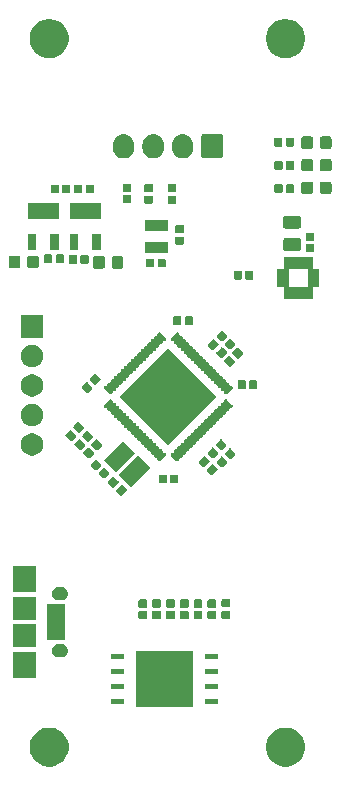
<source format=gts>
G04 #@! TF.GenerationSoftware,KiCad,Pcbnew,(5.0.2)-1*
G04 #@! TF.CreationDate,2019-10-29T23:39:58+09:00*
G04 #@! TF.ProjectId,High_range_accelerometer,48696768-5f72-4616-9e67-655f61636365,rev?*
G04 #@! TF.SameCoordinates,Original*
G04 #@! TF.FileFunction,Soldermask,Top*
G04 #@! TF.FilePolarity,Negative*
%FSLAX46Y46*%
G04 Gerber Fmt 4.6, Leading zero omitted, Abs format (unit mm)*
G04 Created by KiCad (PCBNEW (5.0.2)-1) date 2019/10/29 23:39:58*
%MOMM*%
%LPD*%
G01*
G04 APERTURE LIST*
%ADD10C,0.100000*%
G04 APERTURE END LIST*
D10*
G36*
X117225256Y-111741298D02*
X117331579Y-111762447D01*
X117632042Y-111886903D01*
X117898852Y-112065180D01*
X117902454Y-112067587D01*
X118132413Y-112297546D01*
X118313098Y-112567960D01*
X118437553Y-112868422D01*
X118501000Y-113187389D01*
X118501000Y-113512611D01*
X118437553Y-113831578D01*
X118313098Y-114132040D01*
X118132413Y-114402454D01*
X117902454Y-114632413D01*
X117902451Y-114632415D01*
X117632042Y-114813097D01*
X117331579Y-114937553D01*
X117225256Y-114958702D01*
X117012611Y-115001000D01*
X116687389Y-115001000D01*
X116474744Y-114958702D01*
X116368421Y-114937553D01*
X116067958Y-114813097D01*
X115797549Y-114632415D01*
X115797546Y-114632413D01*
X115567587Y-114402454D01*
X115386902Y-114132040D01*
X115262447Y-113831578D01*
X115199000Y-113512611D01*
X115199000Y-113187389D01*
X115262447Y-112868422D01*
X115386902Y-112567960D01*
X115567587Y-112297546D01*
X115797546Y-112067587D01*
X115801148Y-112065180D01*
X116067958Y-111886903D01*
X116368421Y-111762447D01*
X116474744Y-111741298D01*
X116687389Y-111699000D01*
X117012611Y-111699000D01*
X117225256Y-111741298D01*
X117225256Y-111741298D01*
G37*
G36*
X97225256Y-111741298D02*
X97331579Y-111762447D01*
X97632042Y-111886903D01*
X97898852Y-112065180D01*
X97902454Y-112067587D01*
X98132413Y-112297546D01*
X98313098Y-112567960D01*
X98437553Y-112868422D01*
X98501000Y-113187389D01*
X98501000Y-113512611D01*
X98437553Y-113831578D01*
X98313098Y-114132040D01*
X98132413Y-114402454D01*
X97902454Y-114632413D01*
X97902451Y-114632415D01*
X97632042Y-114813097D01*
X97331579Y-114937553D01*
X97225256Y-114958702D01*
X97012611Y-115001000D01*
X96687389Y-115001000D01*
X96474744Y-114958702D01*
X96368421Y-114937553D01*
X96067958Y-114813097D01*
X95797549Y-114632415D01*
X95797546Y-114632413D01*
X95567587Y-114402454D01*
X95386902Y-114132040D01*
X95262447Y-113831578D01*
X95199000Y-113512611D01*
X95199000Y-113187389D01*
X95262447Y-112868422D01*
X95386902Y-112567960D01*
X95567587Y-112297546D01*
X95797546Y-112067587D01*
X95801148Y-112065180D01*
X96067958Y-111886903D01*
X96368421Y-111762447D01*
X96474744Y-111741298D01*
X96687389Y-111699000D01*
X97012611Y-111699000D01*
X97225256Y-111741298D01*
X97225256Y-111741298D01*
G37*
G36*
X108999720Y-109930160D02*
X104197720Y-109930160D01*
X104197720Y-105228160D01*
X108999720Y-105228160D01*
X108999720Y-109930160D01*
X108999720Y-109930160D01*
G37*
G36*
X103149720Y-109735160D02*
X102047720Y-109735160D01*
X102047720Y-109233160D01*
X103149720Y-109233160D01*
X103149720Y-109735160D01*
X103149720Y-109735160D01*
G37*
G36*
X111149720Y-109735160D02*
X110047720Y-109735160D01*
X110047720Y-109233160D01*
X111149720Y-109233160D01*
X111149720Y-109735160D01*
X111149720Y-109735160D01*
G37*
G36*
X111149720Y-108465160D02*
X110047720Y-108465160D01*
X110047720Y-107963160D01*
X111149720Y-107963160D01*
X111149720Y-108465160D01*
X111149720Y-108465160D01*
G37*
G36*
X103149720Y-108465160D02*
X102047720Y-108465160D01*
X102047720Y-107963160D01*
X103149720Y-107963160D01*
X103149720Y-108465160D01*
X103149720Y-108465160D01*
G37*
G36*
X95750620Y-107504160D02*
X93748620Y-107504160D01*
X93748620Y-105302160D01*
X95750620Y-105302160D01*
X95750620Y-107504160D01*
X95750620Y-107504160D01*
G37*
G36*
X103149720Y-107195160D02*
X102047720Y-107195160D01*
X102047720Y-106693160D01*
X103149720Y-106693160D01*
X103149720Y-107195160D01*
X103149720Y-107195160D01*
G37*
G36*
X111149720Y-107195160D02*
X110047720Y-107195160D01*
X110047720Y-106693160D01*
X111149720Y-106693160D01*
X111149720Y-107195160D01*
X111149720Y-107195160D01*
G37*
G36*
X103149720Y-105925160D02*
X102047720Y-105925160D01*
X102047720Y-105423160D01*
X103149720Y-105423160D01*
X103149720Y-105925160D01*
X103149720Y-105925160D01*
G37*
G36*
X111149720Y-105925160D02*
X110047720Y-105925160D01*
X110047720Y-105423160D01*
X111149720Y-105423160D01*
X111149720Y-105925160D01*
X111149720Y-105925160D01*
G37*
G36*
X97962536Y-104610494D02*
X98071112Y-104643431D01*
X98171177Y-104696916D01*
X98258884Y-104768896D01*
X98330864Y-104856603D01*
X98384349Y-104956668D01*
X98417286Y-105065244D01*
X98428407Y-105178160D01*
X98417286Y-105291076D01*
X98384349Y-105399652D01*
X98330864Y-105499717D01*
X98258884Y-105587424D01*
X98171177Y-105659404D01*
X98071112Y-105712889D01*
X97962536Y-105745826D01*
X97877918Y-105754160D01*
X97621322Y-105754160D01*
X97536704Y-105745826D01*
X97428128Y-105712889D01*
X97328063Y-105659404D01*
X97240356Y-105587424D01*
X97168376Y-105499717D01*
X97114891Y-105399652D01*
X97081954Y-105291076D01*
X97070833Y-105178160D01*
X97081954Y-105065244D01*
X97114891Y-104956668D01*
X97168376Y-104856603D01*
X97240356Y-104768896D01*
X97328063Y-104696916D01*
X97428128Y-104643431D01*
X97536704Y-104610494D01*
X97621322Y-104602160D01*
X97877918Y-104602160D01*
X97962536Y-104610494D01*
X97962536Y-104610494D01*
G37*
G36*
X95750620Y-104854160D02*
X93748620Y-104854160D01*
X93748620Y-102952160D01*
X95750620Y-102952160D01*
X95750620Y-104854160D01*
X95750620Y-104854160D01*
G37*
G36*
X98150620Y-104304160D02*
X96698620Y-104304160D01*
X96698620Y-101202160D01*
X98150620Y-101202160D01*
X98150620Y-104304160D01*
X98150620Y-104304160D01*
G37*
G36*
X95750620Y-102554160D02*
X93748620Y-102554160D01*
X93748620Y-100652160D01*
X95750620Y-100652160D01*
X95750620Y-102554160D01*
X95750620Y-102554160D01*
G37*
G36*
X108569758Y-101815376D02*
X108590376Y-101821630D01*
X108609376Y-101831786D01*
X108626028Y-101845452D01*
X108639694Y-101862104D01*
X108649850Y-101881104D01*
X108656104Y-101901722D01*
X108658820Y-101929300D01*
X108658820Y-102388020D01*
X108656104Y-102415598D01*
X108649850Y-102436216D01*
X108639694Y-102455216D01*
X108626028Y-102471868D01*
X108609376Y-102485534D01*
X108590376Y-102495690D01*
X108569758Y-102501944D01*
X108542180Y-102504660D01*
X108033460Y-102504660D01*
X108005882Y-102501944D01*
X107985264Y-102495690D01*
X107966264Y-102485534D01*
X107949612Y-102471868D01*
X107935946Y-102455216D01*
X107925790Y-102436216D01*
X107919536Y-102415598D01*
X107916820Y-102388020D01*
X107916820Y-101929300D01*
X107919536Y-101901722D01*
X107925790Y-101881104D01*
X107935946Y-101862104D01*
X107949612Y-101845452D01*
X107966264Y-101831786D01*
X107985264Y-101821630D01*
X108005882Y-101815376D01*
X108033460Y-101812660D01*
X108542180Y-101812660D01*
X108569758Y-101815376D01*
X108569758Y-101815376D01*
G37*
G36*
X110906558Y-101815376D02*
X110927176Y-101821630D01*
X110946176Y-101831786D01*
X110962828Y-101845452D01*
X110976494Y-101862104D01*
X110986650Y-101881104D01*
X110992904Y-101901722D01*
X110995620Y-101929300D01*
X110995620Y-102388020D01*
X110992904Y-102415598D01*
X110986650Y-102436216D01*
X110976494Y-102455216D01*
X110962828Y-102471868D01*
X110946176Y-102485534D01*
X110927176Y-102495690D01*
X110906558Y-102501944D01*
X110878980Y-102504660D01*
X110370260Y-102504660D01*
X110342682Y-102501944D01*
X110322064Y-102495690D01*
X110303064Y-102485534D01*
X110286412Y-102471868D01*
X110272746Y-102455216D01*
X110262590Y-102436216D01*
X110256336Y-102415598D01*
X110253620Y-102388020D01*
X110253620Y-101929300D01*
X110256336Y-101901722D01*
X110262590Y-101881104D01*
X110272746Y-101862104D01*
X110286412Y-101845452D01*
X110303064Y-101831786D01*
X110322064Y-101821630D01*
X110342682Y-101815376D01*
X110370260Y-101812660D01*
X110878980Y-101812660D01*
X110906558Y-101815376D01*
X110906558Y-101815376D01*
G37*
G36*
X107393738Y-101815376D02*
X107414356Y-101821630D01*
X107433356Y-101831786D01*
X107450008Y-101845452D01*
X107463674Y-101862104D01*
X107473830Y-101881104D01*
X107480084Y-101901722D01*
X107482800Y-101929300D01*
X107482800Y-102388020D01*
X107480084Y-102415598D01*
X107473830Y-102436216D01*
X107463674Y-102455216D01*
X107450008Y-102471868D01*
X107433356Y-102485534D01*
X107414356Y-102495690D01*
X107393738Y-102501944D01*
X107366160Y-102504660D01*
X106857440Y-102504660D01*
X106829862Y-102501944D01*
X106809244Y-102495690D01*
X106790244Y-102485534D01*
X106773592Y-102471868D01*
X106759926Y-102455216D01*
X106749770Y-102436216D01*
X106743516Y-102415598D01*
X106740800Y-102388020D01*
X106740800Y-101929300D01*
X106743516Y-101901722D01*
X106749770Y-101881104D01*
X106759926Y-101862104D01*
X106773592Y-101845452D01*
X106790244Y-101831786D01*
X106809244Y-101821630D01*
X106829862Y-101815376D01*
X106857440Y-101812660D01*
X107366160Y-101812660D01*
X107393738Y-101815376D01*
X107393738Y-101815376D01*
G37*
G36*
X105064558Y-101815376D02*
X105085176Y-101821630D01*
X105104176Y-101831786D01*
X105120828Y-101845452D01*
X105134494Y-101862104D01*
X105144650Y-101881104D01*
X105150904Y-101901722D01*
X105153620Y-101929300D01*
X105153620Y-102388020D01*
X105150904Y-102415598D01*
X105144650Y-102436216D01*
X105134494Y-102455216D01*
X105120828Y-102471868D01*
X105104176Y-102485534D01*
X105085176Y-102495690D01*
X105064558Y-102501944D01*
X105036980Y-102504660D01*
X104528260Y-102504660D01*
X104500682Y-102501944D01*
X104480064Y-102495690D01*
X104461064Y-102485534D01*
X104444412Y-102471868D01*
X104430746Y-102455216D01*
X104420590Y-102436216D01*
X104414336Y-102415598D01*
X104411620Y-102388020D01*
X104411620Y-101929300D01*
X104414336Y-101901722D01*
X104420590Y-101881104D01*
X104430746Y-101862104D01*
X104444412Y-101845452D01*
X104461064Y-101831786D01*
X104480064Y-101821630D01*
X104500682Y-101815376D01*
X104528260Y-101812660D01*
X105036980Y-101812660D01*
X105064558Y-101815376D01*
X105064558Y-101815376D01*
G37*
G36*
X106232958Y-101815376D02*
X106253576Y-101821630D01*
X106272576Y-101831786D01*
X106289228Y-101845452D01*
X106302894Y-101862104D01*
X106313050Y-101881104D01*
X106319304Y-101901722D01*
X106322020Y-101929300D01*
X106322020Y-102388020D01*
X106319304Y-102415598D01*
X106313050Y-102436216D01*
X106302894Y-102455216D01*
X106289228Y-102471868D01*
X106272576Y-102485534D01*
X106253576Y-102495690D01*
X106232958Y-102501944D01*
X106205380Y-102504660D01*
X105696660Y-102504660D01*
X105669082Y-102501944D01*
X105648464Y-102495690D01*
X105629464Y-102485534D01*
X105612812Y-102471868D01*
X105599146Y-102455216D01*
X105588990Y-102436216D01*
X105582736Y-102415598D01*
X105580020Y-102388020D01*
X105580020Y-101929300D01*
X105582736Y-101901722D01*
X105588990Y-101881104D01*
X105599146Y-101862104D01*
X105612812Y-101845452D01*
X105629464Y-101831786D01*
X105648464Y-101821630D01*
X105669082Y-101815376D01*
X105696660Y-101812660D01*
X106205380Y-101812660D01*
X106232958Y-101815376D01*
X106232958Y-101815376D01*
G37*
G36*
X109738158Y-101815376D02*
X109758776Y-101821630D01*
X109777776Y-101831786D01*
X109794428Y-101845452D01*
X109808094Y-101862104D01*
X109818250Y-101881104D01*
X109824504Y-101901722D01*
X109827220Y-101929300D01*
X109827220Y-102388020D01*
X109824504Y-102415598D01*
X109818250Y-102436216D01*
X109808094Y-102455216D01*
X109794428Y-102471868D01*
X109777776Y-102485534D01*
X109758776Y-102495690D01*
X109738158Y-102501944D01*
X109710580Y-102504660D01*
X109201860Y-102504660D01*
X109174282Y-102501944D01*
X109153664Y-102495690D01*
X109134664Y-102485534D01*
X109118012Y-102471868D01*
X109104346Y-102455216D01*
X109094190Y-102436216D01*
X109087936Y-102415598D01*
X109085220Y-102388020D01*
X109085220Y-101929300D01*
X109087936Y-101901722D01*
X109094190Y-101881104D01*
X109104346Y-101862104D01*
X109118012Y-101845452D01*
X109134664Y-101831786D01*
X109153664Y-101821630D01*
X109174282Y-101815376D01*
X109201860Y-101812660D01*
X109710580Y-101812660D01*
X109738158Y-101815376D01*
X109738158Y-101815376D01*
G37*
G36*
X112092738Y-101792516D02*
X112113356Y-101798770D01*
X112132356Y-101808926D01*
X112149008Y-101822592D01*
X112162674Y-101839244D01*
X112172830Y-101858244D01*
X112179084Y-101878862D01*
X112181800Y-101906440D01*
X112181800Y-102365160D01*
X112179084Y-102392738D01*
X112172830Y-102413356D01*
X112162674Y-102432356D01*
X112149008Y-102449008D01*
X112132356Y-102462674D01*
X112113356Y-102472830D01*
X112092738Y-102479084D01*
X112065160Y-102481800D01*
X111556440Y-102481800D01*
X111528862Y-102479084D01*
X111508244Y-102472830D01*
X111489244Y-102462674D01*
X111472592Y-102449008D01*
X111458926Y-102432356D01*
X111448770Y-102413356D01*
X111442516Y-102392738D01*
X111439800Y-102365160D01*
X111439800Y-101906440D01*
X111442516Y-101878862D01*
X111448770Y-101858244D01*
X111458926Y-101839244D01*
X111472592Y-101822592D01*
X111489244Y-101808926D01*
X111508244Y-101798770D01*
X111528862Y-101792516D01*
X111556440Y-101789800D01*
X112065160Y-101789800D01*
X112092738Y-101792516D01*
X112092738Y-101792516D01*
G37*
G36*
X110906558Y-100845376D02*
X110927176Y-100851630D01*
X110946176Y-100861786D01*
X110962828Y-100875452D01*
X110976494Y-100892104D01*
X110986650Y-100911104D01*
X110992904Y-100931722D01*
X110995620Y-100959300D01*
X110995620Y-101418020D01*
X110992904Y-101445598D01*
X110986650Y-101466216D01*
X110976494Y-101485216D01*
X110962828Y-101501868D01*
X110946176Y-101515534D01*
X110927176Y-101525690D01*
X110906558Y-101531944D01*
X110878980Y-101534660D01*
X110370260Y-101534660D01*
X110342682Y-101531944D01*
X110322064Y-101525690D01*
X110303064Y-101515534D01*
X110286412Y-101501868D01*
X110272746Y-101485216D01*
X110262590Y-101466216D01*
X110256336Y-101445598D01*
X110253620Y-101418020D01*
X110253620Y-100959300D01*
X110256336Y-100931722D01*
X110262590Y-100911104D01*
X110272746Y-100892104D01*
X110286412Y-100875452D01*
X110303064Y-100861786D01*
X110322064Y-100851630D01*
X110342682Y-100845376D01*
X110370260Y-100842660D01*
X110878980Y-100842660D01*
X110906558Y-100845376D01*
X110906558Y-100845376D01*
G37*
G36*
X105064558Y-100845376D02*
X105085176Y-100851630D01*
X105104176Y-100861786D01*
X105120828Y-100875452D01*
X105134494Y-100892104D01*
X105144650Y-100911104D01*
X105150904Y-100931722D01*
X105153620Y-100959300D01*
X105153620Y-101418020D01*
X105150904Y-101445598D01*
X105144650Y-101466216D01*
X105134494Y-101485216D01*
X105120828Y-101501868D01*
X105104176Y-101515534D01*
X105085176Y-101525690D01*
X105064558Y-101531944D01*
X105036980Y-101534660D01*
X104528260Y-101534660D01*
X104500682Y-101531944D01*
X104480064Y-101525690D01*
X104461064Y-101515534D01*
X104444412Y-101501868D01*
X104430746Y-101485216D01*
X104420590Y-101466216D01*
X104414336Y-101445598D01*
X104411620Y-101418020D01*
X104411620Y-100959300D01*
X104414336Y-100931722D01*
X104420590Y-100911104D01*
X104430746Y-100892104D01*
X104444412Y-100875452D01*
X104461064Y-100861786D01*
X104480064Y-100851630D01*
X104500682Y-100845376D01*
X104528260Y-100842660D01*
X105036980Y-100842660D01*
X105064558Y-100845376D01*
X105064558Y-100845376D01*
G37*
G36*
X107393738Y-100845376D02*
X107414356Y-100851630D01*
X107433356Y-100861786D01*
X107450008Y-100875452D01*
X107463674Y-100892104D01*
X107473830Y-100911104D01*
X107480084Y-100931722D01*
X107482800Y-100959300D01*
X107482800Y-101418020D01*
X107480084Y-101445598D01*
X107473830Y-101466216D01*
X107463674Y-101485216D01*
X107450008Y-101501868D01*
X107433356Y-101515534D01*
X107414356Y-101525690D01*
X107393738Y-101531944D01*
X107366160Y-101534660D01*
X106857440Y-101534660D01*
X106829862Y-101531944D01*
X106809244Y-101525690D01*
X106790244Y-101515534D01*
X106773592Y-101501868D01*
X106759926Y-101485216D01*
X106749770Y-101466216D01*
X106743516Y-101445598D01*
X106740800Y-101418020D01*
X106740800Y-100959300D01*
X106743516Y-100931722D01*
X106749770Y-100911104D01*
X106759926Y-100892104D01*
X106773592Y-100875452D01*
X106790244Y-100861786D01*
X106809244Y-100851630D01*
X106829862Y-100845376D01*
X106857440Y-100842660D01*
X107366160Y-100842660D01*
X107393738Y-100845376D01*
X107393738Y-100845376D01*
G37*
G36*
X108569758Y-100845376D02*
X108590376Y-100851630D01*
X108609376Y-100861786D01*
X108626028Y-100875452D01*
X108639694Y-100892104D01*
X108649850Y-100911104D01*
X108656104Y-100931722D01*
X108658820Y-100959300D01*
X108658820Y-101418020D01*
X108656104Y-101445598D01*
X108649850Y-101466216D01*
X108639694Y-101485216D01*
X108626028Y-101501868D01*
X108609376Y-101515534D01*
X108590376Y-101525690D01*
X108569758Y-101531944D01*
X108542180Y-101534660D01*
X108033460Y-101534660D01*
X108005882Y-101531944D01*
X107985264Y-101525690D01*
X107966264Y-101515534D01*
X107949612Y-101501868D01*
X107935946Y-101485216D01*
X107925790Y-101466216D01*
X107919536Y-101445598D01*
X107916820Y-101418020D01*
X107916820Y-100959300D01*
X107919536Y-100931722D01*
X107925790Y-100911104D01*
X107935946Y-100892104D01*
X107949612Y-100875452D01*
X107966264Y-100861786D01*
X107985264Y-100851630D01*
X108005882Y-100845376D01*
X108033460Y-100842660D01*
X108542180Y-100842660D01*
X108569758Y-100845376D01*
X108569758Y-100845376D01*
G37*
G36*
X109738158Y-100845376D02*
X109758776Y-100851630D01*
X109777776Y-100861786D01*
X109794428Y-100875452D01*
X109808094Y-100892104D01*
X109818250Y-100911104D01*
X109824504Y-100931722D01*
X109827220Y-100959300D01*
X109827220Y-101418020D01*
X109824504Y-101445598D01*
X109818250Y-101466216D01*
X109808094Y-101485216D01*
X109794428Y-101501868D01*
X109777776Y-101515534D01*
X109758776Y-101525690D01*
X109738158Y-101531944D01*
X109710580Y-101534660D01*
X109201860Y-101534660D01*
X109174282Y-101531944D01*
X109153664Y-101525690D01*
X109134664Y-101515534D01*
X109118012Y-101501868D01*
X109104346Y-101485216D01*
X109094190Y-101466216D01*
X109087936Y-101445598D01*
X109085220Y-101418020D01*
X109085220Y-100959300D01*
X109087936Y-100931722D01*
X109094190Y-100911104D01*
X109104346Y-100892104D01*
X109118012Y-100875452D01*
X109134664Y-100861786D01*
X109153664Y-100851630D01*
X109174282Y-100845376D01*
X109201860Y-100842660D01*
X109710580Y-100842660D01*
X109738158Y-100845376D01*
X109738158Y-100845376D01*
G37*
G36*
X106232958Y-100845376D02*
X106253576Y-100851630D01*
X106272576Y-100861786D01*
X106289228Y-100875452D01*
X106302894Y-100892104D01*
X106313050Y-100911104D01*
X106319304Y-100931722D01*
X106322020Y-100959300D01*
X106322020Y-101418020D01*
X106319304Y-101445598D01*
X106313050Y-101466216D01*
X106302894Y-101485216D01*
X106289228Y-101501868D01*
X106272576Y-101515534D01*
X106253576Y-101525690D01*
X106232958Y-101531944D01*
X106205380Y-101534660D01*
X105696660Y-101534660D01*
X105669082Y-101531944D01*
X105648464Y-101525690D01*
X105629464Y-101515534D01*
X105612812Y-101501868D01*
X105599146Y-101485216D01*
X105588990Y-101466216D01*
X105582736Y-101445598D01*
X105580020Y-101418020D01*
X105580020Y-100959300D01*
X105582736Y-100931722D01*
X105588990Y-100911104D01*
X105599146Y-100892104D01*
X105612812Y-100875452D01*
X105629464Y-100861786D01*
X105648464Y-100851630D01*
X105669082Y-100845376D01*
X105696660Y-100842660D01*
X106205380Y-100842660D01*
X106232958Y-100845376D01*
X106232958Y-100845376D01*
G37*
G36*
X112092738Y-100822516D02*
X112113356Y-100828770D01*
X112132356Y-100838926D01*
X112149008Y-100852592D01*
X112162674Y-100869244D01*
X112172830Y-100888244D01*
X112179084Y-100908862D01*
X112181800Y-100936440D01*
X112181800Y-101395160D01*
X112179084Y-101422738D01*
X112172830Y-101443356D01*
X112162674Y-101462356D01*
X112149008Y-101479008D01*
X112132356Y-101492674D01*
X112113356Y-101502830D01*
X112092738Y-101509084D01*
X112065160Y-101511800D01*
X111556440Y-101511800D01*
X111528862Y-101509084D01*
X111508244Y-101502830D01*
X111489244Y-101492674D01*
X111472592Y-101479008D01*
X111458926Y-101462356D01*
X111448770Y-101443356D01*
X111442516Y-101422738D01*
X111439800Y-101395160D01*
X111439800Y-100936440D01*
X111442516Y-100908862D01*
X111448770Y-100888244D01*
X111458926Y-100869244D01*
X111472592Y-100852592D01*
X111489244Y-100838926D01*
X111508244Y-100828770D01*
X111528862Y-100822516D01*
X111556440Y-100819800D01*
X112065160Y-100819800D01*
X112092738Y-100822516D01*
X112092738Y-100822516D01*
G37*
G36*
X97962536Y-99760494D02*
X98071112Y-99793431D01*
X98171177Y-99846916D01*
X98258884Y-99918896D01*
X98330864Y-100006603D01*
X98384349Y-100106668D01*
X98417286Y-100215244D01*
X98428407Y-100328160D01*
X98417286Y-100441076D01*
X98384349Y-100549652D01*
X98330864Y-100649717D01*
X98258884Y-100737424D01*
X98171177Y-100809404D01*
X98071112Y-100862889D01*
X97962536Y-100895826D01*
X97877918Y-100904160D01*
X97621322Y-100904160D01*
X97536704Y-100895826D01*
X97428128Y-100862889D01*
X97328063Y-100809404D01*
X97240356Y-100737424D01*
X97168376Y-100649717D01*
X97114891Y-100549652D01*
X97081954Y-100441076D01*
X97070833Y-100328160D01*
X97081954Y-100215244D01*
X97114891Y-100106668D01*
X97168376Y-100006603D01*
X97240356Y-99918896D01*
X97328063Y-99846916D01*
X97428128Y-99793431D01*
X97536704Y-99760494D01*
X97621322Y-99752160D01*
X97877918Y-99752160D01*
X97962536Y-99760494D01*
X97962536Y-99760494D01*
G37*
G36*
X95750620Y-100204160D02*
X93748620Y-100204160D01*
X93748620Y-98002160D01*
X95750620Y-98002160D01*
X95750620Y-100204160D01*
X95750620Y-100204160D01*
G37*
G36*
X103005683Y-91144098D02*
X103026301Y-91150352D01*
X103045301Y-91160508D01*
X103066726Y-91178091D01*
X103391083Y-91502448D01*
X103408666Y-91523873D01*
X103418822Y-91542873D01*
X103425076Y-91563491D01*
X103427187Y-91584929D01*
X103425076Y-91606367D01*
X103418822Y-91626985D01*
X103408666Y-91645985D01*
X103391083Y-91667410D01*
X103031370Y-92027123D01*
X103009945Y-92044706D01*
X102990945Y-92054862D01*
X102970327Y-92061116D01*
X102948889Y-92063227D01*
X102927451Y-92061116D01*
X102906833Y-92054862D01*
X102887833Y-92044706D01*
X102866408Y-92027123D01*
X102542051Y-91702766D01*
X102524468Y-91681341D01*
X102514312Y-91662341D01*
X102508058Y-91641723D01*
X102505947Y-91620285D01*
X102508058Y-91598847D01*
X102514312Y-91578229D01*
X102524468Y-91559229D01*
X102542051Y-91537804D01*
X102901764Y-91178091D01*
X102923189Y-91160508D01*
X102942189Y-91150352D01*
X102962807Y-91144098D01*
X102984245Y-91141987D01*
X103005683Y-91144098D01*
X103005683Y-91144098D01*
G37*
G36*
X102319789Y-90458204D02*
X102340407Y-90464458D01*
X102359407Y-90474614D01*
X102380832Y-90492197D01*
X102705189Y-90816554D01*
X102722772Y-90837979D01*
X102732928Y-90856979D01*
X102739182Y-90877597D01*
X102741293Y-90899035D01*
X102739182Y-90920473D01*
X102732928Y-90941091D01*
X102722772Y-90960091D01*
X102705189Y-90981516D01*
X102345476Y-91341229D01*
X102324051Y-91358812D01*
X102305051Y-91368968D01*
X102284433Y-91375222D01*
X102262995Y-91377333D01*
X102241557Y-91375222D01*
X102220939Y-91368968D01*
X102201939Y-91358812D01*
X102180514Y-91341229D01*
X101856157Y-91016872D01*
X101838574Y-90995447D01*
X101828418Y-90976447D01*
X101822164Y-90955829D01*
X101820053Y-90934391D01*
X101822164Y-90912953D01*
X101828418Y-90892335D01*
X101838574Y-90873335D01*
X101856157Y-90851910D01*
X102215870Y-90492197D01*
X102237295Y-90474614D01*
X102256295Y-90464458D01*
X102276913Y-90458204D01*
X102298351Y-90456093D01*
X102319789Y-90458204D01*
X102319789Y-90458204D01*
G37*
G36*
X105395078Y-89672858D02*
X103767318Y-91300618D01*
X102740598Y-90273898D01*
X104368358Y-88646138D01*
X105395078Y-89672858D01*
X105395078Y-89672858D01*
G37*
G36*
X107696258Y-90269076D02*
X107716876Y-90275330D01*
X107735876Y-90285486D01*
X107752528Y-90299152D01*
X107766194Y-90315804D01*
X107776350Y-90334804D01*
X107782604Y-90355422D01*
X107785320Y-90383000D01*
X107785320Y-90891720D01*
X107782604Y-90919298D01*
X107776350Y-90939916D01*
X107766194Y-90958916D01*
X107752528Y-90975568D01*
X107735876Y-90989234D01*
X107716876Y-90999390D01*
X107696258Y-91005644D01*
X107668680Y-91008360D01*
X107209960Y-91008360D01*
X107182382Y-91005644D01*
X107161764Y-90999390D01*
X107142764Y-90989234D01*
X107126112Y-90975568D01*
X107112446Y-90958916D01*
X107102290Y-90939916D01*
X107096036Y-90919298D01*
X107093320Y-90891720D01*
X107093320Y-90383000D01*
X107096036Y-90355422D01*
X107102290Y-90334804D01*
X107112446Y-90315804D01*
X107126112Y-90299152D01*
X107142764Y-90285486D01*
X107161764Y-90275330D01*
X107182382Y-90269076D01*
X107209960Y-90266360D01*
X107668680Y-90266360D01*
X107696258Y-90269076D01*
X107696258Y-90269076D01*
G37*
G36*
X106726258Y-90269076D02*
X106746876Y-90275330D01*
X106765876Y-90285486D01*
X106782528Y-90299152D01*
X106796194Y-90315804D01*
X106806350Y-90334804D01*
X106812604Y-90355422D01*
X106815320Y-90383000D01*
X106815320Y-90891720D01*
X106812604Y-90919298D01*
X106806350Y-90939916D01*
X106796194Y-90958916D01*
X106782528Y-90975568D01*
X106765876Y-90989234D01*
X106746876Y-90999390D01*
X106726258Y-91005644D01*
X106698680Y-91008360D01*
X106239960Y-91008360D01*
X106212382Y-91005644D01*
X106191764Y-90999390D01*
X106172764Y-90989234D01*
X106156112Y-90975568D01*
X106142446Y-90958916D01*
X106132290Y-90939916D01*
X106126036Y-90919298D01*
X106123320Y-90891720D01*
X106123320Y-90383000D01*
X106126036Y-90355422D01*
X106132290Y-90334804D01*
X106142446Y-90315804D01*
X106156112Y-90299152D01*
X106172764Y-90285486D01*
X106191764Y-90275330D01*
X106212382Y-90269076D01*
X106239960Y-90266360D01*
X106698680Y-90266360D01*
X106726258Y-90269076D01*
X106726258Y-90269076D01*
G37*
G36*
X101545183Y-89683598D02*
X101565801Y-89689852D01*
X101584801Y-89700008D01*
X101606226Y-89717591D01*
X101930583Y-90041948D01*
X101948166Y-90063373D01*
X101958322Y-90082373D01*
X101964576Y-90102991D01*
X101966687Y-90124429D01*
X101964576Y-90145867D01*
X101958322Y-90166485D01*
X101948166Y-90185485D01*
X101930583Y-90206910D01*
X101570870Y-90566623D01*
X101549445Y-90584206D01*
X101530445Y-90594362D01*
X101509827Y-90600616D01*
X101488389Y-90602727D01*
X101466951Y-90600616D01*
X101446333Y-90594362D01*
X101427333Y-90584206D01*
X101405908Y-90566623D01*
X101081551Y-90242266D01*
X101063968Y-90220841D01*
X101053812Y-90201841D01*
X101047558Y-90181223D01*
X101045447Y-90159785D01*
X101047558Y-90138347D01*
X101053812Y-90117729D01*
X101063968Y-90098729D01*
X101081551Y-90077304D01*
X101441264Y-89717591D01*
X101462689Y-89700008D01*
X101481689Y-89689852D01*
X101502307Y-89683598D01*
X101523745Y-89681487D01*
X101545183Y-89683598D01*
X101545183Y-89683598D01*
G37*
G36*
X110714630Y-89391545D02*
X110735248Y-89397799D01*
X110754248Y-89407955D01*
X110775673Y-89425538D01*
X111100030Y-89749895D01*
X111117613Y-89771320D01*
X111127769Y-89790320D01*
X111134023Y-89810938D01*
X111136134Y-89832376D01*
X111134023Y-89853814D01*
X111127769Y-89874432D01*
X111117613Y-89893432D01*
X111100030Y-89914857D01*
X110740317Y-90274570D01*
X110718892Y-90292153D01*
X110699892Y-90302309D01*
X110679274Y-90308563D01*
X110657836Y-90310674D01*
X110636398Y-90308563D01*
X110615780Y-90302309D01*
X110596780Y-90292153D01*
X110575355Y-90274570D01*
X110250998Y-89950213D01*
X110233415Y-89928788D01*
X110223259Y-89909788D01*
X110217005Y-89889170D01*
X110214894Y-89867732D01*
X110217005Y-89846294D01*
X110223259Y-89825676D01*
X110233415Y-89806676D01*
X110250998Y-89785251D01*
X110610711Y-89425538D01*
X110632136Y-89407955D01*
X110651136Y-89397799D01*
X110671754Y-89391545D01*
X110693192Y-89389434D01*
X110714630Y-89391545D01*
X110714630Y-89391545D01*
G37*
G36*
X104157642Y-88435422D02*
X102529882Y-90063182D01*
X101503162Y-89036462D01*
X103130922Y-87408702D01*
X104157642Y-88435422D01*
X104157642Y-88435422D01*
G37*
G36*
X100859289Y-88997704D02*
X100879907Y-89003958D01*
X100898907Y-89014114D01*
X100920332Y-89031697D01*
X101244689Y-89356054D01*
X101262272Y-89377479D01*
X101272428Y-89396479D01*
X101278682Y-89417097D01*
X101280793Y-89438535D01*
X101278682Y-89459973D01*
X101272428Y-89480591D01*
X101262272Y-89499591D01*
X101244689Y-89521016D01*
X100884976Y-89880729D01*
X100863551Y-89898312D01*
X100844551Y-89908468D01*
X100823933Y-89914722D01*
X100802495Y-89916833D01*
X100781057Y-89914722D01*
X100760439Y-89908468D01*
X100741439Y-89898312D01*
X100720014Y-89880729D01*
X100395657Y-89556372D01*
X100378074Y-89534947D01*
X100367918Y-89515947D01*
X100361664Y-89495329D01*
X100359553Y-89473891D01*
X100361664Y-89452453D01*
X100367918Y-89431835D01*
X100378074Y-89412835D01*
X100395657Y-89391410D01*
X100755370Y-89031697D01*
X100776795Y-89014114D01*
X100795795Y-89003958D01*
X100816413Y-88997704D01*
X100837851Y-88995593D01*
X100859289Y-88997704D01*
X100859289Y-88997704D01*
G37*
G36*
X111491933Y-88731098D02*
X111512551Y-88737352D01*
X111531551Y-88747508D01*
X111552976Y-88765091D01*
X111912689Y-89124804D01*
X111930272Y-89146229D01*
X111940428Y-89165229D01*
X111946682Y-89185847D01*
X111948793Y-89207285D01*
X111946682Y-89228723D01*
X111940428Y-89249341D01*
X111930272Y-89268341D01*
X111912689Y-89289766D01*
X111588332Y-89614123D01*
X111566907Y-89631706D01*
X111547907Y-89641862D01*
X111527289Y-89648116D01*
X111505851Y-89650227D01*
X111484413Y-89648116D01*
X111463795Y-89641862D01*
X111444795Y-89631706D01*
X111423370Y-89614123D01*
X111063657Y-89254410D01*
X111046074Y-89232985D01*
X111035918Y-89213985D01*
X111029664Y-89193367D01*
X111027553Y-89171929D01*
X111029664Y-89150491D01*
X111035918Y-89129873D01*
X111046074Y-89110873D01*
X111063657Y-89089448D01*
X111388014Y-88765091D01*
X111409439Y-88747508D01*
X111428439Y-88737352D01*
X111449057Y-88731098D01*
X111470495Y-88728987D01*
X111491933Y-88731098D01*
X111491933Y-88731098D01*
G37*
G36*
X110028736Y-88705651D02*
X110049354Y-88711905D01*
X110068354Y-88722061D01*
X110089779Y-88739644D01*
X110414136Y-89064001D01*
X110431719Y-89085426D01*
X110441875Y-89104426D01*
X110448129Y-89125044D01*
X110450240Y-89146482D01*
X110448129Y-89167920D01*
X110441875Y-89188538D01*
X110431719Y-89207538D01*
X110414136Y-89228963D01*
X110054423Y-89588676D01*
X110032998Y-89606259D01*
X110013998Y-89616415D01*
X109993380Y-89622669D01*
X109971942Y-89624780D01*
X109950504Y-89622669D01*
X109929886Y-89616415D01*
X109910886Y-89606259D01*
X109889461Y-89588676D01*
X109565104Y-89264319D01*
X109547521Y-89242894D01*
X109537365Y-89223894D01*
X109531111Y-89203276D01*
X109529000Y-89181838D01*
X109531111Y-89160400D01*
X109537365Y-89139782D01*
X109547521Y-89120782D01*
X109565104Y-89099357D01*
X109924817Y-88739644D01*
X109946242Y-88722061D01*
X109965242Y-88711905D01*
X109985860Y-88705651D01*
X110007298Y-88703540D01*
X110028736Y-88705651D01*
X110028736Y-88705651D01*
G37*
G36*
X111850439Y-83894538D02*
X111878899Y-83903172D01*
X111878901Y-83903173D01*
X111905134Y-83917194D01*
X111922368Y-83931339D01*
X111922374Y-83931344D01*
X112357110Y-84366079D01*
X112357115Y-84366085D01*
X112371260Y-84383320D01*
X112375487Y-84391229D01*
X112385282Y-84409554D01*
X112393916Y-84438014D01*
X112396831Y-84467617D01*
X112393916Y-84497219D01*
X112385566Y-84524742D01*
X112385281Y-84525681D01*
X112371260Y-84551914D01*
X112352390Y-84574906D01*
X112329398Y-84593776D01*
X112303165Y-84607797D01*
X112303163Y-84607798D01*
X112274703Y-84616432D01*
X112238964Y-84619951D01*
X112226740Y-84619951D01*
X112202707Y-84624731D01*
X112180068Y-84634108D01*
X112159693Y-84647721D01*
X112142365Y-84665048D01*
X112128751Y-84685422D01*
X112119373Y-84708061D01*
X112114592Y-84732094D01*
X112114592Y-84744323D01*
X112111073Y-84780062D01*
X112102723Y-84807585D01*
X112102438Y-84808524D01*
X112088417Y-84834757D01*
X112069547Y-84857749D01*
X112046555Y-84876619D01*
X112020898Y-84890332D01*
X112020320Y-84890641D01*
X111991860Y-84899275D01*
X111956121Y-84902794D01*
X111943897Y-84902794D01*
X111919864Y-84907574D01*
X111897225Y-84916951D01*
X111876850Y-84930564D01*
X111859522Y-84947891D01*
X111845908Y-84968265D01*
X111836530Y-84990904D01*
X111831749Y-85014937D01*
X111831749Y-85027166D01*
X111828230Y-85062905D01*
X111819596Y-85091365D01*
X111819595Y-85091367D01*
X111805574Y-85117600D01*
X111786704Y-85140592D01*
X111763712Y-85159462D01*
X111737479Y-85173483D01*
X111737477Y-85173484D01*
X111709017Y-85182118D01*
X111673283Y-85185636D01*
X111661057Y-85185636D01*
X111637024Y-85190416D01*
X111614384Y-85199793D01*
X111594009Y-85213406D01*
X111576681Y-85230732D01*
X111563067Y-85251107D01*
X111553689Y-85273745D01*
X111548907Y-85297778D01*
X111548907Y-85310009D01*
X111545388Y-85345748D01*
X111536754Y-85374208D01*
X111536753Y-85374210D01*
X111522732Y-85400443D01*
X111503862Y-85423435D01*
X111480870Y-85442305D01*
X111474991Y-85445447D01*
X111454635Y-85456327D01*
X111426175Y-85464961D01*
X111390436Y-85468480D01*
X111378212Y-85468480D01*
X111354179Y-85473260D01*
X111331540Y-85482637D01*
X111311165Y-85496250D01*
X111293837Y-85513577D01*
X111280223Y-85533951D01*
X111270845Y-85556590D01*
X111266064Y-85580623D01*
X111266064Y-85592851D01*
X111262545Y-85628590D01*
X111254195Y-85656113D01*
X111253910Y-85657052D01*
X111239889Y-85683285D01*
X111221019Y-85706277D01*
X111198027Y-85725147D01*
X111171794Y-85739168D01*
X111171792Y-85739169D01*
X111143332Y-85747803D01*
X111107593Y-85751322D01*
X111095369Y-85751322D01*
X111071336Y-85756102D01*
X111048697Y-85765479D01*
X111028322Y-85779092D01*
X111010994Y-85796419D01*
X110997380Y-85816793D01*
X110988002Y-85839432D01*
X110983221Y-85863465D01*
X110983221Y-85875694D01*
X110979702Y-85911433D01*
X110971068Y-85939893D01*
X110971067Y-85939895D01*
X110957046Y-85966128D01*
X110938176Y-85989120D01*
X110915184Y-86007990D01*
X110890120Y-86021386D01*
X110888949Y-86022012D01*
X110860489Y-86030646D01*
X110824755Y-86034164D01*
X110812529Y-86034164D01*
X110788496Y-86038944D01*
X110765856Y-86048321D01*
X110745481Y-86061934D01*
X110728153Y-86079260D01*
X110714539Y-86099635D01*
X110705161Y-86122273D01*
X110700379Y-86146306D01*
X110700379Y-86158537D01*
X110696860Y-86194276D01*
X110688226Y-86222736D01*
X110688225Y-86222738D01*
X110674204Y-86248971D01*
X110655334Y-86271963D01*
X110632342Y-86290833D01*
X110606109Y-86304854D01*
X110606107Y-86304855D01*
X110577647Y-86313489D01*
X110541908Y-86317008D01*
X110529684Y-86317008D01*
X110505651Y-86321788D01*
X110483012Y-86331165D01*
X110462637Y-86344778D01*
X110445309Y-86362105D01*
X110431695Y-86382479D01*
X110422317Y-86405118D01*
X110417536Y-86429151D01*
X110417536Y-86441379D01*
X110414017Y-86477118D01*
X110405667Y-86504641D01*
X110405382Y-86505580D01*
X110391361Y-86531813D01*
X110372491Y-86554805D01*
X110349499Y-86573675D01*
X110328864Y-86584704D01*
X110323264Y-86587697D01*
X110294804Y-86596331D01*
X110259065Y-86599850D01*
X110246841Y-86599850D01*
X110222808Y-86604630D01*
X110200169Y-86614007D01*
X110179794Y-86627620D01*
X110162466Y-86644947D01*
X110148852Y-86665321D01*
X110139474Y-86687960D01*
X110134693Y-86711993D01*
X110134693Y-86724222D01*
X110131174Y-86759961D01*
X110122824Y-86787484D01*
X110122539Y-86788423D01*
X110108518Y-86814656D01*
X110089648Y-86837648D01*
X110066656Y-86856518D01*
X110040423Y-86870539D01*
X110040421Y-86870540D01*
X110011961Y-86879174D01*
X109976222Y-86882693D01*
X109963998Y-86882693D01*
X109939965Y-86887473D01*
X109917326Y-86896850D01*
X109896951Y-86910463D01*
X109879623Y-86927790D01*
X109866009Y-86948164D01*
X109856631Y-86970803D01*
X109851850Y-86994836D01*
X109851850Y-87007065D01*
X109848331Y-87042804D01*
X109839697Y-87071264D01*
X109839696Y-87071266D01*
X109825675Y-87097499D01*
X109806805Y-87120491D01*
X109783813Y-87139361D01*
X109767904Y-87147864D01*
X109757578Y-87153383D01*
X109729118Y-87162017D01*
X109693384Y-87165535D01*
X109681158Y-87165535D01*
X109657125Y-87170315D01*
X109634485Y-87179692D01*
X109614110Y-87193305D01*
X109596782Y-87210631D01*
X109583168Y-87231006D01*
X109573790Y-87253644D01*
X109569008Y-87277677D01*
X109569008Y-87289908D01*
X109565489Y-87325647D01*
X109556855Y-87354107D01*
X109556854Y-87354109D01*
X109542833Y-87380342D01*
X109523963Y-87403334D01*
X109500971Y-87422204D01*
X109490353Y-87427879D01*
X109474736Y-87436226D01*
X109446276Y-87444860D01*
X109410537Y-87448379D01*
X109398313Y-87448379D01*
X109374280Y-87453159D01*
X109351641Y-87462536D01*
X109331266Y-87476149D01*
X109313938Y-87493476D01*
X109300324Y-87513850D01*
X109290946Y-87536489D01*
X109286165Y-87560522D01*
X109286165Y-87572750D01*
X109282646Y-87608489D01*
X109274296Y-87636012D01*
X109274011Y-87636951D01*
X109259990Y-87663184D01*
X109241120Y-87686176D01*
X109218128Y-87705046D01*
X109191895Y-87719067D01*
X109191893Y-87719068D01*
X109163433Y-87727702D01*
X109127694Y-87731221D01*
X109115470Y-87731221D01*
X109091437Y-87736001D01*
X109068798Y-87745378D01*
X109048423Y-87758991D01*
X109031095Y-87776318D01*
X109017481Y-87796692D01*
X109008103Y-87819331D01*
X109003322Y-87843364D01*
X109003322Y-87855593D01*
X108999803Y-87891332D01*
X108991169Y-87919792D01*
X108991168Y-87919794D01*
X108977147Y-87946027D01*
X108958277Y-87969019D01*
X108935285Y-87987889D01*
X108927088Y-87992270D01*
X108909050Y-88001911D01*
X108880590Y-88010545D01*
X108844856Y-88014063D01*
X108832630Y-88014063D01*
X108808597Y-88018843D01*
X108785957Y-88028220D01*
X108765582Y-88041833D01*
X108748254Y-88059159D01*
X108734640Y-88079534D01*
X108725262Y-88102172D01*
X108720480Y-88126205D01*
X108720480Y-88138436D01*
X108716961Y-88174175D01*
X108708327Y-88202635D01*
X108708326Y-88202637D01*
X108694305Y-88228870D01*
X108675435Y-88251862D01*
X108652443Y-88270732D01*
X108626210Y-88284753D01*
X108626208Y-88284754D01*
X108597748Y-88293388D01*
X108562009Y-88296907D01*
X108549785Y-88296907D01*
X108525752Y-88301687D01*
X108503113Y-88311064D01*
X108482738Y-88324677D01*
X108465410Y-88342004D01*
X108451796Y-88362378D01*
X108442418Y-88385017D01*
X108437637Y-88409050D01*
X108437637Y-88421278D01*
X108434118Y-88457017D01*
X108425768Y-88484540D01*
X108425483Y-88485479D01*
X108411462Y-88511712D01*
X108392592Y-88534704D01*
X108369600Y-88553574D01*
X108344920Y-88566765D01*
X108343365Y-88567596D01*
X108314905Y-88576230D01*
X108279166Y-88579749D01*
X108266942Y-88579749D01*
X108242909Y-88584529D01*
X108220270Y-88593906D01*
X108199895Y-88607519D01*
X108182567Y-88624846D01*
X108168953Y-88645220D01*
X108159575Y-88667859D01*
X108154794Y-88691892D01*
X108154794Y-88704121D01*
X108151275Y-88739860D01*
X108142908Y-88767439D01*
X108142640Y-88768322D01*
X108128619Y-88794555D01*
X108109749Y-88817547D01*
X108086757Y-88836417D01*
X108067914Y-88846488D01*
X108060522Y-88850439D01*
X108032062Y-88859073D01*
X107996323Y-88862592D01*
X107984099Y-88862592D01*
X107960066Y-88867372D01*
X107937427Y-88876749D01*
X107917052Y-88890362D01*
X107899724Y-88907689D01*
X107886110Y-88928063D01*
X107876732Y-88950702D01*
X107871951Y-88974735D01*
X107871951Y-88986964D01*
X107868432Y-89022703D01*
X107860272Y-89049600D01*
X107859797Y-89051165D01*
X107845776Y-89077398D01*
X107826906Y-89100390D01*
X107803914Y-89119260D01*
X107801066Y-89120782D01*
X107777679Y-89133282D01*
X107749219Y-89141916D01*
X107719617Y-89144831D01*
X107690014Y-89141916D01*
X107661554Y-89133282D01*
X107655176Y-89129873D01*
X107635320Y-89119260D01*
X107618085Y-89105115D01*
X107618079Y-89105110D01*
X107183344Y-88670374D01*
X107181280Y-88667859D01*
X107169194Y-88653134D01*
X107155173Y-88626901D01*
X107155172Y-88626899D01*
X107146538Y-88598439D01*
X107143623Y-88568837D01*
X107146538Y-88539235D01*
X107155172Y-88510775D01*
X107165348Y-88491736D01*
X107169194Y-88484540D01*
X107188064Y-88461548D01*
X107211056Y-88442678D01*
X107237289Y-88428657D01*
X107237291Y-88428656D01*
X107265751Y-88420022D01*
X107301490Y-88416503D01*
X107313714Y-88416503D01*
X107337747Y-88411723D01*
X107360386Y-88402346D01*
X107380761Y-88388733D01*
X107398089Y-88371406D01*
X107411703Y-88351032D01*
X107421081Y-88328393D01*
X107425862Y-88304360D01*
X107425862Y-88292131D01*
X107429381Y-88256392D01*
X107438015Y-88227932D01*
X107444909Y-88215033D01*
X107452037Y-88201697D01*
X107470907Y-88178705D01*
X107493899Y-88159835D01*
X107520132Y-88145814D01*
X107520134Y-88145813D01*
X107548594Y-88137179D01*
X107584333Y-88133660D01*
X107596557Y-88133660D01*
X107620590Y-88128880D01*
X107643229Y-88119503D01*
X107663604Y-88105890D01*
X107680932Y-88088563D01*
X107694546Y-88068189D01*
X107703924Y-88045550D01*
X107708705Y-88021517D01*
X107708705Y-88009288D01*
X107712224Y-87973549D01*
X107720858Y-87945089D01*
X107734881Y-87918853D01*
X107753750Y-87895862D01*
X107776741Y-87876993D01*
X107776740Y-87876993D01*
X107776742Y-87876992D01*
X107802975Y-87862971D01*
X107802977Y-87862970D01*
X107831437Y-87854336D01*
X107867176Y-87850817D01*
X107879400Y-87850817D01*
X107903433Y-87846037D01*
X107926072Y-87836660D01*
X107946447Y-87823047D01*
X107963775Y-87805720D01*
X107977389Y-87785346D01*
X107986767Y-87762707D01*
X107991548Y-87738674D01*
X107991548Y-87726446D01*
X107995067Y-87690707D01*
X108003701Y-87662247D01*
X108009888Y-87650671D01*
X108017723Y-87636012D01*
X108036593Y-87613020D01*
X108059585Y-87594150D01*
X108085818Y-87580129D01*
X108085820Y-87580128D01*
X108114280Y-87571494D01*
X108150014Y-87567976D01*
X108162240Y-87567976D01*
X108186273Y-87563196D01*
X108208913Y-87553819D01*
X108229288Y-87540206D01*
X108246616Y-87522880D01*
X108260230Y-87502505D01*
X108269608Y-87479867D01*
X108274390Y-87455834D01*
X108274390Y-87443603D01*
X108277909Y-87407864D01*
X108286543Y-87379404D01*
X108289812Y-87373288D01*
X108300565Y-87353169D01*
X108319435Y-87330177D01*
X108342427Y-87311307D01*
X108368660Y-87297286D01*
X108368662Y-87297285D01*
X108397122Y-87288651D01*
X108432861Y-87285132D01*
X108445085Y-87285132D01*
X108469118Y-87280352D01*
X108491757Y-87270975D01*
X108512132Y-87257362D01*
X108529460Y-87240035D01*
X108543074Y-87219661D01*
X108552452Y-87197022D01*
X108557233Y-87172989D01*
X108557233Y-87160760D01*
X108560752Y-87125021D01*
X108569386Y-87096561D01*
X108583409Y-87070325D01*
X108585920Y-87067266D01*
X108602278Y-87047334D01*
X108625270Y-87028464D01*
X108651503Y-87014443D01*
X108651505Y-87014442D01*
X108679965Y-87005808D01*
X108715704Y-87002289D01*
X108727928Y-87002289D01*
X108751961Y-86997509D01*
X108774600Y-86988132D01*
X108794975Y-86974519D01*
X108812303Y-86957192D01*
X108825917Y-86936818D01*
X108835295Y-86914179D01*
X108840076Y-86890146D01*
X108840076Y-86877918D01*
X108843595Y-86842179D01*
X108852229Y-86813719D01*
X108854459Y-86809546D01*
X108866251Y-86787484D01*
X108885121Y-86764492D01*
X108908113Y-86745622D01*
X108934346Y-86731601D01*
X108934348Y-86731600D01*
X108962808Y-86722966D01*
X108998542Y-86719448D01*
X109010768Y-86719448D01*
X109034801Y-86714668D01*
X109057441Y-86705291D01*
X109077816Y-86691678D01*
X109095144Y-86674352D01*
X109108758Y-86653977D01*
X109118136Y-86631339D01*
X109122918Y-86607306D01*
X109122918Y-86595075D01*
X109126437Y-86559336D01*
X109135071Y-86530876D01*
X109141004Y-86519776D01*
X109149093Y-86504641D01*
X109167963Y-86481649D01*
X109190955Y-86462779D01*
X109217188Y-86448758D01*
X109217190Y-86448757D01*
X109245650Y-86440123D01*
X109281389Y-86436604D01*
X109293613Y-86436604D01*
X109317646Y-86431824D01*
X109340285Y-86422447D01*
X109360660Y-86408834D01*
X109377988Y-86391507D01*
X109391602Y-86371133D01*
X109400980Y-86348494D01*
X109405761Y-86324461D01*
X109405761Y-86312232D01*
X109409280Y-86276493D01*
X109417914Y-86248033D01*
X109431937Y-86221797D01*
X109447792Y-86202479D01*
X109450806Y-86198806D01*
X109473798Y-86179936D01*
X109500031Y-86165915D01*
X109500033Y-86165914D01*
X109528493Y-86157280D01*
X109564232Y-86153761D01*
X109576456Y-86153761D01*
X109600489Y-86148981D01*
X109623128Y-86139604D01*
X109643503Y-86125991D01*
X109660831Y-86108664D01*
X109674445Y-86088290D01*
X109683823Y-86065651D01*
X109688604Y-86041618D01*
X109688604Y-86029389D01*
X109692123Y-85993650D01*
X109700757Y-85965190D01*
X109714780Y-85938954D01*
X109733649Y-85915963D01*
X109756640Y-85897094D01*
X109756639Y-85897094D01*
X109756641Y-85897093D01*
X109782874Y-85883072D01*
X109782876Y-85883071D01*
X109811336Y-85874437D01*
X109847075Y-85870918D01*
X109859299Y-85870918D01*
X109883332Y-85866138D01*
X109905971Y-85856761D01*
X109926346Y-85843148D01*
X109943674Y-85825821D01*
X109957288Y-85805447D01*
X109966666Y-85782808D01*
X109971447Y-85758775D01*
X109971447Y-85746547D01*
X109974966Y-85710808D01*
X109983600Y-85682348D01*
X109992903Y-85664943D01*
X109997622Y-85656113D01*
X110016492Y-85633121D01*
X110039484Y-85614251D01*
X110065717Y-85600230D01*
X110065719Y-85600229D01*
X110094179Y-85591595D01*
X110129913Y-85588077D01*
X110142139Y-85588077D01*
X110166172Y-85583297D01*
X110188812Y-85573920D01*
X110209187Y-85560307D01*
X110226515Y-85542981D01*
X110240129Y-85522606D01*
X110249507Y-85499968D01*
X110254289Y-85475935D01*
X110254289Y-85463704D01*
X110257808Y-85427965D01*
X110266442Y-85399505D01*
X110280465Y-85373269D01*
X110299334Y-85350278D01*
X110322325Y-85331409D01*
X110322324Y-85331409D01*
X110322326Y-85331408D01*
X110348559Y-85317387D01*
X110348561Y-85317386D01*
X110377021Y-85308752D01*
X110412760Y-85305233D01*
X110424984Y-85305233D01*
X110449017Y-85300453D01*
X110471656Y-85291076D01*
X110492031Y-85277463D01*
X110509359Y-85260136D01*
X110522973Y-85239762D01*
X110532351Y-85217123D01*
X110537132Y-85193090D01*
X110537132Y-85180861D01*
X110540651Y-85145122D01*
X110549285Y-85116662D01*
X110563308Y-85090426D01*
X110582177Y-85067435D01*
X110605168Y-85048566D01*
X110605167Y-85048566D01*
X110605169Y-85048565D01*
X110631402Y-85034544D01*
X110631404Y-85034543D01*
X110659864Y-85025909D01*
X110695603Y-85022390D01*
X110707827Y-85022390D01*
X110731860Y-85017610D01*
X110754499Y-85008233D01*
X110774874Y-84994620D01*
X110792202Y-84977293D01*
X110805816Y-84956919D01*
X110815194Y-84934280D01*
X110819975Y-84910247D01*
X110819975Y-84898019D01*
X110823494Y-84862280D01*
X110832128Y-84833820D01*
X110841536Y-84816218D01*
X110846150Y-84807585D01*
X110865020Y-84784593D01*
X110888012Y-84765723D01*
X110914245Y-84751702D01*
X110914247Y-84751701D01*
X110942707Y-84743067D01*
X110978441Y-84739549D01*
X110990667Y-84739549D01*
X111014700Y-84734769D01*
X111037340Y-84725392D01*
X111057715Y-84711779D01*
X111075043Y-84694453D01*
X111088657Y-84674078D01*
X111098035Y-84651440D01*
X111102817Y-84627407D01*
X111102817Y-84615176D01*
X111106336Y-84579437D01*
X111114970Y-84550977D01*
X111114971Y-84550975D01*
X111128992Y-84524742D01*
X111147862Y-84501750D01*
X111170854Y-84482880D01*
X111197087Y-84468859D01*
X111197089Y-84468858D01*
X111225549Y-84460224D01*
X111261288Y-84456705D01*
X111273512Y-84456705D01*
X111297545Y-84451925D01*
X111320184Y-84442548D01*
X111340559Y-84428935D01*
X111357887Y-84411608D01*
X111371501Y-84391234D01*
X111380879Y-84368595D01*
X111385660Y-84344562D01*
X111385660Y-84332333D01*
X111389179Y-84296594D01*
X111397813Y-84268134D01*
X111411836Y-84241898D01*
X111430705Y-84218907D01*
X111453696Y-84200038D01*
X111453695Y-84200038D01*
X111453697Y-84200037D01*
X111479930Y-84186016D01*
X111479932Y-84186015D01*
X111508392Y-84177381D01*
X111544131Y-84173862D01*
X111556355Y-84173862D01*
X111580388Y-84169082D01*
X111603027Y-84159705D01*
X111623402Y-84146092D01*
X111640730Y-84128765D01*
X111654344Y-84108391D01*
X111663722Y-84085752D01*
X111668503Y-84061719D01*
X111668503Y-84049490D01*
X111672022Y-84013751D01*
X111680656Y-83985291D01*
X111694679Y-83959055D01*
X111713548Y-83936064D01*
X111736539Y-83917195D01*
X111736538Y-83917195D01*
X111736540Y-83917194D01*
X111762773Y-83903173D01*
X111762775Y-83903172D01*
X111791235Y-83894538D01*
X111820837Y-83891623D01*
X111850439Y-83894538D01*
X111850439Y-83894538D01*
G37*
G36*
X102092365Y-83894538D02*
X102120825Y-83903172D01*
X102120827Y-83903173D01*
X102147060Y-83917194D01*
X102147062Y-83917195D01*
X102147061Y-83917195D01*
X102170052Y-83936064D01*
X102188921Y-83959055D01*
X102202944Y-83985291D01*
X102211578Y-84013751D01*
X102215097Y-84049490D01*
X102215097Y-84061714D01*
X102219877Y-84085747D01*
X102229254Y-84108386D01*
X102242867Y-84128761D01*
X102260194Y-84146089D01*
X102280568Y-84159703D01*
X102303207Y-84169081D01*
X102327240Y-84173862D01*
X102339469Y-84173862D01*
X102375208Y-84177381D01*
X102403668Y-84186015D01*
X102403670Y-84186016D01*
X102429903Y-84200037D01*
X102429905Y-84200038D01*
X102429904Y-84200038D01*
X102452895Y-84218907D01*
X102471764Y-84241898D01*
X102485787Y-84268134D01*
X102494421Y-84296594D01*
X102497940Y-84332333D01*
X102497940Y-84344557D01*
X102502720Y-84368590D01*
X102512097Y-84391229D01*
X102525710Y-84411604D01*
X102543037Y-84428932D01*
X102563411Y-84442546D01*
X102586050Y-84451924D01*
X102610083Y-84456705D01*
X102622312Y-84456705D01*
X102658051Y-84460224D01*
X102686511Y-84468858D01*
X102686513Y-84468859D01*
X102712746Y-84482880D01*
X102735738Y-84501750D01*
X102754608Y-84524742D01*
X102768629Y-84550975D01*
X102768630Y-84550977D01*
X102777264Y-84579437D01*
X102780783Y-84615176D01*
X102780783Y-84627400D01*
X102785563Y-84651433D01*
X102794940Y-84674072D01*
X102808553Y-84694447D01*
X102825880Y-84711775D01*
X102846254Y-84725389D01*
X102868893Y-84734767D01*
X102892926Y-84739548D01*
X102905154Y-84739548D01*
X102940893Y-84743067D01*
X102969353Y-84751701D01*
X102969355Y-84751702D01*
X102995588Y-84765723D01*
X103018580Y-84784593D01*
X103037450Y-84807585D01*
X103042064Y-84816218D01*
X103051472Y-84833820D01*
X103060106Y-84862280D01*
X103063624Y-84898014D01*
X103063624Y-84910240D01*
X103068404Y-84934273D01*
X103077781Y-84956913D01*
X103091394Y-84977288D01*
X103108720Y-84994616D01*
X103129095Y-85008230D01*
X103151733Y-85017608D01*
X103175766Y-85022390D01*
X103187997Y-85022390D01*
X103223736Y-85025909D01*
X103252196Y-85034543D01*
X103252198Y-85034544D01*
X103278431Y-85048565D01*
X103278433Y-85048566D01*
X103278432Y-85048566D01*
X103301423Y-85067435D01*
X103320292Y-85090426D01*
X103334315Y-85116662D01*
X103342949Y-85145122D01*
X103346468Y-85180861D01*
X103346468Y-85193085D01*
X103351248Y-85217118D01*
X103360625Y-85239757D01*
X103374238Y-85260132D01*
X103391565Y-85277460D01*
X103411939Y-85291074D01*
X103434578Y-85300452D01*
X103458611Y-85305233D01*
X103470840Y-85305233D01*
X103506579Y-85308752D01*
X103535039Y-85317386D01*
X103535041Y-85317387D01*
X103561274Y-85331408D01*
X103561276Y-85331409D01*
X103561275Y-85331409D01*
X103584266Y-85350278D01*
X103603135Y-85373269D01*
X103617158Y-85399505D01*
X103625792Y-85427965D01*
X103629311Y-85463704D01*
X103629311Y-85475928D01*
X103634091Y-85499961D01*
X103643468Y-85522600D01*
X103657081Y-85542975D01*
X103674408Y-85560303D01*
X103694782Y-85573917D01*
X103717421Y-85583295D01*
X103741454Y-85588076D01*
X103753682Y-85588076D01*
X103789421Y-85591595D01*
X103817881Y-85600229D01*
X103817883Y-85600230D01*
X103844116Y-85614251D01*
X103867108Y-85633121D01*
X103885978Y-85656113D01*
X103890697Y-85664943D01*
X103900000Y-85682348D01*
X103908634Y-85710808D01*
X103912152Y-85746542D01*
X103912152Y-85758768D01*
X103916932Y-85782801D01*
X103926309Y-85805441D01*
X103939922Y-85825816D01*
X103957248Y-85843144D01*
X103977623Y-85856758D01*
X104000261Y-85866136D01*
X104024294Y-85870918D01*
X104036525Y-85870918D01*
X104072264Y-85874437D01*
X104100724Y-85883071D01*
X104100726Y-85883072D01*
X104126959Y-85897093D01*
X104126961Y-85897094D01*
X104126960Y-85897094D01*
X104149951Y-85915963D01*
X104168820Y-85938954D01*
X104182843Y-85965190D01*
X104191477Y-85993650D01*
X104194996Y-86029389D01*
X104194996Y-86041613D01*
X104199776Y-86065646D01*
X104209153Y-86088285D01*
X104222766Y-86108660D01*
X104240093Y-86125988D01*
X104260467Y-86139602D01*
X104283106Y-86148980D01*
X104307139Y-86153761D01*
X104319368Y-86153761D01*
X104355107Y-86157280D01*
X104383567Y-86165914D01*
X104383569Y-86165915D01*
X104409802Y-86179936D01*
X104432794Y-86198806D01*
X104435809Y-86202479D01*
X104451663Y-86221797D01*
X104465686Y-86248033D01*
X104474320Y-86276493D01*
X104477839Y-86312232D01*
X104477839Y-86324456D01*
X104482619Y-86348489D01*
X104491996Y-86371128D01*
X104505609Y-86391503D01*
X104522936Y-86408831D01*
X104543310Y-86422445D01*
X104565949Y-86431823D01*
X104589982Y-86436604D01*
X104602211Y-86436604D01*
X104637950Y-86440123D01*
X104666410Y-86448757D01*
X104666412Y-86448758D01*
X104692645Y-86462779D01*
X104715637Y-86481649D01*
X104734507Y-86504641D01*
X104742596Y-86519776D01*
X104748529Y-86530876D01*
X104757163Y-86559336D01*
X104760682Y-86595075D01*
X104760682Y-86607299D01*
X104765462Y-86631332D01*
X104774839Y-86653971D01*
X104788452Y-86674346D01*
X104805779Y-86691674D01*
X104826153Y-86705288D01*
X104848792Y-86714666D01*
X104872825Y-86719447D01*
X104885053Y-86719447D01*
X104920792Y-86722966D01*
X104949252Y-86731600D01*
X104949254Y-86731601D01*
X104975487Y-86745622D01*
X104998479Y-86764492D01*
X105017349Y-86787484D01*
X105029141Y-86809546D01*
X105031371Y-86813719D01*
X105040005Y-86842179D01*
X105043523Y-86877913D01*
X105043523Y-86890139D01*
X105048303Y-86914172D01*
X105057680Y-86936812D01*
X105071293Y-86957187D01*
X105088619Y-86974515D01*
X105108994Y-86988129D01*
X105131632Y-86997507D01*
X105155665Y-87002289D01*
X105167896Y-87002289D01*
X105203635Y-87005808D01*
X105232095Y-87014442D01*
X105232097Y-87014443D01*
X105258330Y-87028464D01*
X105281322Y-87047334D01*
X105297681Y-87067266D01*
X105300191Y-87070325D01*
X105314214Y-87096561D01*
X105322848Y-87125021D01*
X105326367Y-87160760D01*
X105326367Y-87172984D01*
X105331147Y-87197017D01*
X105340524Y-87219656D01*
X105354137Y-87240031D01*
X105371464Y-87257359D01*
X105391838Y-87270973D01*
X105414477Y-87280351D01*
X105438510Y-87285132D01*
X105450739Y-87285132D01*
X105486478Y-87288651D01*
X105514938Y-87297285D01*
X105514940Y-87297286D01*
X105541173Y-87311307D01*
X105564165Y-87330177D01*
X105583035Y-87353169D01*
X105593788Y-87373288D01*
X105597057Y-87379404D01*
X105605691Y-87407864D01*
X105609210Y-87443603D01*
X105609210Y-87455827D01*
X105613990Y-87479860D01*
X105623367Y-87502499D01*
X105636980Y-87522874D01*
X105654307Y-87540202D01*
X105674681Y-87553816D01*
X105697320Y-87563194D01*
X105721353Y-87567975D01*
X105733581Y-87567975D01*
X105769320Y-87571494D01*
X105797780Y-87580128D01*
X105797782Y-87580129D01*
X105824015Y-87594150D01*
X105847007Y-87613020D01*
X105865877Y-87636012D01*
X105873712Y-87650671D01*
X105879899Y-87662247D01*
X105888533Y-87690707D01*
X105892051Y-87726441D01*
X105892051Y-87738667D01*
X105896831Y-87762700D01*
X105906208Y-87785340D01*
X105919821Y-87805715D01*
X105937147Y-87823043D01*
X105957522Y-87836657D01*
X105980160Y-87846035D01*
X106004193Y-87850817D01*
X106016424Y-87850817D01*
X106052163Y-87854336D01*
X106080623Y-87862970D01*
X106080625Y-87862971D01*
X106106858Y-87876992D01*
X106106860Y-87876993D01*
X106106859Y-87876993D01*
X106129850Y-87895862D01*
X106148719Y-87918853D01*
X106162742Y-87945089D01*
X106171376Y-87973549D01*
X106174895Y-88009288D01*
X106174895Y-88021512D01*
X106179675Y-88045545D01*
X106189052Y-88068184D01*
X106202665Y-88088559D01*
X106219992Y-88105887D01*
X106240366Y-88119501D01*
X106263005Y-88128879D01*
X106287038Y-88133660D01*
X106299267Y-88133660D01*
X106335006Y-88137179D01*
X106363466Y-88145813D01*
X106363468Y-88145814D01*
X106389701Y-88159835D01*
X106412693Y-88178705D01*
X106431563Y-88201697D01*
X106438691Y-88215033D01*
X106445585Y-88227932D01*
X106454219Y-88256392D01*
X106457738Y-88292131D01*
X106457738Y-88304355D01*
X106462518Y-88328388D01*
X106471895Y-88351027D01*
X106485508Y-88371402D01*
X106502835Y-88388730D01*
X106523209Y-88402344D01*
X106545848Y-88411722D01*
X106569881Y-88416503D01*
X106582110Y-88416503D01*
X106617849Y-88420022D01*
X106646309Y-88428656D01*
X106646311Y-88428657D01*
X106672544Y-88442678D01*
X106695536Y-88461548D01*
X106714406Y-88484540D01*
X106718252Y-88491736D01*
X106728428Y-88510775D01*
X106737062Y-88539235D01*
X106739977Y-88568837D01*
X106737062Y-88598440D01*
X106728428Y-88626899D01*
X106728427Y-88626902D01*
X106714406Y-88653134D01*
X106702321Y-88667859D01*
X106700256Y-88670375D01*
X106265520Y-89105110D01*
X106265514Y-89105115D01*
X106248280Y-89119260D01*
X106228423Y-89129873D01*
X106222045Y-89133282D01*
X106193585Y-89141916D01*
X106163983Y-89144831D01*
X106134381Y-89141916D01*
X106105921Y-89133282D01*
X106082534Y-89120782D01*
X106079686Y-89119260D01*
X106056694Y-89100390D01*
X106037824Y-89077398D01*
X106023803Y-89051165D01*
X106023328Y-89049600D01*
X106015168Y-89022703D01*
X106011649Y-88986964D01*
X106011649Y-88974740D01*
X106006869Y-88950707D01*
X105997492Y-88928068D01*
X105983879Y-88907693D01*
X105966552Y-88890365D01*
X105946178Y-88876751D01*
X105923539Y-88867373D01*
X105899506Y-88862592D01*
X105887277Y-88862592D01*
X105851538Y-88859073D01*
X105823078Y-88850439D01*
X105815686Y-88846488D01*
X105796843Y-88836417D01*
X105773851Y-88817547D01*
X105754981Y-88794555D01*
X105740960Y-88768322D01*
X105740692Y-88767439D01*
X105732325Y-88739860D01*
X105728806Y-88704121D01*
X105728806Y-88691897D01*
X105724026Y-88667864D01*
X105714649Y-88645225D01*
X105701036Y-88624850D01*
X105683709Y-88607522D01*
X105663335Y-88593908D01*
X105640696Y-88584530D01*
X105616663Y-88579749D01*
X105604434Y-88579749D01*
X105568695Y-88576230D01*
X105540235Y-88567596D01*
X105538680Y-88566765D01*
X105514000Y-88553574D01*
X105491008Y-88534704D01*
X105472138Y-88511712D01*
X105458117Y-88485479D01*
X105457832Y-88484540D01*
X105449482Y-88457017D01*
X105445964Y-88421283D01*
X105445964Y-88409057D01*
X105441184Y-88385024D01*
X105431807Y-88362384D01*
X105418194Y-88342009D01*
X105400868Y-88324681D01*
X105380493Y-88311067D01*
X105357855Y-88301689D01*
X105333822Y-88296907D01*
X105321591Y-88296907D01*
X105285852Y-88293388D01*
X105257392Y-88284754D01*
X105257390Y-88284753D01*
X105231157Y-88270732D01*
X105208165Y-88251862D01*
X105189295Y-88228870D01*
X105175274Y-88202637D01*
X105175273Y-88202635D01*
X105166639Y-88174175D01*
X105163120Y-88138436D01*
X105163120Y-88126212D01*
X105158340Y-88102179D01*
X105148963Y-88079540D01*
X105135350Y-88059165D01*
X105118023Y-88041837D01*
X105097649Y-88028223D01*
X105075010Y-88018845D01*
X105050977Y-88014064D01*
X105038749Y-88014064D01*
X105003010Y-88010545D01*
X104974550Y-88001911D01*
X104956512Y-87992270D01*
X104948315Y-87987889D01*
X104925323Y-87969019D01*
X104906453Y-87946027D01*
X104892432Y-87919794D01*
X104892431Y-87919792D01*
X104883797Y-87891332D01*
X104880278Y-87855593D01*
X104880278Y-87843369D01*
X104875498Y-87819336D01*
X104866121Y-87796697D01*
X104852508Y-87776322D01*
X104835181Y-87758994D01*
X104814807Y-87745380D01*
X104792168Y-87736002D01*
X104768135Y-87731221D01*
X104755906Y-87731221D01*
X104720167Y-87727702D01*
X104691707Y-87719068D01*
X104691705Y-87719067D01*
X104665472Y-87705046D01*
X104642480Y-87686176D01*
X104623610Y-87663184D01*
X104609589Y-87636951D01*
X104609304Y-87636012D01*
X104600954Y-87608489D01*
X104597436Y-87572755D01*
X104597436Y-87560529D01*
X104592656Y-87536496D01*
X104583279Y-87513856D01*
X104569666Y-87493481D01*
X104552340Y-87476153D01*
X104531965Y-87462539D01*
X104509327Y-87453161D01*
X104485294Y-87448379D01*
X104473063Y-87448379D01*
X104437324Y-87444860D01*
X104408864Y-87436226D01*
X104393247Y-87427879D01*
X104382629Y-87422204D01*
X104359637Y-87403334D01*
X104340767Y-87380342D01*
X104326746Y-87354109D01*
X104326745Y-87354107D01*
X104318111Y-87325647D01*
X104314592Y-87289908D01*
X104314592Y-87277684D01*
X104309812Y-87253651D01*
X104300435Y-87231012D01*
X104286822Y-87210637D01*
X104269495Y-87193309D01*
X104249121Y-87179695D01*
X104226482Y-87170317D01*
X104202449Y-87165536D01*
X104190221Y-87165536D01*
X104154482Y-87162017D01*
X104126022Y-87153383D01*
X104115696Y-87147864D01*
X104099787Y-87139361D01*
X104076795Y-87120491D01*
X104057925Y-87097499D01*
X104043904Y-87071266D01*
X104043903Y-87071264D01*
X104035269Y-87042804D01*
X104031750Y-87007065D01*
X104031750Y-86994841D01*
X104026970Y-86970808D01*
X104017593Y-86948169D01*
X104003980Y-86927794D01*
X103986653Y-86910466D01*
X103966279Y-86896852D01*
X103943640Y-86887474D01*
X103919607Y-86882693D01*
X103907378Y-86882693D01*
X103871639Y-86879174D01*
X103843179Y-86870540D01*
X103843177Y-86870539D01*
X103816944Y-86856518D01*
X103793952Y-86837648D01*
X103775082Y-86814656D01*
X103761061Y-86788423D01*
X103760776Y-86787484D01*
X103752426Y-86759961D01*
X103748907Y-86724222D01*
X103748907Y-86711998D01*
X103744127Y-86687965D01*
X103734750Y-86665326D01*
X103721137Y-86644951D01*
X103703810Y-86627623D01*
X103683436Y-86614009D01*
X103660797Y-86604631D01*
X103636764Y-86599850D01*
X103624535Y-86599850D01*
X103588796Y-86596331D01*
X103560336Y-86587697D01*
X103554736Y-86584704D01*
X103534101Y-86573675D01*
X103511109Y-86554805D01*
X103492239Y-86531813D01*
X103478218Y-86505580D01*
X103477933Y-86504641D01*
X103469583Y-86477118D01*
X103466065Y-86441384D01*
X103466065Y-86429158D01*
X103461285Y-86405125D01*
X103451908Y-86382485D01*
X103438295Y-86362110D01*
X103420969Y-86344782D01*
X103400594Y-86331168D01*
X103377956Y-86321790D01*
X103353923Y-86317008D01*
X103341692Y-86317008D01*
X103305953Y-86313489D01*
X103277493Y-86304855D01*
X103277491Y-86304854D01*
X103251258Y-86290833D01*
X103228266Y-86271963D01*
X103209396Y-86248971D01*
X103195375Y-86222738D01*
X103195374Y-86222736D01*
X103186740Y-86194276D01*
X103183221Y-86158537D01*
X103183221Y-86146313D01*
X103178441Y-86122280D01*
X103169064Y-86099641D01*
X103155451Y-86079266D01*
X103138124Y-86061938D01*
X103117750Y-86048324D01*
X103095111Y-86038946D01*
X103071078Y-86034165D01*
X103058850Y-86034165D01*
X103023111Y-86030646D01*
X102994651Y-86022012D01*
X102993480Y-86021386D01*
X102968416Y-86007990D01*
X102945424Y-85989120D01*
X102926554Y-85966128D01*
X102912533Y-85939895D01*
X102912532Y-85939893D01*
X102903898Y-85911433D01*
X102900379Y-85875694D01*
X102900379Y-85863470D01*
X102895599Y-85839437D01*
X102886222Y-85816798D01*
X102872609Y-85796423D01*
X102855282Y-85779095D01*
X102834908Y-85765481D01*
X102812269Y-85756103D01*
X102788236Y-85751322D01*
X102776007Y-85751322D01*
X102740268Y-85747803D01*
X102711808Y-85739169D01*
X102711806Y-85739168D01*
X102685573Y-85725147D01*
X102662581Y-85706277D01*
X102643711Y-85683285D01*
X102629690Y-85657052D01*
X102629405Y-85656113D01*
X102621055Y-85628590D01*
X102617537Y-85592856D01*
X102617537Y-85580630D01*
X102612757Y-85556597D01*
X102603380Y-85533957D01*
X102589767Y-85513582D01*
X102572441Y-85496254D01*
X102552066Y-85482640D01*
X102529428Y-85473262D01*
X102505395Y-85468480D01*
X102493164Y-85468480D01*
X102457425Y-85464961D01*
X102428965Y-85456327D01*
X102408609Y-85445447D01*
X102402730Y-85442305D01*
X102379738Y-85423435D01*
X102360868Y-85400443D01*
X102346847Y-85374210D01*
X102346846Y-85374208D01*
X102338212Y-85345748D01*
X102334693Y-85310009D01*
X102334693Y-85297785D01*
X102329913Y-85273752D01*
X102320536Y-85251113D01*
X102306923Y-85230738D01*
X102289596Y-85213410D01*
X102269222Y-85199796D01*
X102246583Y-85190418D01*
X102222550Y-85185637D01*
X102210322Y-85185637D01*
X102174583Y-85182118D01*
X102146123Y-85173484D01*
X102146121Y-85173483D01*
X102119888Y-85159462D01*
X102096896Y-85140592D01*
X102078026Y-85117600D01*
X102064005Y-85091367D01*
X102064004Y-85091365D01*
X102055370Y-85062905D01*
X102051851Y-85027166D01*
X102051851Y-85014942D01*
X102047071Y-84990909D01*
X102037694Y-84968270D01*
X102024081Y-84947895D01*
X102006754Y-84930567D01*
X101986380Y-84916953D01*
X101963741Y-84907575D01*
X101939708Y-84902794D01*
X101927479Y-84902794D01*
X101891740Y-84899275D01*
X101863280Y-84890641D01*
X101862702Y-84890332D01*
X101837045Y-84876619D01*
X101814053Y-84857749D01*
X101795183Y-84834757D01*
X101781162Y-84808524D01*
X101780877Y-84807585D01*
X101772527Y-84780062D01*
X101769008Y-84744323D01*
X101769008Y-84732099D01*
X101764228Y-84708066D01*
X101754851Y-84685427D01*
X101741238Y-84665052D01*
X101723911Y-84647724D01*
X101703537Y-84634110D01*
X101680898Y-84624732D01*
X101656865Y-84619951D01*
X101644636Y-84619951D01*
X101608897Y-84616432D01*
X101580437Y-84607798D01*
X101580435Y-84607797D01*
X101554202Y-84593776D01*
X101531210Y-84574906D01*
X101512340Y-84551914D01*
X101498319Y-84525681D01*
X101498034Y-84524742D01*
X101489684Y-84497219D01*
X101486769Y-84467617D01*
X101489684Y-84438015D01*
X101498318Y-84409555D01*
X101498320Y-84409552D01*
X101512340Y-84383320D01*
X101526485Y-84366086D01*
X101526486Y-84366085D01*
X101526490Y-84366080D01*
X101961225Y-83931344D01*
X101961231Y-83931339D01*
X101978466Y-83917194D01*
X102004698Y-83903173D01*
X102004700Y-83903172D01*
X102033160Y-83894538D01*
X102062763Y-83891623D01*
X102092365Y-83894538D01*
X102092365Y-83894538D01*
G37*
G36*
X112177827Y-88045204D02*
X112198445Y-88051458D01*
X112217445Y-88061614D01*
X112238870Y-88079197D01*
X112598583Y-88438910D01*
X112616166Y-88460335D01*
X112626322Y-88479335D01*
X112632576Y-88499953D01*
X112634687Y-88521391D01*
X112632576Y-88542829D01*
X112626322Y-88563447D01*
X112616166Y-88582447D01*
X112598583Y-88603872D01*
X112274226Y-88928229D01*
X112252801Y-88945812D01*
X112233801Y-88955968D01*
X112213183Y-88962222D01*
X112191745Y-88964333D01*
X112170307Y-88962222D01*
X112149689Y-88955968D01*
X112130689Y-88945812D01*
X112109264Y-88928229D01*
X111749551Y-88568516D01*
X111731968Y-88547091D01*
X111721812Y-88528091D01*
X111715558Y-88507473D01*
X111713447Y-88486035D01*
X111715558Y-88464597D01*
X111721812Y-88443979D01*
X111731968Y-88424979D01*
X111749551Y-88403554D01*
X112073908Y-88079197D01*
X112095333Y-88061614D01*
X112114333Y-88051458D01*
X112134951Y-88045204D01*
X112156389Y-88043093D01*
X112177827Y-88045204D01*
X112177827Y-88045204D01*
G37*
G36*
X100188933Y-87981798D02*
X100209551Y-87988052D01*
X100228551Y-87998208D01*
X100249976Y-88015791D01*
X100609689Y-88375504D01*
X100627272Y-88396929D01*
X100637428Y-88415929D01*
X100643682Y-88436547D01*
X100645793Y-88457985D01*
X100643682Y-88479423D01*
X100637428Y-88500041D01*
X100627272Y-88519041D01*
X100609689Y-88540466D01*
X100285332Y-88864823D01*
X100263907Y-88882406D01*
X100244907Y-88892562D01*
X100224289Y-88898816D01*
X100202851Y-88900927D01*
X100181413Y-88898816D01*
X100160795Y-88892562D01*
X100141795Y-88882406D01*
X100120370Y-88864823D01*
X99760657Y-88505110D01*
X99743074Y-88483685D01*
X99732918Y-88464685D01*
X99726664Y-88444067D01*
X99724553Y-88422629D01*
X99726664Y-88401191D01*
X99732918Y-88380573D01*
X99743074Y-88361573D01*
X99760657Y-88340148D01*
X100085014Y-88015791D01*
X100106439Y-87998208D01*
X100125439Y-87988052D01*
X100146057Y-87981798D01*
X100167495Y-87979687D01*
X100188933Y-87981798D01*
X100188933Y-87981798D01*
G37*
G36*
X110729933Y-87969098D02*
X110750551Y-87975352D01*
X110769551Y-87985508D01*
X110790976Y-88003091D01*
X111150689Y-88362804D01*
X111168272Y-88384229D01*
X111178428Y-88403229D01*
X111184682Y-88423847D01*
X111186793Y-88445285D01*
X111184682Y-88466723D01*
X111178428Y-88487341D01*
X111168272Y-88506341D01*
X111150689Y-88527766D01*
X110826332Y-88852123D01*
X110804907Y-88869706D01*
X110785907Y-88879862D01*
X110765289Y-88886116D01*
X110743851Y-88888227D01*
X110722413Y-88886116D01*
X110701795Y-88879862D01*
X110682795Y-88869706D01*
X110661370Y-88852123D01*
X110301657Y-88492410D01*
X110284074Y-88470985D01*
X110273918Y-88451985D01*
X110267664Y-88431367D01*
X110265553Y-88409929D01*
X110267664Y-88388491D01*
X110273918Y-88367873D01*
X110284074Y-88348873D01*
X110301657Y-88327448D01*
X110626014Y-88003091D01*
X110647439Y-87985508D01*
X110666439Y-87975352D01*
X110687057Y-87969098D01*
X110708495Y-87966987D01*
X110729933Y-87969098D01*
X110729933Y-87969098D01*
G37*
G36*
X95659476Y-86809546D02*
X95832546Y-86881234D01*
X95988310Y-86985312D01*
X96120768Y-87117770D01*
X96224846Y-87273534D01*
X96296534Y-87446604D01*
X96333080Y-87630333D01*
X96333080Y-87817667D01*
X96296534Y-88001396D01*
X96224846Y-88174466D01*
X96120768Y-88330230D01*
X95988310Y-88462688D01*
X95832546Y-88566766D01*
X95659476Y-88638454D01*
X95475747Y-88675000D01*
X95288413Y-88675000D01*
X95104684Y-88638454D01*
X94931614Y-88566766D01*
X94775850Y-88462688D01*
X94643392Y-88330230D01*
X94539314Y-88174466D01*
X94467626Y-88001396D01*
X94431080Y-87817667D01*
X94431080Y-87630333D01*
X94467626Y-87446604D01*
X94539314Y-87273534D01*
X94643392Y-87117770D01*
X94775850Y-86985312D01*
X94931614Y-86881234D01*
X95104684Y-86809546D01*
X95288413Y-86773000D01*
X95475747Y-86773000D01*
X95659476Y-86809546D01*
X95659476Y-86809546D01*
G37*
G36*
X100874827Y-87295904D02*
X100895445Y-87302158D01*
X100914445Y-87312314D01*
X100935870Y-87329897D01*
X101295583Y-87689610D01*
X101313166Y-87711035D01*
X101323322Y-87730035D01*
X101329576Y-87750653D01*
X101331687Y-87772091D01*
X101329576Y-87793529D01*
X101323322Y-87814147D01*
X101313166Y-87833147D01*
X101295583Y-87854572D01*
X100971226Y-88178929D01*
X100949801Y-88196512D01*
X100930801Y-88206668D01*
X100910183Y-88212922D01*
X100888745Y-88215033D01*
X100867307Y-88212922D01*
X100846689Y-88206668D01*
X100827689Y-88196512D01*
X100806264Y-88178929D01*
X100446551Y-87819216D01*
X100428968Y-87797791D01*
X100418812Y-87778791D01*
X100412558Y-87758173D01*
X100410447Y-87736735D01*
X100412558Y-87715297D01*
X100418812Y-87694679D01*
X100428968Y-87675679D01*
X100446551Y-87654254D01*
X100770908Y-87329897D01*
X100792333Y-87312314D01*
X100811333Y-87302158D01*
X100831951Y-87295904D01*
X100853389Y-87293793D01*
X100874827Y-87295904D01*
X100874827Y-87295904D01*
G37*
G36*
X111415827Y-87283204D02*
X111436445Y-87289458D01*
X111455445Y-87299614D01*
X111476870Y-87317197D01*
X111836583Y-87676910D01*
X111854166Y-87698335D01*
X111864322Y-87717335D01*
X111870576Y-87737953D01*
X111872687Y-87759391D01*
X111870576Y-87780829D01*
X111864322Y-87801447D01*
X111854166Y-87820447D01*
X111836583Y-87841872D01*
X111512226Y-88166229D01*
X111490801Y-88183812D01*
X111471801Y-88193968D01*
X111451183Y-88200222D01*
X111429745Y-88202333D01*
X111408307Y-88200222D01*
X111387689Y-88193968D01*
X111368689Y-88183812D01*
X111347264Y-88166229D01*
X110987551Y-87806516D01*
X110969968Y-87785091D01*
X110959812Y-87766091D01*
X110953558Y-87745473D01*
X110951447Y-87724035D01*
X110953558Y-87702597D01*
X110959812Y-87681979D01*
X110969968Y-87662979D01*
X110987551Y-87641554D01*
X111311908Y-87317197D01*
X111333333Y-87299614D01*
X111352333Y-87289458D01*
X111372951Y-87283204D01*
X111394389Y-87281093D01*
X111415827Y-87283204D01*
X111415827Y-87283204D01*
G37*
G36*
X99426933Y-87270598D02*
X99447551Y-87276852D01*
X99466551Y-87287008D01*
X99487976Y-87304591D01*
X99847689Y-87664304D01*
X99865272Y-87685729D01*
X99875428Y-87704729D01*
X99881682Y-87725347D01*
X99883793Y-87746785D01*
X99881682Y-87768223D01*
X99875428Y-87788841D01*
X99865272Y-87807841D01*
X99847689Y-87829266D01*
X99523332Y-88153623D01*
X99501907Y-88171206D01*
X99482907Y-88181362D01*
X99462289Y-88187616D01*
X99440851Y-88189727D01*
X99419413Y-88187616D01*
X99398795Y-88181362D01*
X99379795Y-88171206D01*
X99358370Y-88153623D01*
X98998657Y-87793910D01*
X98981074Y-87772485D01*
X98970918Y-87753485D01*
X98964664Y-87732867D01*
X98962553Y-87711429D01*
X98964664Y-87689991D01*
X98970918Y-87669373D01*
X98981074Y-87650373D01*
X98998657Y-87628948D01*
X99323014Y-87304591D01*
X99344439Y-87287008D01*
X99363439Y-87276852D01*
X99384057Y-87270598D01*
X99405495Y-87268487D01*
X99426933Y-87270598D01*
X99426933Y-87270598D01*
G37*
G36*
X111044434Y-83689800D02*
X106941800Y-87792434D01*
X102839166Y-83689800D01*
X106941800Y-79587166D01*
X111044434Y-83689800D01*
X111044434Y-83689800D01*
G37*
G36*
X100112827Y-86584704D02*
X100133445Y-86590958D01*
X100152445Y-86601114D01*
X100173870Y-86618697D01*
X100533583Y-86978410D01*
X100551166Y-86999835D01*
X100561322Y-87018835D01*
X100567576Y-87039453D01*
X100569687Y-87060891D01*
X100567576Y-87082329D01*
X100561322Y-87102947D01*
X100551166Y-87121947D01*
X100533583Y-87143372D01*
X100209226Y-87467729D01*
X100187801Y-87485312D01*
X100168801Y-87495468D01*
X100148183Y-87501722D01*
X100126745Y-87503833D01*
X100105307Y-87501722D01*
X100084689Y-87495468D01*
X100065689Y-87485312D01*
X100044264Y-87467729D01*
X99684551Y-87108016D01*
X99666968Y-87086591D01*
X99656812Y-87067591D01*
X99650558Y-87046973D01*
X99648447Y-87025535D01*
X99650558Y-87004097D01*
X99656812Y-86983479D01*
X99666968Y-86964479D01*
X99684551Y-86943054D01*
X100008908Y-86618697D01*
X100030333Y-86601114D01*
X100049333Y-86590958D01*
X100069951Y-86584704D01*
X100091389Y-86582593D01*
X100112827Y-86584704D01*
X100112827Y-86584704D01*
G37*
G36*
X98664933Y-86508598D02*
X98685551Y-86514852D01*
X98704551Y-86525008D01*
X98725976Y-86542591D01*
X99085689Y-86902304D01*
X99103272Y-86923729D01*
X99113428Y-86942729D01*
X99119682Y-86963347D01*
X99121793Y-86984785D01*
X99119682Y-87006223D01*
X99113428Y-87026841D01*
X99103272Y-87045841D01*
X99085689Y-87067266D01*
X98761332Y-87391623D01*
X98739907Y-87409206D01*
X98720907Y-87419362D01*
X98700289Y-87425616D01*
X98678851Y-87427727D01*
X98657413Y-87425616D01*
X98636795Y-87419362D01*
X98617795Y-87409206D01*
X98596370Y-87391623D01*
X98236657Y-87031910D01*
X98219074Y-87010485D01*
X98208918Y-86991485D01*
X98202664Y-86970867D01*
X98200553Y-86949429D01*
X98202664Y-86927991D01*
X98208918Y-86907373D01*
X98219074Y-86888373D01*
X98236657Y-86866948D01*
X98561014Y-86542591D01*
X98582439Y-86525008D01*
X98601439Y-86514852D01*
X98622057Y-86508598D01*
X98643495Y-86506487D01*
X98664933Y-86508598D01*
X98664933Y-86508598D01*
G37*
G36*
X99350827Y-85822704D02*
X99371445Y-85828958D01*
X99390445Y-85839114D01*
X99411870Y-85856697D01*
X99771583Y-86216410D01*
X99789166Y-86237835D01*
X99799322Y-86256835D01*
X99805576Y-86277453D01*
X99807687Y-86298891D01*
X99805576Y-86320329D01*
X99799322Y-86340947D01*
X99789166Y-86359947D01*
X99771583Y-86381372D01*
X99447226Y-86705729D01*
X99425801Y-86723312D01*
X99406801Y-86733468D01*
X99386183Y-86739722D01*
X99364745Y-86741833D01*
X99343307Y-86739722D01*
X99322689Y-86733468D01*
X99303689Y-86723312D01*
X99282264Y-86705729D01*
X98922551Y-86346016D01*
X98904968Y-86324591D01*
X98894812Y-86305591D01*
X98888558Y-86284973D01*
X98886447Y-86263535D01*
X98888558Y-86242097D01*
X98894812Y-86221479D01*
X98904968Y-86202479D01*
X98922551Y-86181054D01*
X99246908Y-85856697D01*
X99268333Y-85839114D01*
X99287333Y-85828958D01*
X99307951Y-85822704D01*
X99329389Y-85820593D01*
X99350827Y-85822704D01*
X99350827Y-85822704D01*
G37*
G36*
X95659476Y-84309546D02*
X95832546Y-84381234D01*
X95988310Y-84485312D01*
X96120768Y-84617770D01*
X96224846Y-84773534D01*
X96296534Y-84946604D01*
X96333080Y-85130333D01*
X96333080Y-85317667D01*
X96296534Y-85501396D01*
X96224846Y-85674466D01*
X96120768Y-85830230D01*
X95988310Y-85962688D01*
X95832546Y-86066766D01*
X95659476Y-86138454D01*
X95475747Y-86175000D01*
X95288413Y-86175000D01*
X95104684Y-86138454D01*
X94931614Y-86066766D01*
X94775850Y-85962688D01*
X94643392Y-85830230D01*
X94539314Y-85674466D01*
X94467626Y-85501396D01*
X94431080Y-85317667D01*
X94431080Y-85130333D01*
X94467626Y-84946604D01*
X94539314Y-84773534D01*
X94643392Y-84617770D01*
X94775850Y-84485312D01*
X94931614Y-84381234D01*
X95104684Y-84309546D01*
X95288413Y-84273000D01*
X95475747Y-84273000D01*
X95659476Y-84309546D01*
X95659476Y-84309546D01*
G37*
G36*
X95659476Y-81809546D02*
X95832546Y-81881234D01*
X95988310Y-81985312D01*
X96120768Y-82117770D01*
X96224846Y-82273534D01*
X96296534Y-82446604D01*
X96333080Y-82630333D01*
X96333080Y-82817667D01*
X96296534Y-83001396D01*
X96224846Y-83174466D01*
X96120768Y-83330230D01*
X95988310Y-83462688D01*
X95832546Y-83566766D01*
X95659476Y-83638454D01*
X95475747Y-83675000D01*
X95288413Y-83675000D01*
X95104684Y-83638454D01*
X94931614Y-83566766D01*
X94775850Y-83462688D01*
X94643392Y-83330230D01*
X94539314Y-83174466D01*
X94467626Y-83001396D01*
X94431080Y-82817667D01*
X94431080Y-82630333D01*
X94467626Y-82446604D01*
X94539314Y-82273534D01*
X94643392Y-82117770D01*
X94775850Y-81985312D01*
X94931614Y-81881234D01*
X95104684Y-81809546D01*
X95288413Y-81773000D01*
X95475747Y-81773000D01*
X95659476Y-81809546D01*
X95659476Y-81809546D01*
G37*
G36*
X106193585Y-78237684D02*
X106222045Y-78246318D01*
X106222047Y-78246319D01*
X106248280Y-78260340D01*
X106265514Y-78274485D01*
X106265520Y-78274490D01*
X106700256Y-78709225D01*
X106700261Y-78709231D01*
X106714406Y-78726466D01*
X106718633Y-78734375D01*
X106728428Y-78752700D01*
X106737062Y-78781160D01*
X106739977Y-78810763D01*
X106737062Y-78840365D01*
X106728712Y-78867888D01*
X106728427Y-78868827D01*
X106714406Y-78895060D01*
X106695536Y-78918052D01*
X106672544Y-78936922D01*
X106646311Y-78950943D01*
X106646309Y-78950944D01*
X106617849Y-78959578D01*
X106582110Y-78963097D01*
X106569886Y-78963097D01*
X106545853Y-78967877D01*
X106523214Y-78977254D01*
X106502839Y-78990867D01*
X106485511Y-79008194D01*
X106471897Y-79028568D01*
X106462519Y-79051207D01*
X106457738Y-79075240D01*
X106457738Y-79087469D01*
X106454219Y-79123208D01*
X106445585Y-79151668D01*
X106445584Y-79151670D01*
X106431563Y-79177903D01*
X106412693Y-79200895D01*
X106389701Y-79219765D01*
X106382026Y-79223867D01*
X106363466Y-79233787D01*
X106335006Y-79242421D01*
X106299267Y-79245940D01*
X106287043Y-79245940D01*
X106263010Y-79250720D01*
X106240371Y-79260097D01*
X106219996Y-79273710D01*
X106202668Y-79291037D01*
X106189054Y-79311411D01*
X106179676Y-79334050D01*
X106174895Y-79358083D01*
X106174895Y-79370312D01*
X106171376Y-79406051D01*
X106162742Y-79434511D01*
X106162741Y-79434513D01*
X106148720Y-79460746D01*
X106129850Y-79483738D01*
X106106858Y-79502608D01*
X106080625Y-79516629D01*
X106080623Y-79516630D01*
X106052163Y-79525264D01*
X106016424Y-79528783D01*
X106004200Y-79528783D01*
X105980167Y-79533563D01*
X105957528Y-79542940D01*
X105937153Y-79556553D01*
X105919825Y-79573880D01*
X105906211Y-79594254D01*
X105896833Y-79616893D01*
X105892052Y-79640926D01*
X105892052Y-79653154D01*
X105888533Y-79688893D01*
X105880183Y-79716416D01*
X105879898Y-79717355D01*
X105865877Y-79743588D01*
X105847007Y-79766580D01*
X105824015Y-79785450D01*
X105797782Y-79799471D01*
X105797780Y-79799472D01*
X105769320Y-79808106D01*
X105733586Y-79811624D01*
X105721360Y-79811624D01*
X105697327Y-79816404D01*
X105674687Y-79825781D01*
X105654312Y-79839394D01*
X105636984Y-79856720D01*
X105623370Y-79877095D01*
X105613992Y-79899733D01*
X105609210Y-79923766D01*
X105609210Y-79935997D01*
X105605691Y-79971736D01*
X105597057Y-80000196D01*
X105597056Y-80000198D01*
X105583035Y-80026431D01*
X105564165Y-80049423D01*
X105541173Y-80068293D01*
X105521898Y-80078595D01*
X105514938Y-80082315D01*
X105486478Y-80090949D01*
X105450739Y-80094468D01*
X105438515Y-80094468D01*
X105414482Y-80099248D01*
X105391843Y-80108625D01*
X105371468Y-80122238D01*
X105354140Y-80139565D01*
X105340526Y-80159939D01*
X105331148Y-80182578D01*
X105326367Y-80206611D01*
X105326367Y-80218840D01*
X105322848Y-80254579D01*
X105314214Y-80283039D01*
X105314213Y-80283041D01*
X105300192Y-80309274D01*
X105281322Y-80332266D01*
X105258330Y-80351136D01*
X105255351Y-80352728D01*
X105232095Y-80365158D01*
X105203635Y-80373792D01*
X105167896Y-80377311D01*
X105155672Y-80377311D01*
X105131639Y-80382091D01*
X105109000Y-80391468D01*
X105088625Y-80405081D01*
X105071297Y-80422408D01*
X105057683Y-80442782D01*
X105048305Y-80465421D01*
X105043524Y-80489454D01*
X105043524Y-80501682D01*
X105040005Y-80537421D01*
X105031655Y-80564944D01*
X105031370Y-80565883D01*
X105017349Y-80592116D01*
X104998479Y-80615108D01*
X104975487Y-80633978D01*
X104969404Y-80637229D01*
X104949252Y-80648000D01*
X104920792Y-80656634D01*
X104885058Y-80660152D01*
X104872832Y-80660152D01*
X104848799Y-80664932D01*
X104826159Y-80674309D01*
X104805784Y-80687922D01*
X104788456Y-80705248D01*
X104774842Y-80725623D01*
X104765464Y-80748261D01*
X104760682Y-80772294D01*
X104760682Y-80784525D01*
X104757163Y-80820264D01*
X104748813Y-80847787D01*
X104748528Y-80848726D01*
X104734507Y-80874959D01*
X104715637Y-80897951D01*
X104692645Y-80916821D01*
X104674487Y-80926526D01*
X104666410Y-80930843D01*
X104637950Y-80939477D01*
X104602211Y-80942996D01*
X104589987Y-80942996D01*
X104565954Y-80947776D01*
X104543315Y-80957153D01*
X104522940Y-80970766D01*
X104505612Y-80988093D01*
X104491998Y-81008467D01*
X104482620Y-81031106D01*
X104477839Y-81055139D01*
X104477839Y-81067368D01*
X104474320Y-81103107D01*
X104465686Y-81131567D01*
X104465685Y-81131569D01*
X104451664Y-81157802D01*
X104432794Y-81180794D01*
X104409802Y-81199664D01*
X104383569Y-81213685D01*
X104383567Y-81213686D01*
X104355107Y-81222320D01*
X104319368Y-81225839D01*
X104307144Y-81225839D01*
X104283111Y-81230619D01*
X104260472Y-81239996D01*
X104240097Y-81253609D01*
X104222769Y-81270936D01*
X104209155Y-81291310D01*
X104199777Y-81313949D01*
X104194996Y-81337982D01*
X104194996Y-81350211D01*
X104191477Y-81385950D01*
X104182843Y-81414410D01*
X104182842Y-81414412D01*
X104168821Y-81440645D01*
X104149951Y-81463637D01*
X104126959Y-81482507D01*
X104100726Y-81496528D01*
X104100724Y-81496529D01*
X104072264Y-81505163D01*
X104036525Y-81508682D01*
X104024301Y-81508682D01*
X104000268Y-81513462D01*
X103977629Y-81522839D01*
X103957254Y-81536452D01*
X103939926Y-81553779D01*
X103926312Y-81574153D01*
X103916934Y-81596792D01*
X103912153Y-81620825D01*
X103912153Y-81633053D01*
X103908634Y-81668792D01*
X103900284Y-81696315D01*
X103899999Y-81697254D01*
X103885978Y-81723487D01*
X103867108Y-81746479D01*
X103844116Y-81765349D01*
X103829801Y-81773000D01*
X103817881Y-81779371D01*
X103789421Y-81788005D01*
X103753687Y-81791523D01*
X103741461Y-81791523D01*
X103717428Y-81796303D01*
X103694788Y-81805680D01*
X103674413Y-81819293D01*
X103657085Y-81836619D01*
X103643471Y-81856994D01*
X103634093Y-81879632D01*
X103629311Y-81903665D01*
X103629311Y-81915896D01*
X103625792Y-81951635D01*
X103617158Y-81980095D01*
X103617157Y-81980097D01*
X103603136Y-82006330D01*
X103584266Y-82029322D01*
X103561274Y-82048192D01*
X103535041Y-82062213D01*
X103535039Y-82062214D01*
X103506579Y-82070848D01*
X103470840Y-82074367D01*
X103458616Y-82074367D01*
X103434583Y-82079147D01*
X103411944Y-82088524D01*
X103391569Y-82102137D01*
X103374241Y-82119464D01*
X103360627Y-82139838D01*
X103351249Y-82162477D01*
X103346468Y-82186510D01*
X103346468Y-82198739D01*
X103342949Y-82234478D01*
X103334315Y-82262938D01*
X103334314Y-82262940D01*
X103320293Y-82289173D01*
X103301423Y-82312165D01*
X103278431Y-82331035D01*
X103261276Y-82340204D01*
X103252196Y-82345057D01*
X103223736Y-82353691D01*
X103187997Y-82357210D01*
X103175773Y-82357210D01*
X103151740Y-82361990D01*
X103129101Y-82371367D01*
X103108726Y-82384980D01*
X103091398Y-82402307D01*
X103077784Y-82422681D01*
X103068406Y-82445320D01*
X103063625Y-82469353D01*
X103063625Y-82481581D01*
X103060106Y-82517320D01*
X103051756Y-82544843D01*
X103051471Y-82545782D01*
X103037450Y-82572015D01*
X103018580Y-82595007D01*
X102995588Y-82613877D01*
X102977782Y-82623394D01*
X102969353Y-82627899D01*
X102940893Y-82636533D01*
X102905159Y-82640051D01*
X102892933Y-82640051D01*
X102868900Y-82644831D01*
X102846260Y-82654208D01*
X102825885Y-82667821D01*
X102808557Y-82685147D01*
X102794943Y-82705522D01*
X102785565Y-82728160D01*
X102780783Y-82752193D01*
X102780783Y-82764424D01*
X102777264Y-82800163D01*
X102768914Y-82827686D01*
X102768629Y-82828625D01*
X102754608Y-82854858D01*
X102735738Y-82877850D01*
X102712746Y-82896720D01*
X102693761Y-82906867D01*
X102686511Y-82910742D01*
X102658051Y-82919376D01*
X102622312Y-82922895D01*
X102610088Y-82922895D01*
X102586055Y-82927675D01*
X102563416Y-82937052D01*
X102543041Y-82950665D01*
X102525713Y-82967992D01*
X102512099Y-82988366D01*
X102502721Y-83011005D01*
X102497940Y-83035038D01*
X102497940Y-83047267D01*
X102494421Y-83083006D01*
X102485787Y-83111466D01*
X102485786Y-83111468D01*
X102471765Y-83137701D01*
X102452895Y-83160693D01*
X102429903Y-83179563D01*
X102403670Y-83193584D01*
X102403668Y-83193585D01*
X102375208Y-83202219D01*
X102339469Y-83205738D01*
X102327245Y-83205738D01*
X102303212Y-83210518D01*
X102280573Y-83219895D01*
X102260198Y-83233508D01*
X102242870Y-83250835D01*
X102229256Y-83271209D01*
X102219878Y-83293848D01*
X102215097Y-83317881D01*
X102215097Y-83330110D01*
X102211578Y-83365849D01*
X102202944Y-83394309D01*
X102202943Y-83394311D01*
X102188922Y-83420544D01*
X102170052Y-83443536D01*
X102147060Y-83462406D01*
X102120827Y-83476427D01*
X102120825Y-83476428D01*
X102092365Y-83485062D01*
X102062763Y-83487977D01*
X102033160Y-83485062D01*
X102004700Y-83476428D01*
X102004698Y-83476427D01*
X101978466Y-83462406D01*
X101961231Y-83448261D01*
X101961225Y-83448256D01*
X101526490Y-83013520D01*
X101521761Y-83007758D01*
X101512340Y-82996280D01*
X101498319Y-82970047D01*
X101498318Y-82970045D01*
X101489684Y-82941585D01*
X101486769Y-82911983D01*
X101489684Y-82882381D01*
X101498318Y-82853921D01*
X101506665Y-82838304D01*
X101512340Y-82827686D01*
X101531210Y-82804694D01*
X101554202Y-82785824D01*
X101580435Y-82771803D01*
X101580437Y-82771802D01*
X101608897Y-82763168D01*
X101644636Y-82759649D01*
X101656860Y-82759649D01*
X101680893Y-82754869D01*
X101703532Y-82745492D01*
X101723907Y-82731879D01*
X101741235Y-82714552D01*
X101754849Y-82694178D01*
X101764227Y-82671539D01*
X101769008Y-82647506D01*
X101769008Y-82635277D01*
X101772527Y-82599538D01*
X101781161Y-82571078D01*
X101785274Y-82563382D01*
X101795183Y-82544843D01*
X101814053Y-82521851D01*
X101837045Y-82502981D01*
X101863278Y-82488960D01*
X101863280Y-82488959D01*
X101891740Y-82480325D01*
X101927479Y-82476806D01*
X101939703Y-82476806D01*
X101963736Y-82472026D01*
X101986375Y-82462649D01*
X102006750Y-82449036D01*
X102024078Y-82431709D01*
X102037692Y-82411335D01*
X102047070Y-82388696D01*
X102051851Y-82364663D01*
X102051851Y-82352434D01*
X102055370Y-82316695D01*
X102064004Y-82288235D01*
X102071119Y-82274923D01*
X102078026Y-82262000D01*
X102096896Y-82239008D01*
X102119888Y-82220138D01*
X102146121Y-82206117D01*
X102146123Y-82206116D01*
X102174583Y-82197482D01*
X102210317Y-82193964D01*
X102222543Y-82193964D01*
X102246576Y-82189184D01*
X102269216Y-82179807D01*
X102289591Y-82166194D01*
X102306919Y-82148868D01*
X102320533Y-82128493D01*
X102329911Y-82105855D01*
X102334693Y-82081822D01*
X102334693Y-82069591D01*
X102338212Y-82033852D01*
X102346846Y-82005392D01*
X102346847Y-82005390D01*
X102360868Y-81979157D01*
X102379738Y-81956165D01*
X102402730Y-81937295D01*
X102428963Y-81923274D01*
X102428965Y-81923273D01*
X102457425Y-81914639D01*
X102493164Y-81911120D01*
X102505388Y-81911120D01*
X102529421Y-81906340D01*
X102552060Y-81896963D01*
X102572435Y-81883350D01*
X102589763Y-81866023D01*
X102603377Y-81845649D01*
X102612755Y-81823010D01*
X102617536Y-81798977D01*
X102617536Y-81786749D01*
X102621055Y-81751010D01*
X102629689Y-81722550D01*
X102633908Y-81714657D01*
X102643711Y-81696315D01*
X102662581Y-81673323D01*
X102685573Y-81654453D01*
X102711806Y-81640432D01*
X102711808Y-81640431D01*
X102740268Y-81631797D01*
X102776007Y-81628278D01*
X102788231Y-81628278D01*
X102812264Y-81623498D01*
X102834903Y-81614121D01*
X102855278Y-81600508D01*
X102872606Y-81583181D01*
X102886220Y-81562807D01*
X102895598Y-81540168D01*
X102900379Y-81516135D01*
X102900379Y-81503906D01*
X102903898Y-81468167D01*
X102912532Y-81439707D01*
X102926555Y-81413471D01*
X102945424Y-81390480D01*
X102968415Y-81371611D01*
X102968414Y-81371611D01*
X102968416Y-81371610D01*
X102994649Y-81357589D01*
X102994651Y-81357588D01*
X103023111Y-81348954D01*
X103058845Y-81345436D01*
X103071071Y-81345436D01*
X103095104Y-81340656D01*
X103117744Y-81331279D01*
X103138119Y-81317666D01*
X103155447Y-81300340D01*
X103169061Y-81279965D01*
X103178439Y-81257327D01*
X103183221Y-81233294D01*
X103183221Y-81221063D01*
X103186740Y-81185324D01*
X103195374Y-81156864D01*
X103205214Y-81138454D01*
X103209396Y-81130629D01*
X103228266Y-81107637D01*
X103251258Y-81088767D01*
X103277491Y-81074746D01*
X103277493Y-81074745D01*
X103305953Y-81066111D01*
X103341692Y-81062592D01*
X103353916Y-81062592D01*
X103377949Y-81057812D01*
X103400588Y-81048435D01*
X103420963Y-81034822D01*
X103438291Y-81017495D01*
X103451905Y-80997121D01*
X103461283Y-80974482D01*
X103466064Y-80950449D01*
X103466064Y-80938221D01*
X103469583Y-80902482D01*
X103478217Y-80874022D01*
X103478218Y-80874020D01*
X103492239Y-80847787D01*
X103511109Y-80824795D01*
X103534101Y-80805925D01*
X103560334Y-80791904D01*
X103560336Y-80791903D01*
X103588796Y-80783269D01*
X103624535Y-80779750D01*
X103636759Y-80779750D01*
X103660792Y-80774970D01*
X103683431Y-80765593D01*
X103703806Y-80751980D01*
X103721134Y-80734653D01*
X103734748Y-80714279D01*
X103744126Y-80691640D01*
X103748907Y-80667607D01*
X103748907Y-80655378D01*
X103752426Y-80619639D01*
X103761060Y-80591179D01*
X103761061Y-80591177D01*
X103775082Y-80564944D01*
X103793952Y-80541952D01*
X103816944Y-80523082D01*
X103843177Y-80509061D01*
X103843179Y-80509060D01*
X103871639Y-80500426D01*
X103907378Y-80496907D01*
X103919602Y-80496907D01*
X103943635Y-80492127D01*
X103966274Y-80482750D01*
X103986649Y-80469137D01*
X104003977Y-80451810D01*
X104017591Y-80431436D01*
X104026969Y-80408797D01*
X104031750Y-80384764D01*
X104031750Y-80372535D01*
X104035269Y-80336796D01*
X104043903Y-80308336D01*
X104057926Y-80282100D01*
X104076795Y-80259109D01*
X104099786Y-80240240D01*
X104099785Y-80240240D01*
X104099787Y-80240239D01*
X104126020Y-80226218D01*
X104126022Y-80226217D01*
X104154482Y-80217583D01*
X104190216Y-80214065D01*
X104202442Y-80214065D01*
X104226475Y-80209285D01*
X104249115Y-80199908D01*
X104269490Y-80186295D01*
X104286818Y-80168969D01*
X104300432Y-80148594D01*
X104309810Y-80125956D01*
X104314592Y-80101923D01*
X104314592Y-80089692D01*
X104318111Y-80053953D01*
X104326745Y-80025493D01*
X104334606Y-80010786D01*
X104340767Y-79999258D01*
X104359637Y-79976266D01*
X104382629Y-79957396D01*
X104408862Y-79943375D01*
X104408864Y-79943374D01*
X104437324Y-79934740D01*
X104473063Y-79931221D01*
X104485287Y-79931221D01*
X104509320Y-79926441D01*
X104531959Y-79917064D01*
X104552334Y-79903451D01*
X104569662Y-79886124D01*
X104583276Y-79865750D01*
X104592654Y-79843111D01*
X104597435Y-79819078D01*
X104597435Y-79806850D01*
X104600954Y-79771111D01*
X104609588Y-79742651D01*
X104621014Y-79721273D01*
X104623610Y-79716416D01*
X104642480Y-79693424D01*
X104665472Y-79674554D01*
X104691705Y-79660533D01*
X104691707Y-79660532D01*
X104720167Y-79651898D01*
X104755906Y-79648379D01*
X104768130Y-79648379D01*
X104792163Y-79643599D01*
X104814802Y-79634222D01*
X104835177Y-79620609D01*
X104852505Y-79603282D01*
X104866119Y-79582908D01*
X104875497Y-79560269D01*
X104880278Y-79536236D01*
X104880278Y-79524007D01*
X104883797Y-79488268D01*
X104892431Y-79459808D01*
X104906454Y-79433572D01*
X104925323Y-79410581D01*
X104948314Y-79391712D01*
X104948313Y-79391712D01*
X104948315Y-79391711D01*
X104974548Y-79377690D01*
X104974550Y-79377689D01*
X105003010Y-79369055D01*
X105038744Y-79365537D01*
X105050970Y-79365537D01*
X105075003Y-79360757D01*
X105097643Y-79351380D01*
X105118018Y-79337767D01*
X105135346Y-79320441D01*
X105148960Y-79300066D01*
X105158338Y-79277428D01*
X105163120Y-79253395D01*
X105163120Y-79241164D01*
X105166639Y-79205425D01*
X105175273Y-79176965D01*
X105179702Y-79168678D01*
X105189295Y-79150730D01*
X105208165Y-79127738D01*
X105231157Y-79108868D01*
X105257390Y-79094847D01*
X105257392Y-79094846D01*
X105285852Y-79086212D01*
X105321591Y-79082693D01*
X105333815Y-79082693D01*
X105357848Y-79077913D01*
X105380487Y-79068536D01*
X105400862Y-79054923D01*
X105418190Y-79037596D01*
X105431804Y-79017222D01*
X105441182Y-78994583D01*
X105445963Y-78970550D01*
X105445963Y-78958322D01*
X105449482Y-78922583D01*
X105458116Y-78894123D01*
X105458117Y-78894121D01*
X105472138Y-78867888D01*
X105491008Y-78844896D01*
X105514000Y-78826026D01*
X105540233Y-78812005D01*
X105540235Y-78812004D01*
X105568695Y-78803370D01*
X105604434Y-78799851D01*
X105616658Y-78799851D01*
X105640691Y-78795071D01*
X105663330Y-78785694D01*
X105683705Y-78772081D01*
X105701033Y-78754754D01*
X105714647Y-78734380D01*
X105724025Y-78711741D01*
X105728806Y-78687708D01*
X105728806Y-78675479D01*
X105732325Y-78639740D01*
X105740959Y-78611280D01*
X105754982Y-78585044D01*
X105773851Y-78562053D01*
X105786233Y-78551891D01*
X105796843Y-78543183D01*
X105823076Y-78529162D01*
X105823078Y-78529161D01*
X105851538Y-78520527D01*
X105887277Y-78517008D01*
X105899501Y-78517008D01*
X105923534Y-78512228D01*
X105946173Y-78502851D01*
X105966548Y-78489238D01*
X105983876Y-78471911D01*
X105997490Y-78451537D01*
X106006868Y-78428898D01*
X106011649Y-78404865D01*
X106011649Y-78392636D01*
X106015168Y-78356897D01*
X106023802Y-78328437D01*
X106037825Y-78302201D01*
X106056694Y-78279210D01*
X106079685Y-78260341D01*
X106079684Y-78260341D01*
X106079686Y-78260340D01*
X106105919Y-78246319D01*
X106105921Y-78246318D01*
X106134381Y-78237684D01*
X106163983Y-78234769D01*
X106193585Y-78237684D01*
X106193585Y-78237684D01*
G37*
G36*
X107749219Y-78237684D02*
X107777679Y-78246318D01*
X107777681Y-78246319D01*
X107803914Y-78260340D01*
X107803916Y-78260341D01*
X107803915Y-78260341D01*
X107826906Y-78279210D01*
X107845775Y-78302201D01*
X107859798Y-78328437D01*
X107868432Y-78356897D01*
X107871951Y-78392636D01*
X107871951Y-78404860D01*
X107876731Y-78428893D01*
X107886108Y-78451532D01*
X107899721Y-78471907D01*
X107917048Y-78489235D01*
X107937422Y-78502849D01*
X107960061Y-78512227D01*
X107984094Y-78517008D01*
X107996323Y-78517008D01*
X108032062Y-78520527D01*
X108060522Y-78529161D01*
X108060524Y-78529162D01*
X108086757Y-78543183D01*
X108097367Y-78551891D01*
X108109749Y-78562053D01*
X108128618Y-78585044D01*
X108142641Y-78611280D01*
X108151275Y-78639740D01*
X108154794Y-78675479D01*
X108154794Y-78687703D01*
X108159574Y-78711736D01*
X108168951Y-78734375D01*
X108182564Y-78754750D01*
X108199891Y-78772078D01*
X108220265Y-78785692D01*
X108242904Y-78795070D01*
X108266937Y-78799851D01*
X108279166Y-78799851D01*
X108314905Y-78803370D01*
X108343365Y-78812004D01*
X108343367Y-78812005D01*
X108369600Y-78826026D01*
X108392592Y-78844896D01*
X108411462Y-78867888D01*
X108425483Y-78894121D01*
X108425484Y-78894123D01*
X108434118Y-78922583D01*
X108437636Y-78958317D01*
X108437636Y-78970543D01*
X108442416Y-78994576D01*
X108451793Y-79017216D01*
X108465406Y-79037591D01*
X108482732Y-79054919D01*
X108503107Y-79068533D01*
X108525745Y-79077911D01*
X108549778Y-79082693D01*
X108562009Y-79082693D01*
X108597748Y-79086212D01*
X108626208Y-79094846D01*
X108626210Y-79094847D01*
X108652443Y-79108868D01*
X108675435Y-79127738D01*
X108694305Y-79150730D01*
X108703898Y-79168678D01*
X108708327Y-79176965D01*
X108716961Y-79205425D01*
X108720480Y-79241164D01*
X108720480Y-79253388D01*
X108725260Y-79277421D01*
X108734637Y-79300060D01*
X108748250Y-79320435D01*
X108765577Y-79337763D01*
X108785951Y-79351377D01*
X108808590Y-79360755D01*
X108832623Y-79365536D01*
X108844851Y-79365536D01*
X108880590Y-79369055D01*
X108909050Y-79377689D01*
X108909052Y-79377690D01*
X108935285Y-79391711D01*
X108935287Y-79391712D01*
X108935286Y-79391712D01*
X108958277Y-79410581D01*
X108977146Y-79433572D01*
X108991169Y-79459808D01*
X108999803Y-79488268D01*
X109003322Y-79524007D01*
X109003322Y-79536231D01*
X109008102Y-79560264D01*
X109017479Y-79582903D01*
X109031092Y-79603278D01*
X109048419Y-79620606D01*
X109068793Y-79634220D01*
X109091432Y-79643598D01*
X109115465Y-79648379D01*
X109127694Y-79648379D01*
X109163433Y-79651898D01*
X109191893Y-79660532D01*
X109191895Y-79660533D01*
X109218128Y-79674554D01*
X109241120Y-79693424D01*
X109259990Y-79716416D01*
X109262586Y-79721273D01*
X109274012Y-79742651D01*
X109282646Y-79771111D01*
X109286164Y-79806845D01*
X109286164Y-79819071D01*
X109290944Y-79843104D01*
X109300321Y-79865744D01*
X109313934Y-79886119D01*
X109331260Y-79903447D01*
X109351635Y-79917061D01*
X109374273Y-79926439D01*
X109398306Y-79931221D01*
X109410537Y-79931221D01*
X109446276Y-79934740D01*
X109474736Y-79943374D01*
X109474738Y-79943375D01*
X109500971Y-79957396D01*
X109523963Y-79976266D01*
X109542833Y-79999258D01*
X109548994Y-80010786D01*
X109556855Y-80025493D01*
X109565489Y-80053953D01*
X109569008Y-80089692D01*
X109569008Y-80101916D01*
X109573788Y-80125949D01*
X109583165Y-80148588D01*
X109596778Y-80168963D01*
X109614105Y-80186291D01*
X109634479Y-80199905D01*
X109657118Y-80209283D01*
X109681151Y-80214064D01*
X109693379Y-80214064D01*
X109729118Y-80217583D01*
X109757578Y-80226217D01*
X109757580Y-80226218D01*
X109783813Y-80240239D01*
X109783815Y-80240240D01*
X109783814Y-80240240D01*
X109806805Y-80259109D01*
X109825674Y-80282100D01*
X109839697Y-80308336D01*
X109848331Y-80336796D01*
X109851850Y-80372535D01*
X109851850Y-80384759D01*
X109856630Y-80408792D01*
X109866007Y-80431431D01*
X109879620Y-80451806D01*
X109896947Y-80469134D01*
X109917321Y-80482748D01*
X109939960Y-80492126D01*
X109963993Y-80496907D01*
X109976222Y-80496907D01*
X110011961Y-80500426D01*
X110040421Y-80509060D01*
X110040423Y-80509061D01*
X110066656Y-80523082D01*
X110089648Y-80541952D01*
X110108518Y-80564944D01*
X110122539Y-80591177D01*
X110122540Y-80591179D01*
X110131174Y-80619639D01*
X110134693Y-80655378D01*
X110134693Y-80667602D01*
X110139473Y-80691635D01*
X110148850Y-80714274D01*
X110162463Y-80734649D01*
X110179790Y-80751977D01*
X110200164Y-80765591D01*
X110222803Y-80774969D01*
X110246836Y-80779750D01*
X110259065Y-80779750D01*
X110294804Y-80783269D01*
X110323264Y-80791903D01*
X110323266Y-80791904D01*
X110349499Y-80805925D01*
X110372491Y-80824795D01*
X110391361Y-80847787D01*
X110405382Y-80874020D01*
X110405383Y-80874022D01*
X110414017Y-80902482D01*
X110417535Y-80938216D01*
X110417535Y-80950442D01*
X110422315Y-80974475D01*
X110431692Y-80997115D01*
X110445305Y-81017490D01*
X110462631Y-81034818D01*
X110483006Y-81048432D01*
X110505644Y-81057810D01*
X110529677Y-81062592D01*
X110541908Y-81062592D01*
X110577647Y-81066111D01*
X110606107Y-81074745D01*
X110606109Y-81074746D01*
X110632342Y-81088767D01*
X110655334Y-81107637D01*
X110674204Y-81130629D01*
X110678386Y-81138454D01*
X110688226Y-81156864D01*
X110696860Y-81185324D01*
X110700379Y-81221063D01*
X110700379Y-81233287D01*
X110705159Y-81257320D01*
X110714536Y-81279959D01*
X110728149Y-81300334D01*
X110745476Y-81317662D01*
X110765850Y-81331276D01*
X110788489Y-81340654D01*
X110812522Y-81345435D01*
X110824750Y-81345435D01*
X110860489Y-81348954D01*
X110888949Y-81357588D01*
X110888951Y-81357589D01*
X110915184Y-81371610D01*
X110915186Y-81371611D01*
X110915185Y-81371611D01*
X110938176Y-81390480D01*
X110957045Y-81413471D01*
X110971068Y-81439707D01*
X110979702Y-81468167D01*
X110983221Y-81503906D01*
X110983221Y-81516130D01*
X110988001Y-81540163D01*
X110997378Y-81562802D01*
X111010991Y-81583177D01*
X111028318Y-81600505D01*
X111048692Y-81614119D01*
X111071331Y-81623497D01*
X111095364Y-81628278D01*
X111107593Y-81628278D01*
X111143332Y-81631797D01*
X111171792Y-81640431D01*
X111171794Y-81640432D01*
X111198027Y-81654453D01*
X111221019Y-81673323D01*
X111239889Y-81696315D01*
X111249692Y-81714657D01*
X111253911Y-81722550D01*
X111262545Y-81751010D01*
X111266063Y-81786744D01*
X111266063Y-81798970D01*
X111270843Y-81823003D01*
X111280220Y-81845643D01*
X111293833Y-81866018D01*
X111311159Y-81883346D01*
X111331534Y-81896960D01*
X111354172Y-81906338D01*
X111378205Y-81911120D01*
X111390436Y-81911120D01*
X111426175Y-81914639D01*
X111454635Y-81923273D01*
X111454637Y-81923274D01*
X111480870Y-81937295D01*
X111503862Y-81956165D01*
X111522732Y-81979157D01*
X111536753Y-82005390D01*
X111536754Y-82005392D01*
X111545388Y-82033852D01*
X111548907Y-82069591D01*
X111548907Y-82081815D01*
X111553687Y-82105848D01*
X111563064Y-82128487D01*
X111576677Y-82148862D01*
X111594004Y-82166190D01*
X111614378Y-82179804D01*
X111637017Y-82189182D01*
X111661050Y-82193963D01*
X111673278Y-82193963D01*
X111709017Y-82197482D01*
X111737477Y-82206116D01*
X111737479Y-82206117D01*
X111763712Y-82220138D01*
X111786704Y-82239008D01*
X111805574Y-82262000D01*
X111812481Y-82274923D01*
X111819596Y-82288235D01*
X111828230Y-82316695D01*
X111831749Y-82352434D01*
X111831749Y-82364658D01*
X111836529Y-82388691D01*
X111845906Y-82411330D01*
X111859519Y-82431705D01*
X111876846Y-82449033D01*
X111897220Y-82462647D01*
X111919859Y-82472025D01*
X111943892Y-82476806D01*
X111956121Y-82476806D01*
X111991860Y-82480325D01*
X112020320Y-82488959D01*
X112020322Y-82488960D01*
X112046555Y-82502981D01*
X112069547Y-82521851D01*
X112088417Y-82544843D01*
X112098326Y-82563382D01*
X112102439Y-82571078D01*
X112111073Y-82599538D01*
X112114592Y-82635277D01*
X112114592Y-82647501D01*
X112119372Y-82671534D01*
X112128749Y-82694173D01*
X112142362Y-82714548D01*
X112159689Y-82731876D01*
X112180063Y-82745490D01*
X112202702Y-82754868D01*
X112226735Y-82759649D01*
X112238964Y-82759649D01*
X112274703Y-82763168D01*
X112303163Y-82771802D01*
X112303165Y-82771803D01*
X112329398Y-82785824D01*
X112352390Y-82804694D01*
X112371260Y-82827686D01*
X112376935Y-82838304D01*
X112385282Y-82853921D01*
X112393916Y-82882381D01*
X112396831Y-82911983D01*
X112393916Y-82941586D01*
X112385282Y-82970045D01*
X112385281Y-82970048D01*
X112371260Y-82996280D01*
X112368233Y-82999968D01*
X112357110Y-83013521D01*
X111922374Y-83448256D01*
X111922368Y-83448261D01*
X111905134Y-83462406D01*
X111878901Y-83476427D01*
X111878899Y-83476428D01*
X111850439Y-83485062D01*
X111820837Y-83487977D01*
X111791235Y-83485062D01*
X111762775Y-83476428D01*
X111762773Y-83476427D01*
X111736540Y-83462406D01*
X111713548Y-83443536D01*
X111694678Y-83420544D01*
X111680657Y-83394311D01*
X111680656Y-83394309D01*
X111672022Y-83365849D01*
X111668503Y-83330110D01*
X111668503Y-83317886D01*
X111663723Y-83293853D01*
X111654346Y-83271214D01*
X111640733Y-83250839D01*
X111623406Y-83233511D01*
X111603032Y-83219897D01*
X111580393Y-83210519D01*
X111556360Y-83205738D01*
X111544131Y-83205738D01*
X111508392Y-83202219D01*
X111479932Y-83193585D01*
X111479930Y-83193584D01*
X111453697Y-83179563D01*
X111430705Y-83160693D01*
X111411835Y-83137701D01*
X111397814Y-83111468D01*
X111397813Y-83111466D01*
X111389179Y-83083006D01*
X111385660Y-83047267D01*
X111385660Y-83035043D01*
X111380880Y-83011010D01*
X111371503Y-82988371D01*
X111357890Y-82967996D01*
X111340563Y-82950668D01*
X111320189Y-82937054D01*
X111297550Y-82927676D01*
X111273517Y-82922895D01*
X111261288Y-82922895D01*
X111225549Y-82919376D01*
X111197089Y-82910742D01*
X111189839Y-82906867D01*
X111170854Y-82896720D01*
X111147862Y-82877850D01*
X111128992Y-82854858D01*
X111114971Y-82828625D01*
X111114686Y-82827686D01*
X111106336Y-82800163D01*
X111102817Y-82764424D01*
X111102817Y-82752200D01*
X111098037Y-82728167D01*
X111088660Y-82705528D01*
X111075047Y-82685153D01*
X111057720Y-82667825D01*
X111037346Y-82654211D01*
X111014707Y-82644833D01*
X110990674Y-82640052D01*
X110978446Y-82640052D01*
X110942707Y-82636533D01*
X110914247Y-82627899D01*
X110905818Y-82623394D01*
X110888012Y-82613877D01*
X110865020Y-82595007D01*
X110846150Y-82572015D01*
X110832129Y-82545782D01*
X110831844Y-82544843D01*
X110823494Y-82517320D01*
X110819976Y-82481586D01*
X110819976Y-82469360D01*
X110815196Y-82445327D01*
X110805819Y-82422687D01*
X110792206Y-82402312D01*
X110774880Y-82384984D01*
X110754505Y-82371370D01*
X110731867Y-82361992D01*
X110707834Y-82357210D01*
X110695603Y-82357210D01*
X110659864Y-82353691D01*
X110631404Y-82345057D01*
X110622324Y-82340204D01*
X110605169Y-82331035D01*
X110582177Y-82312165D01*
X110563307Y-82289173D01*
X110549286Y-82262940D01*
X110549285Y-82262938D01*
X110540651Y-82234478D01*
X110537132Y-82198739D01*
X110537132Y-82186515D01*
X110532352Y-82162482D01*
X110522975Y-82139843D01*
X110509362Y-82119468D01*
X110492035Y-82102140D01*
X110471661Y-82088526D01*
X110449022Y-82079148D01*
X110424989Y-82074367D01*
X110412760Y-82074367D01*
X110377021Y-82070848D01*
X110348561Y-82062214D01*
X110348559Y-82062213D01*
X110322326Y-82048192D01*
X110299334Y-82029322D01*
X110280464Y-82006330D01*
X110266443Y-81980097D01*
X110266442Y-81980095D01*
X110257808Y-81951635D01*
X110254289Y-81915896D01*
X110254289Y-81903672D01*
X110249509Y-81879639D01*
X110240132Y-81857000D01*
X110226519Y-81836625D01*
X110209192Y-81819297D01*
X110188818Y-81805683D01*
X110166179Y-81796305D01*
X110142146Y-81791524D01*
X110129918Y-81791524D01*
X110094179Y-81788005D01*
X110065719Y-81779371D01*
X110053799Y-81773000D01*
X110039484Y-81765349D01*
X110016492Y-81746479D01*
X109997622Y-81723487D01*
X109983601Y-81697254D01*
X109983316Y-81696315D01*
X109974966Y-81668792D01*
X109971448Y-81633058D01*
X109971448Y-81620832D01*
X109966668Y-81596799D01*
X109957291Y-81574159D01*
X109943678Y-81553784D01*
X109926352Y-81536456D01*
X109905977Y-81522842D01*
X109883339Y-81513464D01*
X109859306Y-81508682D01*
X109847075Y-81508682D01*
X109811336Y-81505163D01*
X109782876Y-81496529D01*
X109782874Y-81496528D01*
X109756641Y-81482507D01*
X109733649Y-81463637D01*
X109714779Y-81440645D01*
X109700758Y-81414412D01*
X109700757Y-81414410D01*
X109692123Y-81385950D01*
X109688604Y-81350211D01*
X109688604Y-81337987D01*
X109683824Y-81313954D01*
X109674447Y-81291315D01*
X109660834Y-81270940D01*
X109643507Y-81253612D01*
X109623133Y-81239998D01*
X109600494Y-81230620D01*
X109576461Y-81225839D01*
X109564232Y-81225839D01*
X109528493Y-81222320D01*
X109500033Y-81213686D01*
X109500031Y-81213685D01*
X109473798Y-81199664D01*
X109450806Y-81180794D01*
X109431936Y-81157802D01*
X109417915Y-81131569D01*
X109417914Y-81131567D01*
X109409280Y-81103107D01*
X109405761Y-81067368D01*
X109405761Y-81055144D01*
X109400981Y-81031111D01*
X109391604Y-81008472D01*
X109377991Y-80988097D01*
X109360664Y-80970769D01*
X109340290Y-80957155D01*
X109317651Y-80947777D01*
X109293618Y-80942996D01*
X109281389Y-80942996D01*
X109245650Y-80939477D01*
X109217190Y-80930843D01*
X109209113Y-80926526D01*
X109190955Y-80916821D01*
X109167963Y-80897951D01*
X109149093Y-80874959D01*
X109135072Y-80848726D01*
X109134787Y-80847787D01*
X109126437Y-80820264D01*
X109122918Y-80784525D01*
X109122918Y-80772301D01*
X109118138Y-80748268D01*
X109108761Y-80725629D01*
X109095148Y-80705254D01*
X109077821Y-80687926D01*
X109057447Y-80674312D01*
X109034808Y-80664934D01*
X109010775Y-80660153D01*
X108998547Y-80660153D01*
X108962808Y-80656634D01*
X108934348Y-80648000D01*
X108914196Y-80637229D01*
X108908113Y-80633978D01*
X108885121Y-80615108D01*
X108866251Y-80592116D01*
X108852230Y-80565883D01*
X108851945Y-80564944D01*
X108843595Y-80537421D01*
X108840077Y-80501687D01*
X108840077Y-80489461D01*
X108835297Y-80465428D01*
X108825920Y-80442788D01*
X108812307Y-80422413D01*
X108794981Y-80405085D01*
X108774606Y-80391471D01*
X108751968Y-80382093D01*
X108727935Y-80377311D01*
X108715704Y-80377311D01*
X108679965Y-80373792D01*
X108651505Y-80365158D01*
X108628249Y-80352728D01*
X108625270Y-80351136D01*
X108602278Y-80332266D01*
X108583408Y-80309274D01*
X108569387Y-80283041D01*
X108569386Y-80283039D01*
X108560752Y-80254579D01*
X108557233Y-80218840D01*
X108557233Y-80206616D01*
X108552453Y-80182583D01*
X108543076Y-80159944D01*
X108529463Y-80139569D01*
X108512136Y-80122241D01*
X108491762Y-80108627D01*
X108469123Y-80099249D01*
X108445090Y-80094468D01*
X108432861Y-80094468D01*
X108397122Y-80090949D01*
X108368662Y-80082315D01*
X108361702Y-80078595D01*
X108342427Y-80068293D01*
X108319435Y-80049423D01*
X108300565Y-80026431D01*
X108286544Y-80000198D01*
X108286543Y-80000196D01*
X108277909Y-79971736D01*
X108274390Y-79935997D01*
X108274390Y-79923773D01*
X108269610Y-79899740D01*
X108260233Y-79877101D01*
X108246620Y-79856726D01*
X108229293Y-79839398D01*
X108208919Y-79825784D01*
X108186280Y-79816406D01*
X108162247Y-79811625D01*
X108150019Y-79811625D01*
X108114280Y-79808106D01*
X108085820Y-79799472D01*
X108085818Y-79799471D01*
X108059585Y-79785450D01*
X108036593Y-79766580D01*
X108017723Y-79743588D01*
X108003702Y-79717355D01*
X108003417Y-79716416D01*
X107995067Y-79688893D01*
X107991549Y-79653159D01*
X107991549Y-79640933D01*
X107986769Y-79616900D01*
X107977392Y-79594260D01*
X107963779Y-79573885D01*
X107946453Y-79556557D01*
X107926078Y-79542943D01*
X107903440Y-79533565D01*
X107879407Y-79528783D01*
X107867176Y-79528783D01*
X107831437Y-79525264D01*
X107802977Y-79516630D01*
X107802975Y-79516629D01*
X107776742Y-79502608D01*
X107753750Y-79483738D01*
X107734880Y-79460746D01*
X107720859Y-79434513D01*
X107720858Y-79434511D01*
X107712224Y-79406051D01*
X107708705Y-79370312D01*
X107708705Y-79358088D01*
X107703925Y-79334055D01*
X107694548Y-79311416D01*
X107680935Y-79291041D01*
X107663608Y-79273713D01*
X107643234Y-79260099D01*
X107620595Y-79250721D01*
X107596562Y-79245940D01*
X107584333Y-79245940D01*
X107548594Y-79242421D01*
X107520134Y-79233787D01*
X107501574Y-79223867D01*
X107493899Y-79219765D01*
X107470907Y-79200895D01*
X107452037Y-79177903D01*
X107438016Y-79151670D01*
X107438015Y-79151668D01*
X107429381Y-79123208D01*
X107425862Y-79087469D01*
X107425862Y-79075245D01*
X107421082Y-79051212D01*
X107411705Y-79028573D01*
X107398092Y-79008198D01*
X107380765Y-78990870D01*
X107360391Y-78977256D01*
X107337752Y-78967878D01*
X107313719Y-78963097D01*
X107301490Y-78963097D01*
X107265751Y-78959578D01*
X107237291Y-78950944D01*
X107237289Y-78950943D01*
X107211056Y-78936922D01*
X107188064Y-78918052D01*
X107169194Y-78895060D01*
X107155173Y-78868827D01*
X107154888Y-78867888D01*
X107146538Y-78840365D01*
X107143623Y-78810763D01*
X107146538Y-78781161D01*
X107155172Y-78752701D01*
X107155174Y-78752698D01*
X107169194Y-78726466D01*
X107183339Y-78709232D01*
X107183340Y-78709231D01*
X107183344Y-78709226D01*
X107618079Y-78274490D01*
X107618085Y-78274485D01*
X107635320Y-78260340D01*
X107661552Y-78246319D01*
X107661554Y-78246318D01*
X107690014Y-78237684D01*
X107719617Y-78234769D01*
X107749219Y-78237684D01*
X107749219Y-78237684D01*
G37*
G36*
X100061933Y-82444598D02*
X100082551Y-82450852D01*
X100101551Y-82461008D01*
X100122976Y-82478591D01*
X100482689Y-82838304D01*
X100500272Y-82859729D01*
X100510428Y-82878729D01*
X100516682Y-82899347D01*
X100518793Y-82920785D01*
X100516682Y-82942223D01*
X100510428Y-82962841D01*
X100500272Y-82981841D01*
X100482689Y-83003266D01*
X100158332Y-83327623D01*
X100136907Y-83345206D01*
X100117907Y-83355362D01*
X100097289Y-83361616D01*
X100075851Y-83363727D01*
X100054413Y-83361616D01*
X100033795Y-83355362D01*
X100014795Y-83345206D01*
X99993370Y-83327623D01*
X99633657Y-82967910D01*
X99616074Y-82946485D01*
X99605918Y-82927485D01*
X99599664Y-82906867D01*
X99597553Y-82885429D01*
X99599664Y-82863991D01*
X99605918Y-82843373D01*
X99616074Y-82824373D01*
X99633657Y-82802948D01*
X99958014Y-82478591D01*
X99979439Y-82461008D01*
X99998439Y-82450852D01*
X100019057Y-82444598D01*
X100040495Y-82442487D01*
X100061933Y-82444598D01*
X100061933Y-82444598D01*
G37*
G36*
X113406458Y-82293476D02*
X113427076Y-82299730D01*
X113446076Y-82309886D01*
X113462728Y-82323552D01*
X113476394Y-82340204D01*
X113486550Y-82359204D01*
X113492804Y-82379822D01*
X113495520Y-82407400D01*
X113495520Y-82916120D01*
X113492804Y-82943698D01*
X113486550Y-82964316D01*
X113476394Y-82983316D01*
X113462728Y-82999968D01*
X113446076Y-83013634D01*
X113427076Y-83023790D01*
X113406458Y-83030044D01*
X113378880Y-83032760D01*
X112920160Y-83032760D01*
X112892582Y-83030044D01*
X112871964Y-83023790D01*
X112852964Y-83013634D01*
X112836312Y-82999968D01*
X112822646Y-82983316D01*
X112812490Y-82964316D01*
X112806236Y-82943698D01*
X112803520Y-82916120D01*
X112803520Y-82407400D01*
X112806236Y-82379822D01*
X112812490Y-82359204D01*
X112822646Y-82340204D01*
X112836312Y-82323552D01*
X112852964Y-82309886D01*
X112871964Y-82299730D01*
X112892582Y-82293476D01*
X112920160Y-82290760D01*
X113378880Y-82290760D01*
X113406458Y-82293476D01*
X113406458Y-82293476D01*
G37*
G36*
X114376458Y-82293476D02*
X114397076Y-82299730D01*
X114416076Y-82309886D01*
X114432728Y-82323552D01*
X114446394Y-82340204D01*
X114456550Y-82359204D01*
X114462804Y-82379822D01*
X114465520Y-82407400D01*
X114465520Y-82916120D01*
X114462804Y-82943698D01*
X114456550Y-82964316D01*
X114446394Y-82983316D01*
X114432728Y-82999968D01*
X114416076Y-83013634D01*
X114397076Y-83023790D01*
X114376458Y-83030044D01*
X114348880Y-83032760D01*
X113890160Y-83032760D01*
X113862582Y-83030044D01*
X113841964Y-83023790D01*
X113822964Y-83013634D01*
X113806312Y-82999968D01*
X113792646Y-82983316D01*
X113782490Y-82964316D01*
X113776236Y-82943698D01*
X113773520Y-82916120D01*
X113773520Y-82407400D01*
X113776236Y-82379822D01*
X113782490Y-82359204D01*
X113792646Y-82340204D01*
X113806312Y-82323552D01*
X113822964Y-82309886D01*
X113841964Y-82299730D01*
X113862582Y-82293476D01*
X113890160Y-82290760D01*
X114348880Y-82290760D01*
X114376458Y-82293476D01*
X114376458Y-82293476D01*
G37*
G36*
X100747827Y-81758704D02*
X100768445Y-81764958D01*
X100787445Y-81775114D01*
X100808870Y-81792697D01*
X101168583Y-82152410D01*
X101186166Y-82173835D01*
X101196322Y-82192835D01*
X101202576Y-82213453D01*
X101204687Y-82234891D01*
X101202576Y-82256329D01*
X101196322Y-82276947D01*
X101186166Y-82295947D01*
X101168583Y-82317372D01*
X100844226Y-82641729D01*
X100822801Y-82659312D01*
X100803801Y-82669468D01*
X100783183Y-82675722D01*
X100761745Y-82677833D01*
X100740307Y-82675722D01*
X100719689Y-82669468D01*
X100700689Y-82659312D01*
X100679264Y-82641729D01*
X100319551Y-82282016D01*
X100301968Y-82260591D01*
X100291812Y-82241591D01*
X100285558Y-82220973D01*
X100283447Y-82199535D01*
X100285558Y-82178097D01*
X100291812Y-82157479D01*
X100301968Y-82138479D01*
X100319551Y-82117054D01*
X100643908Y-81792697D01*
X100665333Y-81775114D01*
X100684333Y-81764958D01*
X100704951Y-81758704D01*
X100726389Y-81756593D01*
X100747827Y-81758704D01*
X100747827Y-81758704D01*
G37*
G36*
X95659476Y-79309546D02*
X95832546Y-79381234D01*
X95988310Y-79485312D01*
X96120768Y-79617770D01*
X96224846Y-79773534D01*
X96296534Y-79946604D01*
X96333080Y-80130333D01*
X96333080Y-80317667D01*
X96296534Y-80501396D01*
X96224846Y-80674466D01*
X96120768Y-80830230D01*
X95988310Y-80962688D01*
X95832546Y-81066766D01*
X95659476Y-81138454D01*
X95475747Y-81175000D01*
X95288413Y-81175000D01*
X95104684Y-81138454D01*
X94931614Y-81066766D01*
X94775850Y-80962688D01*
X94643392Y-80830230D01*
X94539314Y-80674466D01*
X94467626Y-80501396D01*
X94431080Y-80317667D01*
X94431080Y-80130333D01*
X94467626Y-79946604D01*
X94539314Y-79773534D01*
X94643392Y-79617770D01*
X94775850Y-79485312D01*
X94931614Y-79381234D01*
X95104684Y-79309546D01*
X95288413Y-79273000D01*
X95475747Y-79273000D01*
X95659476Y-79309546D01*
X95659476Y-79309546D01*
G37*
G36*
X112126933Y-80222098D02*
X112147551Y-80228352D01*
X112166551Y-80238508D01*
X112187976Y-80256091D01*
X112547689Y-80615804D01*
X112565272Y-80637229D01*
X112575428Y-80656229D01*
X112581682Y-80676847D01*
X112583793Y-80698285D01*
X112581682Y-80719723D01*
X112575428Y-80740341D01*
X112565272Y-80759341D01*
X112547689Y-80780766D01*
X112223332Y-81105123D01*
X112201907Y-81122706D01*
X112182907Y-81132862D01*
X112162289Y-81139116D01*
X112140851Y-81141227D01*
X112119413Y-81139116D01*
X112098795Y-81132862D01*
X112079795Y-81122706D01*
X112058370Y-81105123D01*
X111698657Y-80745410D01*
X111681074Y-80723985D01*
X111670918Y-80704985D01*
X111664664Y-80684367D01*
X111662553Y-80662929D01*
X111664664Y-80641491D01*
X111670918Y-80620873D01*
X111681074Y-80601873D01*
X111698657Y-80580448D01*
X112023014Y-80256091D01*
X112044439Y-80238508D01*
X112063439Y-80228352D01*
X112084057Y-80222098D01*
X112105495Y-80219987D01*
X112126933Y-80222098D01*
X112126933Y-80222098D01*
G37*
G36*
X112812827Y-79536204D02*
X112833445Y-79542458D01*
X112852445Y-79552614D01*
X112873870Y-79570197D01*
X113233583Y-79929910D01*
X113251166Y-79951335D01*
X113261322Y-79970335D01*
X113267576Y-79990953D01*
X113269687Y-80012391D01*
X113267576Y-80033829D01*
X113261322Y-80054447D01*
X113251166Y-80073447D01*
X113233583Y-80094872D01*
X112909226Y-80419229D01*
X112887801Y-80436812D01*
X112868801Y-80446968D01*
X112848183Y-80453222D01*
X112826745Y-80455333D01*
X112805307Y-80453222D01*
X112784689Y-80446968D01*
X112765689Y-80436812D01*
X112744264Y-80419229D01*
X112384551Y-80059516D01*
X112366968Y-80038091D01*
X112356812Y-80019091D01*
X112350558Y-79998473D01*
X112348447Y-79977035D01*
X112350558Y-79955597D01*
X112356812Y-79934979D01*
X112366968Y-79915979D01*
X112384551Y-79894554D01*
X112708908Y-79570197D01*
X112730333Y-79552614D01*
X112749333Y-79542458D01*
X112769951Y-79536204D01*
X112791389Y-79534093D01*
X112812827Y-79536204D01*
X112812827Y-79536204D01*
G37*
G36*
X111481663Y-79488038D02*
X111502281Y-79494292D01*
X111521281Y-79504448D01*
X111542706Y-79522031D01*
X111867063Y-79846388D01*
X111884646Y-79867813D01*
X111894802Y-79886813D01*
X111901056Y-79907431D01*
X111903167Y-79928869D01*
X111901056Y-79950307D01*
X111894802Y-79970925D01*
X111884646Y-79989925D01*
X111867063Y-80011350D01*
X111507350Y-80371063D01*
X111485925Y-80388646D01*
X111466925Y-80398802D01*
X111446307Y-80405056D01*
X111424869Y-80407167D01*
X111403431Y-80405056D01*
X111382813Y-80398802D01*
X111363813Y-80388646D01*
X111342388Y-80371063D01*
X111018031Y-80046706D01*
X111000448Y-80025281D01*
X110990292Y-80006281D01*
X110984038Y-79985663D01*
X110981927Y-79964225D01*
X110984038Y-79942787D01*
X110990292Y-79922169D01*
X111000448Y-79903169D01*
X111018031Y-79881744D01*
X111377744Y-79522031D01*
X111399169Y-79504448D01*
X111418169Y-79494292D01*
X111438787Y-79488038D01*
X111460225Y-79485927D01*
X111481663Y-79488038D01*
X111481663Y-79488038D01*
G37*
G36*
X110795769Y-78802144D02*
X110816387Y-78808398D01*
X110835387Y-78818554D01*
X110856812Y-78836137D01*
X111181169Y-79160494D01*
X111198752Y-79181919D01*
X111208908Y-79200919D01*
X111215162Y-79221537D01*
X111217273Y-79242975D01*
X111215162Y-79264413D01*
X111208908Y-79285031D01*
X111198752Y-79304031D01*
X111181169Y-79325456D01*
X110821456Y-79685169D01*
X110800031Y-79702752D01*
X110781031Y-79712908D01*
X110760413Y-79719162D01*
X110738975Y-79721273D01*
X110717537Y-79719162D01*
X110696919Y-79712908D01*
X110677919Y-79702752D01*
X110656494Y-79685169D01*
X110332137Y-79360812D01*
X110314554Y-79339387D01*
X110304398Y-79320387D01*
X110298144Y-79299769D01*
X110296033Y-79278331D01*
X110298144Y-79256893D01*
X110304398Y-79236275D01*
X110314554Y-79217275D01*
X110332137Y-79195850D01*
X110691850Y-78836137D01*
X110713275Y-78818554D01*
X110732275Y-78808398D01*
X110752893Y-78802144D01*
X110774331Y-78800033D01*
X110795769Y-78802144D01*
X110795769Y-78802144D01*
G37*
G36*
X112213183Y-78761598D02*
X112233801Y-78767852D01*
X112252801Y-78778008D01*
X112274226Y-78795591D01*
X112598583Y-79119948D01*
X112616166Y-79141373D01*
X112626322Y-79160373D01*
X112632576Y-79180991D01*
X112634687Y-79202429D01*
X112632576Y-79223867D01*
X112626322Y-79244485D01*
X112616166Y-79263485D01*
X112598583Y-79284910D01*
X112238870Y-79644623D01*
X112217445Y-79662206D01*
X112198445Y-79672362D01*
X112177827Y-79678616D01*
X112156389Y-79680727D01*
X112134951Y-79678616D01*
X112114333Y-79672362D01*
X112095333Y-79662206D01*
X112073908Y-79644623D01*
X111749551Y-79320266D01*
X111731968Y-79298841D01*
X111721812Y-79279841D01*
X111715558Y-79259223D01*
X111713447Y-79237785D01*
X111715558Y-79216347D01*
X111721812Y-79195729D01*
X111731968Y-79176729D01*
X111749551Y-79155304D01*
X112109264Y-78795591D01*
X112130689Y-78778008D01*
X112149689Y-78767852D01*
X112170307Y-78761598D01*
X112191745Y-78759487D01*
X112213183Y-78761598D01*
X112213183Y-78761598D01*
G37*
G36*
X111527289Y-78075704D02*
X111547907Y-78081958D01*
X111566907Y-78092114D01*
X111588332Y-78109697D01*
X111912689Y-78434054D01*
X111930272Y-78455479D01*
X111940428Y-78474479D01*
X111946682Y-78495097D01*
X111948793Y-78516535D01*
X111946682Y-78537973D01*
X111940428Y-78558591D01*
X111930272Y-78577591D01*
X111912689Y-78599016D01*
X111552976Y-78958729D01*
X111531551Y-78976312D01*
X111512551Y-78986468D01*
X111491933Y-78992722D01*
X111470495Y-78994833D01*
X111449057Y-78992722D01*
X111428439Y-78986468D01*
X111409439Y-78976312D01*
X111388014Y-78958729D01*
X111063657Y-78634372D01*
X111046074Y-78612947D01*
X111035918Y-78593947D01*
X111029664Y-78573329D01*
X111027553Y-78551891D01*
X111029664Y-78530453D01*
X111035918Y-78509835D01*
X111046074Y-78490835D01*
X111063657Y-78469410D01*
X111423370Y-78109697D01*
X111444795Y-78092114D01*
X111463795Y-78081958D01*
X111484413Y-78075704D01*
X111505851Y-78073593D01*
X111527289Y-78075704D01*
X111527289Y-78075704D01*
G37*
G36*
X96333080Y-78675000D02*
X94431080Y-78675000D01*
X94431080Y-76773000D01*
X96333080Y-76773000D01*
X96333080Y-78675000D01*
X96333080Y-78675000D01*
G37*
G36*
X108929018Y-76876656D02*
X108949636Y-76882910D01*
X108968636Y-76893066D01*
X108985288Y-76906732D01*
X108998954Y-76923384D01*
X109009110Y-76942384D01*
X109015364Y-76963002D01*
X109018080Y-76990580D01*
X109018080Y-77499300D01*
X109015364Y-77526878D01*
X109009110Y-77547496D01*
X108998954Y-77566496D01*
X108985288Y-77583148D01*
X108968636Y-77596814D01*
X108949636Y-77606970D01*
X108929018Y-77613224D01*
X108901440Y-77615940D01*
X108442720Y-77615940D01*
X108415142Y-77613224D01*
X108394524Y-77606970D01*
X108375524Y-77596814D01*
X108358872Y-77583148D01*
X108345206Y-77566496D01*
X108335050Y-77547496D01*
X108328796Y-77526878D01*
X108326080Y-77499300D01*
X108326080Y-76990580D01*
X108328796Y-76963002D01*
X108335050Y-76942384D01*
X108345206Y-76923384D01*
X108358872Y-76906732D01*
X108375524Y-76893066D01*
X108394524Y-76882910D01*
X108415142Y-76876656D01*
X108442720Y-76873940D01*
X108901440Y-76873940D01*
X108929018Y-76876656D01*
X108929018Y-76876656D01*
G37*
G36*
X107959018Y-76876656D02*
X107979636Y-76882910D01*
X107998636Y-76893066D01*
X108015288Y-76906732D01*
X108028954Y-76923384D01*
X108039110Y-76942384D01*
X108045364Y-76963002D01*
X108048080Y-76990580D01*
X108048080Y-77499300D01*
X108045364Y-77526878D01*
X108039110Y-77547496D01*
X108028954Y-77566496D01*
X108015288Y-77583148D01*
X107998636Y-77596814D01*
X107979636Y-77606970D01*
X107959018Y-77613224D01*
X107931440Y-77615940D01*
X107472720Y-77615940D01*
X107445142Y-77613224D01*
X107424524Y-77606970D01*
X107405524Y-77596814D01*
X107388872Y-77583148D01*
X107375206Y-77566496D01*
X107365050Y-77547496D01*
X107358796Y-77526878D01*
X107356080Y-77499300D01*
X107356080Y-76990580D01*
X107358796Y-76963002D01*
X107365050Y-76942384D01*
X107375206Y-76923384D01*
X107388872Y-76906732D01*
X107405524Y-76893066D01*
X107424524Y-76882910D01*
X107445142Y-76876656D01*
X107472720Y-76873940D01*
X107931440Y-76873940D01*
X107959018Y-76876656D01*
X107959018Y-76876656D01*
G37*
G36*
X119163280Y-72773440D02*
X119165682Y-72797826D01*
X119172795Y-72821275D01*
X119184346Y-72842886D01*
X119199892Y-72861828D01*
X119218834Y-72877374D01*
X119240445Y-72888925D01*
X119263894Y-72896038D01*
X119288280Y-72898440D01*
X119738280Y-72898440D01*
X119738280Y-74350440D01*
X119288280Y-74350440D01*
X119263894Y-74352842D01*
X119240445Y-74359955D01*
X119218834Y-74371506D01*
X119199892Y-74387052D01*
X119184346Y-74405994D01*
X119172795Y-74427605D01*
X119165682Y-74451054D01*
X119163280Y-74475440D01*
X119163280Y-75425440D01*
X116711280Y-75425440D01*
X116711280Y-74475440D01*
X116708878Y-74451054D01*
X116701765Y-74427605D01*
X116690214Y-74405994D01*
X116674668Y-74387052D01*
X116655726Y-74371506D01*
X116634115Y-74359955D01*
X116610666Y-74352842D01*
X116586280Y-74350440D01*
X116146280Y-74350440D01*
X116146280Y-72950440D01*
X117148280Y-72950440D01*
X117148280Y-74298440D01*
X117150682Y-74322826D01*
X117157795Y-74346275D01*
X117169346Y-74367886D01*
X117184892Y-74386828D01*
X117203834Y-74402374D01*
X117225445Y-74413925D01*
X117248894Y-74421038D01*
X117273280Y-74423440D01*
X118611280Y-74423440D01*
X118635666Y-74421038D01*
X118659115Y-74413925D01*
X118680726Y-74402374D01*
X118699668Y-74386828D01*
X118715214Y-74367886D01*
X118726765Y-74346275D01*
X118733878Y-74322826D01*
X118736280Y-74298440D01*
X118736280Y-72950440D01*
X118733878Y-72926054D01*
X118726765Y-72902605D01*
X118715214Y-72880994D01*
X118699668Y-72862052D01*
X118680726Y-72846506D01*
X118659115Y-72834955D01*
X118635666Y-72827842D01*
X118611280Y-72825440D01*
X117273280Y-72825440D01*
X117248894Y-72827842D01*
X117225445Y-72834955D01*
X117203834Y-72846506D01*
X117184892Y-72862052D01*
X117169346Y-72880994D01*
X117157795Y-72902605D01*
X117150682Y-72926054D01*
X117148280Y-72950440D01*
X116146280Y-72950440D01*
X116146280Y-72898440D01*
X116586280Y-72898440D01*
X116610666Y-72896038D01*
X116634115Y-72888925D01*
X116655726Y-72877374D01*
X116674668Y-72861828D01*
X116690214Y-72842886D01*
X116701765Y-72821275D01*
X116708878Y-72797826D01*
X116711280Y-72773440D01*
X116711280Y-71823440D01*
X119163280Y-71823440D01*
X119163280Y-72773440D01*
X119163280Y-72773440D01*
G37*
G36*
X114050678Y-73019936D02*
X114071296Y-73026190D01*
X114090296Y-73036346D01*
X114106948Y-73050012D01*
X114120614Y-73066664D01*
X114130770Y-73085664D01*
X114137024Y-73106282D01*
X114139740Y-73133860D01*
X114139740Y-73642580D01*
X114137024Y-73670158D01*
X114130770Y-73690776D01*
X114120614Y-73709776D01*
X114106948Y-73726428D01*
X114090296Y-73740094D01*
X114071296Y-73750250D01*
X114050678Y-73756504D01*
X114023100Y-73759220D01*
X113564380Y-73759220D01*
X113536802Y-73756504D01*
X113516184Y-73750250D01*
X113497184Y-73740094D01*
X113480532Y-73726428D01*
X113466866Y-73709776D01*
X113456710Y-73690776D01*
X113450456Y-73670158D01*
X113447740Y-73642580D01*
X113447740Y-73133860D01*
X113450456Y-73106282D01*
X113456710Y-73085664D01*
X113466866Y-73066664D01*
X113480532Y-73050012D01*
X113497184Y-73036346D01*
X113516184Y-73026190D01*
X113536802Y-73019936D01*
X113564380Y-73017220D01*
X114023100Y-73017220D01*
X114050678Y-73019936D01*
X114050678Y-73019936D01*
G37*
G36*
X113080678Y-73019936D02*
X113101296Y-73026190D01*
X113120296Y-73036346D01*
X113136948Y-73050012D01*
X113150614Y-73066664D01*
X113160770Y-73085664D01*
X113167024Y-73106282D01*
X113169740Y-73133860D01*
X113169740Y-73642580D01*
X113167024Y-73670158D01*
X113160770Y-73690776D01*
X113150614Y-73709776D01*
X113136948Y-73726428D01*
X113120296Y-73740094D01*
X113101296Y-73750250D01*
X113080678Y-73756504D01*
X113053100Y-73759220D01*
X112594380Y-73759220D01*
X112566802Y-73756504D01*
X112546184Y-73750250D01*
X112527184Y-73740094D01*
X112510532Y-73726428D01*
X112496866Y-73709776D01*
X112486710Y-73690776D01*
X112480456Y-73670158D01*
X112477740Y-73642580D01*
X112477740Y-73133860D01*
X112480456Y-73106282D01*
X112486710Y-73085664D01*
X112496866Y-73066664D01*
X112510532Y-73050012D01*
X112527184Y-73036346D01*
X112546184Y-73026190D01*
X112566802Y-73019936D01*
X112594380Y-73017220D01*
X113053100Y-73017220D01*
X113080678Y-73019936D01*
X113080678Y-73019936D01*
G37*
G36*
X101404591Y-71778085D02*
X101438569Y-71788393D01*
X101469887Y-71805133D01*
X101497339Y-71827661D01*
X101519867Y-71855113D01*
X101536607Y-71886431D01*
X101546915Y-71920409D01*
X101551000Y-71961890D01*
X101551000Y-72638110D01*
X101546915Y-72679591D01*
X101536607Y-72713569D01*
X101519867Y-72744887D01*
X101497339Y-72772339D01*
X101469887Y-72794867D01*
X101438569Y-72811607D01*
X101404591Y-72821915D01*
X101363110Y-72826000D01*
X100761890Y-72826000D01*
X100720409Y-72821915D01*
X100686431Y-72811607D01*
X100655113Y-72794867D01*
X100627661Y-72772339D01*
X100605133Y-72744887D01*
X100588393Y-72713569D01*
X100578085Y-72679591D01*
X100574000Y-72638110D01*
X100574000Y-71961890D01*
X100578085Y-71920409D01*
X100588393Y-71886431D01*
X100605133Y-71855113D01*
X100627661Y-71827661D01*
X100655113Y-71805133D01*
X100686431Y-71788393D01*
X100720409Y-71778085D01*
X100761890Y-71774000D01*
X101363110Y-71774000D01*
X101404591Y-71778085D01*
X101404591Y-71778085D01*
G37*
G36*
X102979591Y-71778085D02*
X103013569Y-71788393D01*
X103044887Y-71805133D01*
X103072339Y-71827661D01*
X103094867Y-71855113D01*
X103111607Y-71886431D01*
X103121915Y-71920409D01*
X103126000Y-71961890D01*
X103126000Y-72638110D01*
X103121915Y-72679591D01*
X103111607Y-72713569D01*
X103094867Y-72744887D01*
X103072339Y-72772339D01*
X103044887Y-72794867D01*
X103013569Y-72811607D01*
X102979591Y-72821915D01*
X102938110Y-72826000D01*
X102336890Y-72826000D01*
X102295409Y-72821915D01*
X102261431Y-72811607D01*
X102230113Y-72794867D01*
X102202661Y-72772339D01*
X102180133Y-72744887D01*
X102163393Y-72713569D01*
X102153085Y-72679591D01*
X102149000Y-72638110D01*
X102149000Y-71961890D01*
X102153085Y-71920409D01*
X102163393Y-71886431D01*
X102180133Y-71855113D01*
X102202661Y-71827661D01*
X102230113Y-71805133D01*
X102261431Y-71788393D01*
X102295409Y-71778085D01*
X102336890Y-71774000D01*
X102938110Y-71774000D01*
X102979591Y-71778085D01*
X102979591Y-71778085D01*
G37*
G36*
X95829591Y-71728085D02*
X95863569Y-71738393D01*
X95894887Y-71755133D01*
X95922339Y-71777661D01*
X95944867Y-71805113D01*
X95961607Y-71836431D01*
X95971915Y-71870409D01*
X95976000Y-71911890D01*
X95976000Y-72588110D01*
X95971915Y-72629591D01*
X95961607Y-72663569D01*
X95944867Y-72694887D01*
X95922339Y-72722339D01*
X95894887Y-72744867D01*
X95863569Y-72761607D01*
X95829591Y-72771915D01*
X95788110Y-72776000D01*
X95186890Y-72776000D01*
X95145409Y-72771915D01*
X95111431Y-72761607D01*
X95080113Y-72744867D01*
X95052661Y-72722339D01*
X95030133Y-72694887D01*
X95013393Y-72663569D01*
X95003085Y-72629591D01*
X94999000Y-72588110D01*
X94999000Y-71911890D01*
X95003085Y-71870409D01*
X95013393Y-71836431D01*
X95030133Y-71805113D01*
X95052661Y-71777661D01*
X95080113Y-71755133D01*
X95111431Y-71738393D01*
X95145409Y-71728085D01*
X95186890Y-71724000D01*
X95788110Y-71724000D01*
X95829591Y-71728085D01*
X95829591Y-71728085D01*
G37*
G36*
X94254591Y-71728085D02*
X94288569Y-71738393D01*
X94319887Y-71755133D01*
X94347339Y-71777661D01*
X94369867Y-71805113D01*
X94386607Y-71836431D01*
X94396915Y-71870409D01*
X94401000Y-71911890D01*
X94401000Y-72588110D01*
X94396915Y-72629591D01*
X94386607Y-72663569D01*
X94369867Y-72694887D01*
X94347339Y-72722339D01*
X94319887Y-72744867D01*
X94288569Y-72761607D01*
X94254591Y-72771915D01*
X94213110Y-72776000D01*
X93611890Y-72776000D01*
X93570409Y-72771915D01*
X93536431Y-72761607D01*
X93505113Y-72744867D01*
X93477661Y-72722339D01*
X93455133Y-72694887D01*
X93438393Y-72663569D01*
X93428085Y-72629591D01*
X93424000Y-72588110D01*
X93424000Y-71911890D01*
X93428085Y-71870409D01*
X93438393Y-71836431D01*
X93455133Y-71805113D01*
X93477661Y-71777661D01*
X93505113Y-71755133D01*
X93536431Y-71738393D01*
X93570409Y-71728085D01*
X93611890Y-71724000D01*
X94213110Y-71724000D01*
X94254591Y-71728085D01*
X94254591Y-71728085D01*
G37*
G36*
X105659458Y-71997016D02*
X105680076Y-72003270D01*
X105699076Y-72013426D01*
X105715728Y-72027092D01*
X105729394Y-72043744D01*
X105739550Y-72062744D01*
X105745804Y-72083362D01*
X105748520Y-72110940D01*
X105748520Y-72619660D01*
X105745804Y-72647238D01*
X105739550Y-72667856D01*
X105729394Y-72686856D01*
X105715728Y-72703508D01*
X105699076Y-72717174D01*
X105680076Y-72727330D01*
X105659458Y-72733584D01*
X105631880Y-72736300D01*
X105173160Y-72736300D01*
X105145582Y-72733584D01*
X105124964Y-72727330D01*
X105105964Y-72717174D01*
X105089312Y-72703508D01*
X105075646Y-72686856D01*
X105065490Y-72667856D01*
X105059236Y-72647238D01*
X105056520Y-72619660D01*
X105056520Y-72110940D01*
X105059236Y-72083362D01*
X105065490Y-72062744D01*
X105075646Y-72043744D01*
X105089312Y-72027092D01*
X105105964Y-72013426D01*
X105124964Y-72003270D01*
X105145582Y-71997016D01*
X105173160Y-71994300D01*
X105631880Y-71994300D01*
X105659458Y-71997016D01*
X105659458Y-71997016D01*
G37*
G36*
X106629458Y-71997016D02*
X106650076Y-72003270D01*
X106669076Y-72013426D01*
X106685728Y-72027092D01*
X106699394Y-72043744D01*
X106709550Y-72062744D01*
X106715804Y-72083362D01*
X106718520Y-72110940D01*
X106718520Y-72619660D01*
X106715804Y-72647238D01*
X106709550Y-72667856D01*
X106699394Y-72686856D01*
X106685728Y-72703508D01*
X106669076Y-72717174D01*
X106650076Y-72727330D01*
X106629458Y-72733584D01*
X106601880Y-72736300D01*
X106143160Y-72736300D01*
X106115582Y-72733584D01*
X106094964Y-72727330D01*
X106075964Y-72717174D01*
X106059312Y-72703508D01*
X106045646Y-72686856D01*
X106035490Y-72667856D01*
X106029236Y-72647238D01*
X106026520Y-72619660D01*
X106026520Y-72110940D01*
X106029236Y-72083362D01*
X106035490Y-72062744D01*
X106045646Y-72043744D01*
X106059312Y-72027092D01*
X106075964Y-72013426D01*
X106094964Y-72003270D01*
X106115582Y-71997016D01*
X106143160Y-71994300D01*
X106601880Y-71994300D01*
X106629458Y-71997016D01*
X106629458Y-71997016D01*
G37*
G36*
X99121938Y-71681716D02*
X99142556Y-71687970D01*
X99161556Y-71698126D01*
X99178208Y-71711792D01*
X99191874Y-71728444D01*
X99202030Y-71747444D01*
X99208284Y-71768062D01*
X99211000Y-71795640D01*
X99211000Y-72304360D01*
X99208284Y-72331938D01*
X99202030Y-72352556D01*
X99191874Y-72371556D01*
X99178208Y-72388208D01*
X99161556Y-72401874D01*
X99142556Y-72412030D01*
X99121938Y-72418284D01*
X99094360Y-72421000D01*
X98635640Y-72421000D01*
X98608062Y-72418284D01*
X98587444Y-72412030D01*
X98568444Y-72401874D01*
X98551792Y-72388208D01*
X98538126Y-72371556D01*
X98527970Y-72352556D01*
X98521716Y-72331938D01*
X98519000Y-72304360D01*
X98519000Y-71795640D01*
X98521716Y-71768062D01*
X98527970Y-71747444D01*
X98538126Y-71728444D01*
X98551792Y-71711792D01*
X98568444Y-71698126D01*
X98587444Y-71687970D01*
X98608062Y-71681716D01*
X98635640Y-71679000D01*
X99094360Y-71679000D01*
X99121938Y-71681716D01*
X99121938Y-71681716D01*
G37*
G36*
X100091938Y-71681716D02*
X100112556Y-71687970D01*
X100131556Y-71698126D01*
X100148208Y-71711792D01*
X100161874Y-71728444D01*
X100172030Y-71747444D01*
X100178284Y-71768062D01*
X100181000Y-71795640D01*
X100181000Y-72304360D01*
X100178284Y-72331938D01*
X100172030Y-72352556D01*
X100161874Y-72371556D01*
X100148208Y-72388208D01*
X100131556Y-72401874D01*
X100112556Y-72412030D01*
X100091938Y-72418284D01*
X100064360Y-72421000D01*
X99605640Y-72421000D01*
X99578062Y-72418284D01*
X99557444Y-72412030D01*
X99538444Y-72401874D01*
X99521792Y-72388208D01*
X99508126Y-72371556D01*
X99497970Y-72352556D01*
X99491716Y-72331938D01*
X99489000Y-72304360D01*
X99489000Y-71795640D01*
X99491716Y-71768062D01*
X99497970Y-71747444D01*
X99508126Y-71728444D01*
X99521792Y-71711792D01*
X99538444Y-71698126D01*
X99557444Y-71687970D01*
X99578062Y-71681716D01*
X99605640Y-71679000D01*
X100064360Y-71679000D01*
X100091938Y-71681716D01*
X100091938Y-71681716D01*
G37*
G36*
X97021938Y-71631716D02*
X97042556Y-71637970D01*
X97061556Y-71648126D01*
X97078208Y-71661792D01*
X97091874Y-71678444D01*
X97102030Y-71697444D01*
X97108284Y-71718062D01*
X97111000Y-71745640D01*
X97111000Y-72254360D01*
X97108284Y-72281938D01*
X97102030Y-72302556D01*
X97091874Y-72321556D01*
X97078208Y-72338208D01*
X97061556Y-72351874D01*
X97042556Y-72362030D01*
X97021938Y-72368284D01*
X96994360Y-72371000D01*
X96535640Y-72371000D01*
X96508062Y-72368284D01*
X96487444Y-72362030D01*
X96468444Y-72351874D01*
X96451792Y-72338208D01*
X96438126Y-72321556D01*
X96427970Y-72302556D01*
X96421716Y-72281938D01*
X96419000Y-72254360D01*
X96419000Y-71745640D01*
X96421716Y-71718062D01*
X96427970Y-71697444D01*
X96438126Y-71678444D01*
X96451792Y-71661792D01*
X96468444Y-71648126D01*
X96487444Y-71637970D01*
X96508062Y-71631716D01*
X96535640Y-71629000D01*
X96994360Y-71629000D01*
X97021938Y-71631716D01*
X97021938Y-71631716D01*
G37*
G36*
X97991938Y-71631716D02*
X98012556Y-71637970D01*
X98031556Y-71648126D01*
X98048208Y-71661792D01*
X98061874Y-71678444D01*
X98072030Y-71697444D01*
X98078284Y-71718062D01*
X98081000Y-71745640D01*
X98081000Y-72254360D01*
X98078284Y-72281938D01*
X98072030Y-72302556D01*
X98061874Y-72321556D01*
X98048208Y-72338208D01*
X98031556Y-72351874D01*
X98012556Y-72362030D01*
X97991938Y-72368284D01*
X97964360Y-72371000D01*
X97505640Y-72371000D01*
X97478062Y-72368284D01*
X97457444Y-72362030D01*
X97438444Y-72351874D01*
X97421792Y-72338208D01*
X97408126Y-72321556D01*
X97397970Y-72302556D01*
X97391716Y-72281938D01*
X97389000Y-72254360D01*
X97389000Y-71745640D01*
X97391716Y-71718062D01*
X97397970Y-71697444D01*
X97408126Y-71678444D01*
X97421792Y-71661792D01*
X97438444Y-71648126D01*
X97457444Y-71637970D01*
X97478062Y-71631716D01*
X97505640Y-71629000D01*
X97964360Y-71629000D01*
X97991938Y-71631716D01*
X97991938Y-71631716D01*
G37*
G36*
X106897840Y-71543400D02*
X104995840Y-71543400D01*
X104995840Y-70591400D01*
X106897840Y-70591400D01*
X106897840Y-71543400D01*
X106897840Y-71543400D01*
G37*
G36*
X119225058Y-70763876D02*
X119245676Y-70770130D01*
X119264676Y-70780286D01*
X119281328Y-70793952D01*
X119294994Y-70810604D01*
X119305150Y-70829604D01*
X119311404Y-70850222D01*
X119314120Y-70877800D01*
X119314120Y-71336520D01*
X119311404Y-71364098D01*
X119305150Y-71384716D01*
X119294994Y-71403716D01*
X119281328Y-71420368D01*
X119264676Y-71434034D01*
X119245676Y-71444190D01*
X119225058Y-71450444D01*
X119197480Y-71453160D01*
X118688760Y-71453160D01*
X118661182Y-71450444D01*
X118640564Y-71444190D01*
X118621564Y-71434034D01*
X118604912Y-71420368D01*
X118591246Y-71403716D01*
X118581090Y-71384716D01*
X118574836Y-71364098D01*
X118572120Y-71336520D01*
X118572120Y-70877800D01*
X118574836Y-70850222D01*
X118581090Y-70829604D01*
X118591246Y-70810604D01*
X118604912Y-70793952D01*
X118621564Y-70780286D01*
X118640564Y-70770130D01*
X118661182Y-70763876D01*
X118688760Y-70761160D01*
X119197480Y-70761160D01*
X119225058Y-70763876D01*
X119225058Y-70763876D01*
G37*
G36*
X118001816Y-70245945D02*
X118040487Y-70257676D01*
X118076129Y-70276728D01*
X118107367Y-70302363D01*
X118133002Y-70333601D01*
X118152054Y-70369243D01*
X118163785Y-70407914D01*
X118168350Y-70454268D01*
X118168350Y-71105492D01*
X118163785Y-71151846D01*
X118152054Y-71190517D01*
X118133002Y-71226159D01*
X118107367Y-71257397D01*
X118076129Y-71283032D01*
X118040487Y-71302084D01*
X118001816Y-71313815D01*
X117955462Y-71318380D01*
X116879238Y-71318380D01*
X116832884Y-71313815D01*
X116794213Y-71302084D01*
X116758571Y-71283032D01*
X116727333Y-71257397D01*
X116701698Y-71226159D01*
X116682646Y-71190517D01*
X116670915Y-71151846D01*
X116666350Y-71105492D01*
X116666350Y-70454268D01*
X116670915Y-70407914D01*
X116682646Y-70369243D01*
X116701698Y-70333601D01*
X116727333Y-70302363D01*
X116758571Y-70276728D01*
X116794213Y-70257676D01*
X116832884Y-70245945D01*
X116879238Y-70241380D01*
X117955462Y-70241380D01*
X118001816Y-70245945D01*
X118001816Y-70245945D01*
G37*
G36*
X99326000Y-71221000D02*
X98574000Y-71221000D01*
X98574000Y-69899000D01*
X99326000Y-69899000D01*
X99326000Y-71221000D01*
X99326000Y-71221000D01*
G37*
G36*
X101226000Y-71221000D02*
X100474000Y-71221000D01*
X100474000Y-69899000D01*
X101226000Y-69899000D01*
X101226000Y-71221000D01*
X101226000Y-71221000D01*
G37*
G36*
X97676000Y-71221000D02*
X96924000Y-71221000D01*
X96924000Y-69899000D01*
X97676000Y-69899000D01*
X97676000Y-71221000D01*
X97676000Y-71221000D01*
G37*
G36*
X95776000Y-71221000D02*
X95024000Y-71221000D01*
X95024000Y-69899000D01*
X95776000Y-69899000D01*
X95776000Y-71221000D01*
X95776000Y-71221000D01*
G37*
G36*
X108169338Y-70116876D02*
X108189956Y-70123130D01*
X108208956Y-70133286D01*
X108225608Y-70146952D01*
X108239274Y-70163604D01*
X108249430Y-70182604D01*
X108255684Y-70203222D01*
X108258400Y-70230800D01*
X108258400Y-70689520D01*
X108255684Y-70717098D01*
X108249430Y-70737716D01*
X108239274Y-70756716D01*
X108225608Y-70773368D01*
X108208956Y-70787034D01*
X108189956Y-70797190D01*
X108169338Y-70803444D01*
X108141760Y-70806160D01*
X107633040Y-70806160D01*
X107605462Y-70803444D01*
X107584844Y-70797190D01*
X107565844Y-70787034D01*
X107549192Y-70773368D01*
X107535526Y-70756716D01*
X107525370Y-70737716D01*
X107519116Y-70717098D01*
X107516400Y-70689520D01*
X107516400Y-70230800D01*
X107519116Y-70203222D01*
X107525370Y-70182604D01*
X107535526Y-70163604D01*
X107549192Y-70146952D01*
X107565844Y-70133286D01*
X107584844Y-70123130D01*
X107605462Y-70116876D01*
X107633040Y-70114160D01*
X108141760Y-70114160D01*
X108169338Y-70116876D01*
X108169338Y-70116876D01*
G37*
G36*
X119225058Y-69793876D02*
X119245676Y-69800130D01*
X119264676Y-69810286D01*
X119281328Y-69823952D01*
X119294994Y-69840604D01*
X119305150Y-69859604D01*
X119311404Y-69880222D01*
X119314120Y-69907800D01*
X119314120Y-70366520D01*
X119311404Y-70394098D01*
X119305150Y-70414716D01*
X119294994Y-70433716D01*
X119281328Y-70450368D01*
X119264676Y-70464034D01*
X119245676Y-70474190D01*
X119225058Y-70480444D01*
X119197480Y-70483160D01*
X118688760Y-70483160D01*
X118661182Y-70480444D01*
X118640564Y-70474190D01*
X118621564Y-70464034D01*
X118604912Y-70450368D01*
X118591246Y-70433716D01*
X118581090Y-70414716D01*
X118574836Y-70394098D01*
X118572120Y-70366520D01*
X118572120Y-69907800D01*
X118574836Y-69880222D01*
X118581090Y-69859604D01*
X118591246Y-69840604D01*
X118604912Y-69823952D01*
X118621564Y-69810286D01*
X118640564Y-69800130D01*
X118661182Y-69793876D01*
X118688760Y-69791160D01*
X119197480Y-69791160D01*
X119225058Y-69793876D01*
X119225058Y-69793876D01*
G37*
G36*
X108169338Y-69146876D02*
X108189956Y-69153130D01*
X108208956Y-69163286D01*
X108225608Y-69176952D01*
X108239274Y-69193604D01*
X108249430Y-69212604D01*
X108255684Y-69233222D01*
X108258400Y-69260800D01*
X108258400Y-69719520D01*
X108255684Y-69747098D01*
X108249430Y-69767716D01*
X108239274Y-69786716D01*
X108225608Y-69803368D01*
X108208956Y-69817034D01*
X108189956Y-69827190D01*
X108169338Y-69833444D01*
X108141760Y-69836160D01*
X107633040Y-69836160D01*
X107605462Y-69833444D01*
X107584844Y-69827190D01*
X107565844Y-69817034D01*
X107549192Y-69803368D01*
X107535526Y-69786716D01*
X107525370Y-69767716D01*
X107519116Y-69747098D01*
X107516400Y-69719520D01*
X107516400Y-69260800D01*
X107519116Y-69233222D01*
X107525370Y-69212604D01*
X107535526Y-69193604D01*
X107549192Y-69176952D01*
X107565844Y-69163286D01*
X107584844Y-69153130D01*
X107605462Y-69146876D01*
X107633040Y-69144160D01*
X108141760Y-69144160D01*
X108169338Y-69146876D01*
X108169338Y-69146876D01*
G37*
G36*
X106897840Y-69643400D02*
X104995840Y-69643400D01*
X104995840Y-68691400D01*
X106897840Y-68691400D01*
X106897840Y-69643400D01*
X106897840Y-69643400D01*
G37*
G36*
X118001816Y-68370945D02*
X118040487Y-68382676D01*
X118076129Y-68401728D01*
X118107367Y-68427363D01*
X118133002Y-68458601D01*
X118152054Y-68494243D01*
X118163785Y-68532914D01*
X118168350Y-68579268D01*
X118168350Y-69230492D01*
X118163785Y-69276846D01*
X118152054Y-69315517D01*
X118133002Y-69351159D01*
X118107367Y-69382397D01*
X118076129Y-69408032D01*
X118040487Y-69427084D01*
X118001816Y-69438815D01*
X117955462Y-69443380D01*
X116879238Y-69443380D01*
X116832884Y-69438815D01*
X116794213Y-69427084D01*
X116758571Y-69408032D01*
X116727333Y-69382397D01*
X116701698Y-69351159D01*
X116682646Y-69315517D01*
X116670915Y-69276846D01*
X116666350Y-69230492D01*
X116666350Y-68579268D01*
X116670915Y-68532914D01*
X116682646Y-68494243D01*
X116701698Y-68458601D01*
X116727333Y-68427363D01*
X116758571Y-68401728D01*
X116794213Y-68382676D01*
X116832884Y-68370945D01*
X116879238Y-68366380D01*
X117955462Y-68366380D01*
X118001816Y-68370945D01*
X118001816Y-68370945D01*
G37*
G36*
X101226000Y-68601000D02*
X98574000Y-68601000D01*
X98574000Y-67279000D01*
X101226000Y-67279000D01*
X101226000Y-68601000D01*
X101226000Y-68601000D01*
G37*
G36*
X97676000Y-68601000D02*
X95024000Y-68601000D01*
X95024000Y-67279000D01*
X97676000Y-67279000D01*
X97676000Y-68601000D01*
X97676000Y-68601000D01*
G37*
G36*
X107524178Y-66647236D02*
X107544796Y-66653490D01*
X107563796Y-66663646D01*
X107580448Y-66677312D01*
X107594114Y-66693964D01*
X107604270Y-66712964D01*
X107610524Y-66733582D01*
X107613240Y-66761160D01*
X107613240Y-67219880D01*
X107610524Y-67247458D01*
X107604270Y-67268076D01*
X107594114Y-67287076D01*
X107580448Y-67303728D01*
X107563796Y-67317394D01*
X107544796Y-67327550D01*
X107524178Y-67333804D01*
X107496600Y-67336520D01*
X106987880Y-67336520D01*
X106960302Y-67333804D01*
X106939684Y-67327550D01*
X106920684Y-67317394D01*
X106904032Y-67303728D01*
X106890366Y-67287076D01*
X106880210Y-67268076D01*
X106873956Y-67247458D01*
X106871240Y-67219880D01*
X106871240Y-66761160D01*
X106873956Y-66733582D01*
X106880210Y-66712964D01*
X106890366Y-66693964D01*
X106904032Y-66677312D01*
X106920684Y-66663646D01*
X106939684Y-66653490D01*
X106960302Y-66647236D01*
X106987880Y-66644520D01*
X107496600Y-66644520D01*
X107524178Y-66647236D01*
X107524178Y-66647236D01*
G37*
G36*
X105542978Y-66647236D02*
X105563596Y-66653490D01*
X105582596Y-66663646D01*
X105599248Y-66677312D01*
X105612914Y-66693964D01*
X105623070Y-66712964D01*
X105629324Y-66733582D01*
X105632040Y-66761160D01*
X105632040Y-67219880D01*
X105629324Y-67247458D01*
X105623070Y-67268076D01*
X105612914Y-67287076D01*
X105599248Y-67303728D01*
X105582596Y-67317394D01*
X105563596Y-67327550D01*
X105542978Y-67333804D01*
X105515400Y-67336520D01*
X105006680Y-67336520D01*
X104979102Y-67333804D01*
X104958484Y-67327550D01*
X104939484Y-67317394D01*
X104922832Y-67303728D01*
X104909166Y-67287076D01*
X104899010Y-67268076D01*
X104892756Y-67247458D01*
X104890040Y-67219880D01*
X104890040Y-66761160D01*
X104892756Y-66733582D01*
X104899010Y-66712964D01*
X104909166Y-66693964D01*
X104922832Y-66677312D01*
X104939484Y-66663646D01*
X104958484Y-66653490D01*
X104979102Y-66647236D01*
X105006680Y-66644520D01*
X105515400Y-66644520D01*
X105542978Y-66647236D01*
X105542978Y-66647236D01*
G37*
G36*
X103730058Y-66611876D02*
X103750676Y-66618130D01*
X103769676Y-66628286D01*
X103786328Y-66641952D01*
X103799994Y-66658604D01*
X103810150Y-66677604D01*
X103816404Y-66698222D01*
X103819120Y-66725800D01*
X103819120Y-67184520D01*
X103816404Y-67212098D01*
X103810150Y-67232716D01*
X103799994Y-67251716D01*
X103786328Y-67268368D01*
X103769676Y-67282034D01*
X103750676Y-67292190D01*
X103730058Y-67298444D01*
X103702480Y-67301160D01*
X103193760Y-67301160D01*
X103166182Y-67298444D01*
X103145564Y-67292190D01*
X103126564Y-67282034D01*
X103109912Y-67268368D01*
X103096246Y-67251716D01*
X103086090Y-67232716D01*
X103079836Y-67212098D01*
X103077120Y-67184520D01*
X103077120Y-66725800D01*
X103079836Y-66698222D01*
X103086090Y-66677604D01*
X103096246Y-66658604D01*
X103109912Y-66641952D01*
X103126564Y-66628286D01*
X103145564Y-66618130D01*
X103166182Y-66611876D01*
X103193760Y-66609160D01*
X103702480Y-66609160D01*
X103730058Y-66611876D01*
X103730058Y-66611876D01*
G37*
G36*
X120609411Y-65463205D02*
X120643389Y-65473513D01*
X120674707Y-65490253D01*
X120702159Y-65512781D01*
X120724687Y-65540233D01*
X120741427Y-65571551D01*
X120751735Y-65605529D01*
X120755820Y-65647010D01*
X120755820Y-66323230D01*
X120751735Y-66364711D01*
X120741427Y-66398689D01*
X120724687Y-66430007D01*
X120702159Y-66457459D01*
X120674707Y-66479987D01*
X120643389Y-66496727D01*
X120609411Y-66507035D01*
X120567930Y-66511120D01*
X119966710Y-66511120D01*
X119925229Y-66507035D01*
X119891251Y-66496727D01*
X119859933Y-66479987D01*
X119832481Y-66457459D01*
X119809953Y-66430007D01*
X119793213Y-66398689D01*
X119782905Y-66364711D01*
X119778820Y-66323230D01*
X119778820Y-65647010D01*
X119782905Y-65605529D01*
X119793213Y-65571551D01*
X119809953Y-65540233D01*
X119832481Y-65512781D01*
X119859933Y-65490253D01*
X119891251Y-65473513D01*
X119925229Y-65463205D01*
X119966710Y-65459120D01*
X120567930Y-65459120D01*
X120609411Y-65463205D01*
X120609411Y-65463205D01*
G37*
G36*
X119034411Y-65463205D02*
X119068389Y-65473513D01*
X119099707Y-65490253D01*
X119127159Y-65512781D01*
X119149687Y-65540233D01*
X119166427Y-65571551D01*
X119176735Y-65605529D01*
X119180820Y-65647010D01*
X119180820Y-66323230D01*
X119176735Y-66364711D01*
X119166427Y-66398689D01*
X119149687Y-66430007D01*
X119127159Y-66457459D01*
X119099707Y-66479987D01*
X119068389Y-66496727D01*
X119034411Y-66507035D01*
X118992930Y-66511120D01*
X118391710Y-66511120D01*
X118350229Y-66507035D01*
X118316251Y-66496727D01*
X118284933Y-66479987D01*
X118257481Y-66457459D01*
X118234953Y-66430007D01*
X118218213Y-66398689D01*
X118207905Y-66364711D01*
X118203820Y-66323230D01*
X118203820Y-65647010D01*
X118207905Y-65605529D01*
X118218213Y-65571551D01*
X118234953Y-65540233D01*
X118257481Y-65512781D01*
X118284933Y-65490253D01*
X118316251Y-65473513D01*
X118350229Y-65463205D01*
X118391710Y-65459120D01*
X118992930Y-65459120D01*
X119034411Y-65463205D01*
X119034411Y-65463205D01*
G37*
G36*
X99571938Y-65731716D02*
X99592556Y-65737970D01*
X99611556Y-65748126D01*
X99628208Y-65761792D01*
X99641874Y-65778444D01*
X99652030Y-65797444D01*
X99658284Y-65818062D01*
X99661000Y-65845640D01*
X99661000Y-66354360D01*
X99658284Y-66381938D01*
X99652030Y-66402556D01*
X99641874Y-66421556D01*
X99628208Y-66438208D01*
X99611556Y-66451874D01*
X99592556Y-66462030D01*
X99571938Y-66468284D01*
X99544360Y-66471000D01*
X99085640Y-66471000D01*
X99058062Y-66468284D01*
X99037444Y-66462030D01*
X99018444Y-66451874D01*
X99001792Y-66438208D01*
X98988126Y-66421556D01*
X98977970Y-66402556D01*
X98971716Y-66381938D01*
X98969000Y-66354360D01*
X98969000Y-65845640D01*
X98971716Y-65818062D01*
X98977970Y-65797444D01*
X98988126Y-65778444D01*
X99001792Y-65761792D01*
X99018444Y-65748126D01*
X99037444Y-65737970D01*
X99058062Y-65731716D01*
X99085640Y-65729000D01*
X99544360Y-65729000D01*
X99571938Y-65731716D01*
X99571938Y-65731716D01*
G37*
G36*
X97571938Y-65731716D02*
X97592556Y-65737970D01*
X97611556Y-65748126D01*
X97628208Y-65761792D01*
X97641874Y-65778444D01*
X97652030Y-65797444D01*
X97658284Y-65818062D01*
X97661000Y-65845640D01*
X97661000Y-66354360D01*
X97658284Y-66381938D01*
X97652030Y-66402556D01*
X97641874Y-66421556D01*
X97628208Y-66438208D01*
X97611556Y-66451874D01*
X97592556Y-66462030D01*
X97571938Y-66468284D01*
X97544360Y-66471000D01*
X97085640Y-66471000D01*
X97058062Y-66468284D01*
X97037444Y-66462030D01*
X97018444Y-66451874D01*
X97001792Y-66438208D01*
X96988126Y-66421556D01*
X96977970Y-66402556D01*
X96971716Y-66381938D01*
X96969000Y-66354360D01*
X96969000Y-65845640D01*
X96971716Y-65818062D01*
X96977970Y-65797444D01*
X96988126Y-65778444D01*
X97001792Y-65761792D01*
X97018444Y-65748126D01*
X97037444Y-65737970D01*
X97058062Y-65731716D01*
X97085640Y-65729000D01*
X97544360Y-65729000D01*
X97571938Y-65731716D01*
X97571938Y-65731716D01*
G37*
G36*
X100541938Y-65731716D02*
X100562556Y-65737970D01*
X100581556Y-65748126D01*
X100598208Y-65761792D01*
X100611874Y-65778444D01*
X100622030Y-65797444D01*
X100628284Y-65818062D01*
X100631000Y-65845640D01*
X100631000Y-66354360D01*
X100628284Y-66381938D01*
X100622030Y-66402556D01*
X100611874Y-66421556D01*
X100598208Y-66438208D01*
X100581556Y-66451874D01*
X100562556Y-66462030D01*
X100541938Y-66468284D01*
X100514360Y-66471000D01*
X100055640Y-66471000D01*
X100028062Y-66468284D01*
X100007444Y-66462030D01*
X99988444Y-66451874D01*
X99971792Y-66438208D01*
X99958126Y-66421556D01*
X99947970Y-66402556D01*
X99941716Y-66381938D01*
X99939000Y-66354360D01*
X99939000Y-65845640D01*
X99941716Y-65818062D01*
X99947970Y-65797444D01*
X99958126Y-65778444D01*
X99971792Y-65761792D01*
X99988444Y-65748126D01*
X100007444Y-65737970D01*
X100028062Y-65731716D01*
X100055640Y-65729000D01*
X100514360Y-65729000D01*
X100541938Y-65731716D01*
X100541938Y-65731716D01*
G37*
G36*
X98541938Y-65731716D02*
X98562556Y-65737970D01*
X98581556Y-65748126D01*
X98598208Y-65761792D01*
X98611874Y-65778444D01*
X98622030Y-65797444D01*
X98628284Y-65818062D01*
X98631000Y-65845640D01*
X98631000Y-66354360D01*
X98628284Y-66381938D01*
X98622030Y-66402556D01*
X98611874Y-66421556D01*
X98598208Y-66438208D01*
X98581556Y-66451874D01*
X98562556Y-66462030D01*
X98541938Y-66468284D01*
X98514360Y-66471000D01*
X98055640Y-66471000D01*
X98028062Y-66468284D01*
X98007444Y-66462030D01*
X97988444Y-66451874D01*
X97971792Y-66438208D01*
X97958126Y-66421556D01*
X97947970Y-66402556D01*
X97941716Y-66381938D01*
X97939000Y-66354360D01*
X97939000Y-65845640D01*
X97941716Y-65818062D01*
X97947970Y-65797444D01*
X97958126Y-65778444D01*
X97971792Y-65761792D01*
X97988444Y-65748126D01*
X98007444Y-65737970D01*
X98028062Y-65731716D01*
X98055640Y-65729000D01*
X98514360Y-65729000D01*
X98541938Y-65731716D01*
X98541938Y-65731716D01*
G37*
G36*
X116521858Y-65694576D02*
X116542476Y-65700830D01*
X116561476Y-65710986D01*
X116578128Y-65724652D01*
X116591794Y-65741304D01*
X116601950Y-65760304D01*
X116608204Y-65780922D01*
X116610920Y-65808500D01*
X116610920Y-66317220D01*
X116608204Y-66344798D01*
X116601950Y-66365416D01*
X116591794Y-66384416D01*
X116578128Y-66401068D01*
X116561476Y-66414734D01*
X116542476Y-66424890D01*
X116521858Y-66431144D01*
X116494280Y-66433860D01*
X116035560Y-66433860D01*
X116007982Y-66431144D01*
X115987364Y-66424890D01*
X115968364Y-66414734D01*
X115951712Y-66401068D01*
X115938046Y-66384416D01*
X115927890Y-66365416D01*
X115921636Y-66344798D01*
X115918920Y-66317220D01*
X115918920Y-65808500D01*
X115921636Y-65780922D01*
X115927890Y-65760304D01*
X115938046Y-65741304D01*
X115951712Y-65724652D01*
X115968364Y-65710986D01*
X115987364Y-65700830D01*
X116007982Y-65694576D01*
X116035560Y-65691860D01*
X116494280Y-65691860D01*
X116521858Y-65694576D01*
X116521858Y-65694576D01*
G37*
G36*
X117491858Y-65694576D02*
X117512476Y-65700830D01*
X117531476Y-65710986D01*
X117548128Y-65724652D01*
X117561794Y-65741304D01*
X117571950Y-65760304D01*
X117578204Y-65780922D01*
X117580920Y-65808500D01*
X117580920Y-66317220D01*
X117578204Y-66344798D01*
X117571950Y-66365416D01*
X117561794Y-66384416D01*
X117548128Y-66401068D01*
X117531476Y-66414734D01*
X117512476Y-66424890D01*
X117491858Y-66431144D01*
X117464280Y-66433860D01*
X117005560Y-66433860D01*
X116977982Y-66431144D01*
X116957364Y-66424890D01*
X116938364Y-66414734D01*
X116921712Y-66401068D01*
X116908046Y-66384416D01*
X116897890Y-66365416D01*
X116891636Y-66344798D01*
X116888920Y-66317220D01*
X116888920Y-65808500D01*
X116891636Y-65780922D01*
X116897890Y-65760304D01*
X116908046Y-65741304D01*
X116921712Y-65724652D01*
X116938364Y-65710986D01*
X116957364Y-65700830D01*
X116977982Y-65694576D01*
X117005560Y-65691860D01*
X117464280Y-65691860D01*
X117491858Y-65694576D01*
X117491858Y-65694576D01*
G37*
G36*
X105542978Y-65677236D02*
X105563596Y-65683490D01*
X105582596Y-65693646D01*
X105599248Y-65707312D01*
X105612914Y-65723964D01*
X105623070Y-65742964D01*
X105629324Y-65763582D01*
X105632040Y-65791160D01*
X105632040Y-66249880D01*
X105629324Y-66277458D01*
X105623070Y-66298076D01*
X105612914Y-66317076D01*
X105599248Y-66333728D01*
X105582596Y-66347394D01*
X105563596Y-66357550D01*
X105542978Y-66363804D01*
X105515400Y-66366520D01*
X105006680Y-66366520D01*
X104979102Y-66363804D01*
X104958484Y-66357550D01*
X104939484Y-66347394D01*
X104922832Y-66333728D01*
X104909166Y-66317076D01*
X104899010Y-66298076D01*
X104892756Y-66277458D01*
X104890040Y-66249880D01*
X104890040Y-65791160D01*
X104892756Y-65763582D01*
X104899010Y-65742964D01*
X104909166Y-65723964D01*
X104922832Y-65707312D01*
X104939484Y-65693646D01*
X104958484Y-65683490D01*
X104979102Y-65677236D01*
X105006680Y-65674520D01*
X105515400Y-65674520D01*
X105542978Y-65677236D01*
X105542978Y-65677236D01*
G37*
G36*
X107524178Y-65677236D02*
X107544796Y-65683490D01*
X107563796Y-65693646D01*
X107580448Y-65707312D01*
X107594114Y-65723964D01*
X107604270Y-65742964D01*
X107610524Y-65763582D01*
X107613240Y-65791160D01*
X107613240Y-66249880D01*
X107610524Y-66277458D01*
X107604270Y-66298076D01*
X107594114Y-66317076D01*
X107580448Y-66333728D01*
X107563796Y-66347394D01*
X107544796Y-66357550D01*
X107524178Y-66363804D01*
X107496600Y-66366520D01*
X106987880Y-66366520D01*
X106960302Y-66363804D01*
X106939684Y-66357550D01*
X106920684Y-66347394D01*
X106904032Y-66333728D01*
X106890366Y-66317076D01*
X106880210Y-66298076D01*
X106873956Y-66277458D01*
X106871240Y-66249880D01*
X106871240Y-65791160D01*
X106873956Y-65763582D01*
X106880210Y-65742964D01*
X106890366Y-65723964D01*
X106904032Y-65707312D01*
X106920684Y-65693646D01*
X106939684Y-65683490D01*
X106960302Y-65677236D01*
X106987880Y-65674520D01*
X107496600Y-65674520D01*
X107524178Y-65677236D01*
X107524178Y-65677236D01*
G37*
G36*
X103730058Y-65641876D02*
X103750676Y-65648130D01*
X103769676Y-65658286D01*
X103786328Y-65671952D01*
X103799994Y-65688604D01*
X103810150Y-65707604D01*
X103816404Y-65728222D01*
X103819120Y-65755800D01*
X103819120Y-66214520D01*
X103816404Y-66242098D01*
X103810150Y-66262716D01*
X103799994Y-66281716D01*
X103786328Y-66298368D01*
X103769676Y-66312034D01*
X103750676Y-66322190D01*
X103730058Y-66328444D01*
X103702480Y-66331160D01*
X103193760Y-66331160D01*
X103166182Y-66328444D01*
X103145564Y-66322190D01*
X103126564Y-66312034D01*
X103109912Y-66298368D01*
X103096246Y-66281716D01*
X103086090Y-66262716D01*
X103079836Y-66242098D01*
X103077120Y-66214520D01*
X103077120Y-65755800D01*
X103079836Y-65728222D01*
X103086090Y-65707604D01*
X103096246Y-65688604D01*
X103109912Y-65671952D01*
X103126564Y-65658286D01*
X103145564Y-65648130D01*
X103166182Y-65641876D01*
X103193760Y-65639160D01*
X103702480Y-65639160D01*
X103730058Y-65641876D01*
X103730058Y-65641876D01*
G37*
G36*
X120609411Y-63553125D02*
X120643389Y-63563433D01*
X120674707Y-63580173D01*
X120702159Y-63602701D01*
X120724687Y-63630153D01*
X120741427Y-63661471D01*
X120751735Y-63695449D01*
X120755820Y-63736930D01*
X120755820Y-64413150D01*
X120751735Y-64454631D01*
X120741427Y-64488609D01*
X120724687Y-64519927D01*
X120702159Y-64547379D01*
X120674707Y-64569907D01*
X120643389Y-64586647D01*
X120609411Y-64596955D01*
X120567930Y-64601040D01*
X119966710Y-64601040D01*
X119925229Y-64596955D01*
X119891251Y-64586647D01*
X119859933Y-64569907D01*
X119832481Y-64547379D01*
X119809953Y-64519927D01*
X119793213Y-64488609D01*
X119782905Y-64454631D01*
X119778820Y-64413150D01*
X119778820Y-63736930D01*
X119782905Y-63695449D01*
X119793213Y-63661471D01*
X119809953Y-63630153D01*
X119832481Y-63602701D01*
X119859933Y-63580173D01*
X119891251Y-63563433D01*
X119925229Y-63553125D01*
X119966710Y-63549040D01*
X120567930Y-63549040D01*
X120609411Y-63553125D01*
X120609411Y-63553125D01*
G37*
G36*
X119034411Y-63553125D02*
X119068389Y-63563433D01*
X119099707Y-63580173D01*
X119127159Y-63602701D01*
X119149687Y-63630153D01*
X119166427Y-63661471D01*
X119176735Y-63695449D01*
X119180820Y-63736930D01*
X119180820Y-64413150D01*
X119176735Y-64454631D01*
X119166427Y-64488609D01*
X119149687Y-64519927D01*
X119127159Y-64547379D01*
X119099707Y-64569907D01*
X119068389Y-64586647D01*
X119034411Y-64596955D01*
X118992930Y-64601040D01*
X118391710Y-64601040D01*
X118350229Y-64596955D01*
X118316251Y-64586647D01*
X118284933Y-64569907D01*
X118257481Y-64547379D01*
X118234953Y-64519927D01*
X118218213Y-64488609D01*
X118207905Y-64454631D01*
X118203820Y-64413150D01*
X118203820Y-63736930D01*
X118207905Y-63695449D01*
X118218213Y-63661471D01*
X118234953Y-63630153D01*
X118257481Y-63602701D01*
X118284933Y-63580173D01*
X118316251Y-63563433D01*
X118350229Y-63553125D01*
X118391710Y-63549040D01*
X118992930Y-63549040D01*
X119034411Y-63553125D01*
X119034411Y-63553125D01*
G37*
G36*
X116521858Y-63726076D02*
X116542476Y-63732330D01*
X116561476Y-63742486D01*
X116578128Y-63756152D01*
X116591794Y-63772804D01*
X116601950Y-63791804D01*
X116608204Y-63812422D01*
X116610920Y-63840000D01*
X116610920Y-64348720D01*
X116608204Y-64376298D01*
X116601950Y-64396916D01*
X116591794Y-64415916D01*
X116578128Y-64432568D01*
X116561476Y-64446234D01*
X116542476Y-64456390D01*
X116521858Y-64462644D01*
X116494280Y-64465360D01*
X116035560Y-64465360D01*
X116007982Y-64462644D01*
X115987364Y-64456390D01*
X115968364Y-64446234D01*
X115951712Y-64432568D01*
X115938046Y-64415916D01*
X115927890Y-64396916D01*
X115921636Y-64376298D01*
X115918920Y-64348720D01*
X115918920Y-63840000D01*
X115921636Y-63812422D01*
X115927890Y-63791804D01*
X115938046Y-63772804D01*
X115951712Y-63756152D01*
X115968364Y-63742486D01*
X115987364Y-63732330D01*
X116007982Y-63726076D01*
X116035560Y-63723360D01*
X116494280Y-63723360D01*
X116521858Y-63726076D01*
X116521858Y-63726076D01*
G37*
G36*
X117491858Y-63726076D02*
X117512476Y-63732330D01*
X117531476Y-63742486D01*
X117548128Y-63756152D01*
X117561794Y-63772804D01*
X117571950Y-63791804D01*
X117578204Y-63812422D01*
X117580920Y-63840000D01*
X117580920Y-64348720D01*
X117578204Y-64376298D01*
X117571950Y-64396916D01*
X117561794Y-64415916D01*
X117548128Y-64432568D01*
X117531476Y-64446234D01*
X117512476Y-64456390D01*
X117491858Y-64462644D01*
X117464280Y-64465360D01*
X117005560Y-64465360D01*
X116977982Y-64462644D01*
X116957364Y-64456390D01*
X116938364Y-64446234D01*
X116921712Y-64432568D01*
X116908046Y-64415916D01*
X116897890Y-64396916D01*
X116891636Y-64376298D01*
X116888920Y-64348720D01*
X116888920Y-63840000D01*
X116891636Y-63812422D01*
X116897890Y-63791804D01*
X116908046Y-63772804D01*
X116921712Y-63756152D01*
X116938364Y-63742486D01*
X116957364Y-63732330D01*
X116977982Y-63726076D01*
X117005560Y-63723360D01*
X117464280Y-63723360D01*
X117491858Y-63726076D01*
X117491858Y-63726076D01*
G37*
G36*
X105824747Y-61457197D02*
X105937973Y-61491544D01*
X105994587Y-61508717D01*
X106133207Y-61582812D01*
X106151111Y-61592382D01*
X106186849Y-61621712D01*
X106288306Y-61704974D01*
X106369823Y-61804304D01*
X106400898Y-61842169D01*
X106484563Y-61998694D01*
X106536083Y-62168534D01*
X106549120Y-62300903D01*
X106549120Y-62639418D01*
X106536083Y-62771787D01*
X106501736Y-62885013D01*
X106484563Y-62941627D01*
X106410468Y-63080247D01*
X106400898Y-63098151D01*
X106371568Y-63133889D01*
X106288306Y-63235346D01*
X106151109Y-63347939D01*
X105994586Y-63431603D01*
X105953853Y-63443959D01*
X105824746Y-63483123D01*
X105648120Y-63500519D01*
X105471493Y-63483123D01*
X105342386Y-63443959D01*
X105301653Y-63431603D01*
X105145131Y-63347939D01*
X105145129Y-63347938D01*
X105102869Y-63313256D01*
X105007934Y-63235346D01*
X104895341Y-63098149D01*
X104811677Y-62941626D01*
X104794504Y-62885012D01*
X104760157Y-62771786D01*
X104747120Y-62639417D01*
X104747120Y-62300902D01*
X104760157Y-62168533D01*
X104811677Y-61998694D01*
X104811677Y-61998693D01*
X104895342Y-61842168D01*
X105007932Y-61704977D01*
X105102870Y-61627064D01*
X105145130Y-61592382D01*
X105163034Y-61582812D01*
X105301654Y-61508717D01*
X105358268Y-61491544D01*
X105471494Y-61457197D01*
X105648120Y-61439801D01*
X105824747Y-61457197D01*
X105824747Y-61457197D01*
G37*
G36*
X103324747Y-61457197D02*
X103437973Y-61491544D01*
X103494587Y-61508717D01*
X103633207Y-61582812D01*
X103651111Y-61592382D01*
X103686849Y-61621712D01*
X103788306Y-61704974D01*
X103869823Y-61804304D01*
X103900898Y-61842169D01*
X103984563Y-61998694D01*
X104036083Y-62168534D01*
X104049120Y-62300903D01*
X104049120Y-62639418D01*
X104036083Y-62771787D01*
X104001736Y-62885013D01*
X103984563Y-62941627D01*
X103910468Y-63080247D01*
X103900898Y-63098151D01*
X103871568Y-63133889D01*
X103788306Y-63235346D01*
X103651109Y-63347939D01*
X103494586Y-63431603D01*
X103453853Y-63443959D01*
X103324746Y-63483123D01*
X103148120Y-63500519D01*
X102971493Y-63483123D01*
X102842386Y-63443959D01*
X102801653Y-63431603D01*
X102645131Y-63347939D01*
X102645129Y-63347938D01*
X102602869Y-63313256D01*
X102507934Y-63235346D01*
X102395341Y-63098149D01*
X102311677Y-62941626D01*
X102294504Y-62885012D01*
X102260157Y-62771786D01*
X102247120Y-62639417D01*
X102247120Y-62300902D01*
X102260157Y-62168533D01*
X102311677Y-61998694D01*
X102311677Y-61998693D01*
X102395342Y-61842168D01*
X102507932Y-61704977D01*
X102602870Y-61627064D01*
X102645130Y-61592382D01*
X102663034Y-61582812D01*
X102801654Y-61508717D01*
X102858268Y-61491544D01*
X102971494Y-61457197D01*
X103148120Y-61439801D01*
X103324747Y-61457197D01*
X103324747Y-61457197D01*
G37*
G36*
X108324747Y-61457197D02*
X108437973Y-61491544D01*
X108494587Y-61508717D01*
X108633207Y-61582812D01*
X108651111Y-61592382D01*
X108686849Y-61621712D01*
X108788306Y-61704974D01*
X108869823Y-61804304D01*
X108900898Y-61842169D01*
X108984563Y-61998694D01*
X109036083Y-62168534D01*
X109049120Y-62300903D01*
X109049120Y-62639418D01*
X109036083Y-62771787D01*
X109001736Y-62885013D01*
X108984563Y-62941627D01*
X108910468Y-63080247D01*
X108900898Y-63098151D01*
X108871568Y-63133889D01*
X108788306Y-63235346D01*
X108651109Y-63347939D01*
X108494586Y-63431603D01*
X108453853Y-63443959D01*
X108324746Y-63483123D01*
X108148120Y-63500519D01*
X107971493Y-63483123D01*
X107842386Y-63443959D01*
X107801653Y-63431603D01*
X107645131Y-63347939D01*
X107645129Y-63347938D01*
X107602869Y-63313256D01*
X107507934Y-63235346D01*
X107395341Y-63098149D01*
X107311677Y-62941626D01*
X107294504Y-62885012D01*
X107260157Y-62771786D01*
X107247120Y-62639417D01*
X107247120Y-62300902D01*
X107260157Y-62168533D01*
X107311677Y-61998694D01*
X107311677Y-61998693D01*
X107395342Y-61842168D01*
X107507932Y-61704977D01*
X107602870Y-61627064D01*
X107645130Y-61592382D01*
X107663034Y-61582812D01*
X107801654Y-61508717D01*
X107858268Y-61491544D01*
X107971494Y-61457197D01*
X108148120Y-61439801D01*
X108324747Y-61457197D01*
X108324747Y-61457197D01*
G37*
G36*
X111406720Y-61448149D02*
X111439769Y-61458174D01*
X111470226Y-61474454D01*
X111496919Y-61496361D01*
X111518826Y-61523054D01*
X111535106Y-61553511D01*
X111545131Y-61586560D01*
X111549120Y-61627064D01*
X111549120Y-63313256D01*
X111545131Y-63353760D01*
X111535106Y-63386809D01*
X111518826Y-63417266D01*
X111496919Y-63443959D01*
X111470226Y-63465866D01*
X111439769Y-63482146D01*
X111406720Y-63492171D01*
X111366216Y-63496160D01*
X109930024Y-63496160D01*
X109889520Y-63492171D01*
X109856471Y-63482146D01*
X109826014Y-63465866D01*
X109799321Y-63443959D01*
X109777414Y-63417266D01*
X109761134Y-63386809D01*
X109751109Y-63353760D01*
X109747120Y-63313256D01*
X109747120Y-61627064D01*
X109751109Y-61586560D01*
X109761134Y-61553511D01*
X109777414Y-61523054D01*
X109799321Y-61496361D01*
X109826014Y-61474454D01*
X109856471Y-61458174D01*
X109889520Y-61448149D01*
X109930024Y-61444160D01*
X111366216Y-61444160D01*
X111406720Y-61448149D01*
X111406720Y-61448149D01*
G37*
G36*
X120609411Y-61643045D02*
X120643389Y-61653353D01*
X120674707Y-61670093D01*
X120702159Y-61692621D01*
X120724687Y-61720073D01*
X120741427Y-61751391D01*
X120751735Y-61785369D01*
X120755820Y-61826850D01*
X120755820Y-62503070D01*
X120751735Y-62544551D01*
X120741427Y-62578529D01*
X120724687Y-62609847D01*
X120702159Y-62637299D01*
X120674707Y-62659827D01*
X120643389Y-62676567D01*
X120609411Y-62686875D01*
X120567930Y-62690960D01*
X119966710Y-62690960D01*
X119925229Y-62686875D01*
X119891251Y-62676567D01*
X119859933Y-62659827D01*
X119832481Y-62637299D01*
X119809953Y-62609847D01*
X119793213Y-62578529D01*
X119782905Y-62544551D01*
X119778820Y-62503070D01*
X119778820Y-61826850D01*
X119782905Y-61785369D01*
X119793213Y-61751391D01*
X119809953Y-61720073D01*
X119832481Y-61692621D01*
X119859933Y-61670093D01*
X119891251Y-61653353D01*
X119925229Y-61643045D01*
X119966710Y-61638960D01*
X120567930Y-61638960D01*
X120609411Y-61643045D01*
X120609411Y-61643045D01*
G37*
G36*
X119034411Y-61643045D02*
X119068389Y-61653353D01*
X119099707Y-61670093D01*
X119127159Y-61692621D01*
X119149687Y-61720073D01*
X119166427Y-61751391D01*
X119176735Y-61785369D01*
X119180820Y-61826850D01*
X119180820Y-62503070D01*
X119176735Y-62544551D01*
X119166427Y-62578529D01*
X119149687Y-62609847D01*
X119127159Y-62637299D01*
X119099707Y-62659827D01*
X119068389Y-62676567D01*
X119034411Y-62686875D01*
X118992930Y-62690960D01*
X118391710Y-62690960D01*
X118350229Y-62686875D01*
X118316251Y-62676567D01*
X118284933Y-62659827D01*
X118257481Y-62637299D01*
X118234953Y-62609847D01*
X118218213Y-62578529D01*
X118207905Y-62544551D01*
X118203820Y-62503070D01*
X118203820Y-61826850D01*
X118207905Y-61785369D01*
X118218213Y-61751391D01*
X118234953Y-61720073D01*
X118257481Y-61692621D01*
X118284933Y-61670093D01*
X118316251Y-61653353D01*
X118350229Y-61643045D01*
X118391710Y-61638960D01*
X118992930Y-61638960D01*
X119034411Y-61643045D01*
X119034411Y-61643045D01*
G37*
G36*
X117480338Y-61757576D02*
X117500956Y-61763830D01*
X117519956Y-61773986D01*
X117536608Y-61787652D01*
X117550274Y-61804304D01*
X117560430Y-61823304D01*
X117566684Y-61843922D01*
X117569400Y-61871500D01*
X117569400Y-62380220D01*
X117566684Y-62407798D01*
X117560430Y-62428416D01*
X117550274Y-62447416D01*
X117536608Y-62464068D01*
X117519956Y-62477734D01*
X117500956Y-62487890D01*
X117480338Y-62494144D01*
X117452760Y-62496860D01*
X116994040Y-62496860D01*
X116966462Y-62494144D01*
X116945844Y-62487890D01*
X116926844Y-62477734D01*
X116910192Y-62464068D01*
X116896526Y-62447416D01*
X116886370Y-62428416D01*
X116880116Y-62407798D01*
X116877400Y-62380220D01*
X116877400Y-61871500D01*
X116880116Y-61843922D01*
X116886370Y-61823304D01*
X116896526Y-61804304D01*
X116910192Y-61787652D01*
X116926844Y-61773986D01*
X116945844Y-61763830D01*
X116966462Y-61757576D01*
X116994040Y-61754860D01*
X117452760Y-61754860D01*
X117480338Y-61757576D01*
X117480338Y-61757576D01*
G37*
G36*
X116510338Y-61757576D02*
X116530956Y-61763830D01*
X116549956Y-61773986D01*
X116566608Y-61787652D01*
X116580274Y-61804304D01*
X116590430Y-61823304D01*
X116596684Y-61843922D01*
X116599400Y-61871500D01*
X116599400Y-62380220D01*
X116596684Y-62407798D01*
X116590430Y-62428416D01*
X116580274Y-62447416D01*
X116566608Y-62464068D01*
X116549956Y-62477734D01*
X116530956Y-62487890D01*
X116510338Y-62494144D01*
X116482760Y-62496860D01*
X116024040Y-62496860D01*
X115996462Y-62494144D01*
X115975844Y-62487890D01*
X115956844Y-62477734D01*
X115940192Y-62464068D01*
X115926526Y-62447416D01*
X115916370Y-62428416D01*
X115910116Y-62407798D01*
X115907400Y-62380220D01*
X115907400Y-61871500D01*
X115910116Y-61843922D01*
X115916370Y-61823304D01*
X115926526Y-61804304D01*
X115940192Y-61787652D01*
X115956844Y-61773986D01*
X115975844Y-61763830D01*
X115996462Y-61757576D01*
X116024040Y-61754860D01*
X116482760Y-61754860D01*
X116510338Y-61757576D01*
X116510338Y-61757576D01*
G37*
G36*
X117225256Y-51741298D02*
X117331579Y-51762447D01*
X117632042Y-51886903D01*
X117898852Y-52065180D01*
X117902454Y-52067587D01*
X118132413Y-52297546D01*
X118313098Y-52567960D01*
X118437553Y-52868422D01*
X118501000Y-53187389D01*
X118501000Y-53512611D01*
X118437553Y-53831578D01*
X118313098Y-54132040D01*
X118132413Y-54402454D01*
X117902454Y-54632413D01*
X117902451Y-54632415D01*
X117632042Y-54813097D01*
X117331579Y-54937553D01*
X117225256Y-54958702D01*
X117012611Y-55001000D01*
X116687389Y-55001000D01*
X116474744Y-54958702D01*
X116368421Y-54937553D01*
X116067958Y-54813097D01*
X115797549Y-54632415D01*
X115797546Y-54632413D01*
X115567587Y-54402454D01*
X115386902Y-54132040D01*
X115262447Y-53831578D01*
X115199000Y-53512611D01*
X115199000Y-53187389D01*
X115262447Y-52868422D01*
X115386902Y-52567960D01*
X115567587Y-52297546D01*
X115797546Y-52067587D01*
X115801148Y-52065180D01*
X116067958Y-51886903D01*
X116368421Y-51762447D01*
X116474744Y-51741298D01*
X116687389Y-51699000D01*
X117012611Y-51699000D01*
X117225256Y-51741298D01*
X117225256Y-51741298D01*
G37*
G36*
X97225256Y-51741298D02*
X97331579Y-51762447D01*
X97632042Y-51886903D01*
X97898852Y-52065180D01*
X97902454Y-52067587D01*
X98132413Y-52297546D01*
X98313098Y-52567960D01*
X98437553Y-52868422D01*
X98501000Y-53187389D01*
X98501000Y-53512611D01*
X98437553Y-53831578D01*
X98313098Y-54132040D01*
X98132413Y-54402454D01*
X97902454Y-54632413D01*
X97902451Y-54632415D01*
X97632042Y-54813097D01*
X97331579Y-54937553D01*
X97225256Y-54958702D01*
X97012611Y-55001000D01*
X96687389Y-55001000D01*
X96474744Y-54958702D01*
X96368421Y-54937553D01*
X96067958Y-54813097D01*
X95797549Y-54632415D01*
X95797546Y-54632413D01*
X95567587Y-54402454D01*
X95386902Y-54132040D01*
X95262447Y-53831578D01*
X95199000Y-53512611D01*
X95199000Y-53187389D01*
X95262447Y-52868422D01*
X95386902Y-52567960D01*
X95567587Y-52297546D01*
X95797546Y-52067587D01*
X95801148Y-52065180D01*
X96067958Y-51886903D01*
X96368421Y-51762447D01*
X96474744Y-51741298D01*
X96687389Y-51699000D01*
X97012611Y-51699000D01*
X97225256Y-51741298D01*
X97225256Y-51741298D01*
G37*
M02*

</source>
